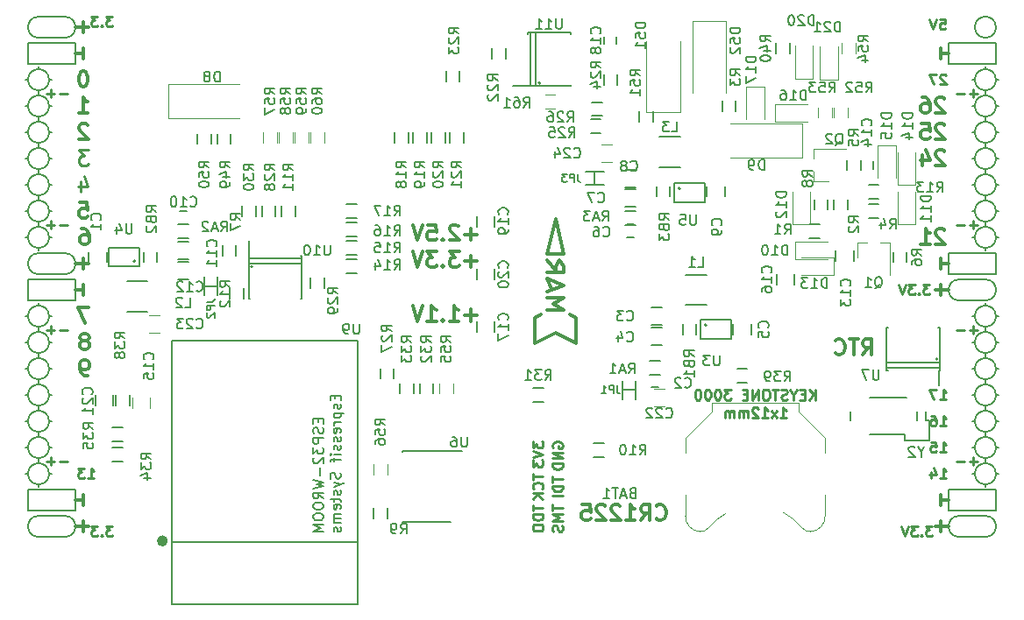
<source format=gbo>
G04 #@! TF.FileFunction,Legend,Bot*
%FSLAX46Y46*%
G04 Gerber Fmt 4.6, Leading zero omitted, Abs format (unit mm)*
G04 Created by KiCad (PCBNEW 4.0.7+dfsg1-1) date Fri Dec 22 20:15:13 2017*
%MOMM*%
%LPD*%
G01*
G04 APERTURE LIST*
%ADD10C,0.100000*%
%ADD11C,0.300000*%
%ADD12C,0.200000*%
%ADD13C,0.250000*%
%ADD14C,0.150000*%
%ADD15C,0.120000*%
%ADD16C,0.500000*%
%ADD17C,0.152400*%
G04 APERTURE END LIST*
D10*
D11*
X182492000Y-87582000D02*
X182492000Y-88598000D01*
X183254000Y-88090000D02*
X181984000Y-88090000D01*
X182492000Y-110442000D02*
X182492000Y-111458000D01*
X183254000Y-110950000D02*
X181984000Y-110950000D01*
X99688000Y-62182000D02*
X99688000Y-63198000D01*
X98926000Y-62690000D02*
X100196000Y-62690000D01*
X99688000Y-110442000D02*
X99688000Y-111458000D01*
X98926000Y-110950000D02*
X100196000Y-110950000D01*
X99688000Y-85042000D02*
X99688000Y-86058000D01*
X98926000Y-85550000D02*
X100196000Y-85550000D01*
D12*
X187826000Y-62690000D02*
G75*
G03X187826000Y-62690000I-1016000J0D01*
G01*
X184270000Y-87074000D02*
X186810000Y-87074000D01*
X184270000Y-89106000D02*
X186810000Y-89106000D01*
X184270000Y-87074000D02*
G75*
G03X184270000Y-89106000I0J-1016000D01*
G01*
X186810000Y-89106000D02*
G75*
G03X186810000Y-87074000I0J1016000D01*
G01*
X184270000Y-111966000D02*
X186810000Y-111966000D01*
X184270000Y-109934000D02*
X186810000Y-109934000D01*
X184270000Y-109934000D02*
G75*
G03X184270000Y-111966000I0J-1016000D01*
G01*
X186810000Y-111966000D02*
G75*
G03X186810000Y-109934000I0J1016000D01*
G01*
X97910000Y-63706000D02*
G75*
G03X97910000Y-61674000I0J1016000D01*
G01*
X95370000Y-61674000D02*
X97910000Y-61674000D01*
X95370000Y-63706000D02*
X97910000Y-63706000D01*
X95370000Y-61674000D02*
G75*
G03X95370000Y-63706000I0J-1016000D01*
G01*
X95370000Y-86566000D02*
X97910000Y-86566000D01*
X95370000Y-84534000D02*
X97910000Y-84534000D01*
X95370000Y-84534000D02*
G75*
G03X95370000Y-86566000I0J-1016000D01*
G01*
X97910000Y-86566000D02*
G75*
G03X97910000Y-84534000I0J1016000D01*
G01*
X95370000Y-111966000D02*
X97910000Y-111966000D01*
X95370000Y-109934000D02*
X97910000Y-109934000D01*
X95370000Y-109934000D02*
G75*
G03X95370000Y-111966000I0J-1016000D01*
G01*
X97910000Y-111966000D02*
G75*
G03X97910000Y-109934000I0J1016000D01*
G01*
X98926000Y-107394000D02*
X94354000Y-107394000D01*
X98926000Y-109426000D02*
X98926000Y-107394000D01*
X94354000Y-109426000D02*
X98926000Y-109426000D01*
X94354000Y-107394000D02*
X94354000Y-109426000D01*
X187826000Y-107394000D02*
X183254000Y-107394000D01*
X187826000Y-109426000D02*
X187826000Y-107394000D01*
X183254000Y-109426000D02*
X187826000Y-109426000D01*
X183254000Y-107394000D02*
X183254000Y-109426000D01*
X187826000Y-84534000D02*
X183254000Y-84534000D01*
X187826000Y-86566000D02*
X187826000Y-84534000D01*
X183254000Y-86566000D02*
X187826000Y-86566000D01*
X183254000Y-84534000D02*
X183254000Y-86566000D01*
X187826000Y-64214000D02*
X183254000Y-64214000D01*
X187826000Y-66246000D02*
X187826000Y-64214000D01*
X183254000Y-66246000D02*
X187826000Y-66246000D01*
X183254000Y-64214000D02*
X183254000Y-66246000D01*
X98926000Y-64214000D02*
X94354000Y-64214000D01*
X98926000Y-66246000D02*
X98926000Y-64214000D01*
X94354000Y-66246000D02*
X98926000Y-66246000D01*
X94354000Y-64214000D02*
X94354000Y-66246000D01*
X98926000Y-87074000D02*
X94354000Y-87074000D01*
X98926000Y-89106000D02*
X98926000Y-87074000D01*
X94354000Y-89106000D02*
X98926000Y-89106000D01*
X94354000Y-87074000D02*
X94354000Y-89106000D01*
D11*
X182872857Y-82331429D02*
X182801428Y-82260000D01*
X182658571Y-82188571D01*
X182301428Y-82188571D01*
X182158571Y-82260000D01*
X182087142Y-82331429D01*
X182015714Y-82474286D01*
X182015714Y-82617143D01*
X182087142Y-82831429D01*
X182944285Y-83688571D01*
X182015714Y-83688571D01*
X180587143Y-83688571D02*
X181444286Y-83688571D01*
X181015714Y-83688571D02*
X181015714Y-82188571D01*
X181158571Y-82402857D01*
X181301429Y-82545714D01*
X181444286Y-82617143D01*
X182872857Y-74711429D02*
X182801428Y-74640000D01*
X182658571Y-74568571D01*
X182301428Y-74568571D01*
X182158571Y-74640000D01*
X182087142Y-74711429D01*
X182015714Y-74854286D01*
X182015714Y-74997143D01*
X182087142Y-75211429D01*
X182944285Y-76068571D01*
X182015714Y-76068571D01*
X180730000Y-75068571D02*
X180730000Y-76068571D01*
X181087143Y-74497143D02*
X181444286Y-75568571D01*
X180515714Y-75568571D01*
X182872857Y-72171429D02*
X182801428Y-72100000D01*
X182658571Y-72028571D01*
X182301428Y-72028571D01*
X182158571Y-72100000D01*
X182087142Y-72171429D01*
X182015714Y-72314286D01*
X182015714Y-72457143D01*
X182087142Y-72671429D01*
X182944285Y-73528571D01*
X182015714Y-73528571D01*
X180658571Y-72028571D02*
X181372857Y-72028571D01*
X181444286Y-72742857D01*
X181372857Y-72671429D01*
X181230000Y-72600000D01*
X180872857Y-72600000D01*
X180730000Y-72671429D01*
X180658571Y-72742857D01*
X180587143Y-72885714D01*
X180587143Y-73242857D01*
X180658571Y-73385714D01*
X180730000Y-73457143D01*
X180872857Y-73528571D01*
X181230000Y-73528571D01*
X181372857Y-73457143D01*
X181444286Y-73385714D01*
D13*
X186032000Y-91971429D02*
X185270095Y-91971429D01*
X185651047Y-92352381D02*
X185651047Y-91590476D01*
X184793905Y-91971429D02*
X184032000Y-91971429D01*
X186032000Y-69111429D02*
X185270095Y-69111429D01*
X185651047Y-69492381D02*
X185651047Y-68730476D01*
X184793905Y-69111429D02*
X184032000Y-69111429D01*
X186032000Y-81811429D02*
X185270095Y-81811429D01*
X185651047Y-82192381D02*
X185651047Y-81430476D01*
X184793905Y-81811429D02*
X184032000Y-81811429D01*
X186032000Y-104671429D02*
X185270095Y-104671429D01*
X185651047Y-105052381D02*
X185651047Y-104290476D01*
X184793905Y-104671429D02*
X184032000Y-104671429D01*
X98148000Y-104671429D02*
X97386095Y-104671429D01*
X96909905Y-104671429D02*
X96148000Y-104671429D01*
X96528952Y-105052381D02*
X96528952Y-104290476D01*
X98148000Y-91971429D02*
X97386095Y-91971429D01*
X96909905Y-91971429D02*
X96148000Y-91971429D01*
X96528952Y-92352381D02*
X96528952Y-91590476D01*
X98148000Y-81811429D02*
X97386095Y-81811429D01*
X96909905Y-81811429D02*
X96148000Y-81811429D01*
X96528952Y-82192381D02*
X96528952Y-81430476D01*
X98148000Y-69111429D02*
X97386095Y-69111429D01*
X96909905Y-69111429D02*
X96148000Y-69111429D01*
X96528952Y-69492381D02*
X96528952Y-68730476D01*
D11*
X182492000Y-107902000D02*
X182492000Y-108918000D01*
X183254000Y-108410000D02*
X182492000Y-108410000D01*
D12*
X95370000Y-96726000D02*
X95370000Y-97234000D01*
X96386000Y-95710000D02*
X96640000Y-95710000D01*
X94354000Y-95710000D02*
X94100000Y-95710000D01*
X187826000Y-98250000D02*
X188080000Y-98250000D01*
X187826000Y-83010000D02*
X188080000Y-83010000D01*
X95370000Y-107140000D02*
X95370000Y-106886000D01*
X96386000Y-105870000D02*
X96640000Y-105870000D01*
X94354000Y-105870000D02*
X94100000Y-105870000D01*
X94354000Y-103330000D02*
X94100000Y-103330000D01*
X95370000Y-104346000D02*
X95370000Y-104854000D01*
X96386000Y-103330000D02*
X96640000Y-103330000D01*
X94354000Y-100790000D02*
X94100000Y-100790000D01*
X95370000Y-102314000D02*
X95370000Y-101806000D01*
X96386000Y-100790000D02*
X96640000Y-100790000D01*
X95370000Y-99266000D02*
X95370000Y-99774000D01*
X94354000Y-98250000D02*
X94100000Y-98250000D01*
X96386000Y-98250000D02*
X96640000Y-98250000D01*
X95370000Y-94186000D02*
X95370000Y-94694000D01*
X96386000Y-93170000D02*
X96640000Y-93170000D01*
X94354000Y-93170000D02*
X94100000Y-93170000D01*
X94354000Y-90630000D02*
X94100000Y-90630000D01*
X95370000Y-91646000D02*
X95370000Y-92154000D01*
X96640000Y-90630000D02*
X96386000Y-90630000D01*
X95370000Y-89360000D02*
X95370000Y-89614000D01*
X94354000Y-83010000D02*
X94100000Y-83010000D01*
X95370000Y-84280000D02*
X95370000Y-84026000D01*
X96386000Y-83010000D02*
X96640000Y-83010000D01*
X95370000Y-81486000D02*
X95370000Y-81994000D01*
X94354000Y-80470000D02*
X94100000Y-80470000D01*
X96640000Y-80470000D02*
X96386000Y-80470000D01*
X95370000Y-78946000D02*
X95370000Y-79454000D01*
X96386000Y-77930000D02*
X96640000Y-77930000D01*
X94354000Y-77930000D02*
X94100000Y-77930000D01*
X95370000Y-76406000D02*
X95370000Y-76914000D01*
X94354000Y-75390000D02*
X94100000Y-75390000D01*
X96386000Y-75390000D02*
X96640000Y-75390000D01*
X95370000Y-73866000D02*
X95370000Y-74374000D01*
X96386000Y-72850000D02*
X96640000Y-72850000D01*
X94100000Y-72850000D02*
X94354000Y-72850000D01*
X94354000Y-70310000D02*
X94100000Y-70310000D01*
X96640000Y-70310000D02*
X96386000Y-70310000D01*
X95370000Y-71326000D02*
X95370000Y-71834000D01*
X95370000Y-68786000D02*
X95370000Y-69294000D01*
X96386000Y-67770000D02*
X96640000Y-67770000D01*
X94354000Y-67770000D02*
X94100000Y-67770000D01*
X95370000Y-66500000D02*
X95370000Y-66754000D01*
X187826000Y-105870000D02*
X188080000Y-105870000D01*
X186810000Y-107140000D02*
X186810000Y-106886000D01*
X185540000Y-105870000D02*
X185794000Y-105870000D01*
X186810000Y-104346000D02*
X186810000Y-104854000D01*
X187826000Y-103330000D02*
X188080000Y-103330000D01*
X185540000Y-103330000D02*
X185794000Y-103330000D01*
X186810000Y-101806000D02*
X186810000Y-102314000D01*
X187826000Y-100790000D02*
X188080000Y-100790000D01*
X185540000Y-100790000D02*
X185794000Y-100790000D01*
X186810000Y-99266000D02*
X186810000Y-99774000D01*
X185540000Y-98250000D02*
X185794000Y-98250000D01*
X186810000Y-97234000D02*
X186810000Y-96726000D01*
X187826000Y-95710000D02*
X188080000Y-95710000D01*
X185540000Y-95710000D02*
X185794000Y-95710000D01*
X186810000Y-94694000D02*
X186810000Y-94186000D01*
X187826000Y-93170000D02*
X188080000Y-93170000D01*
X185540000Y-93170000D02*
X185794000Y-93170000D01*
X186810000Y-92154000D02*
X186810000Y-91646000D01*
X187826000Y-90630000D02*
X188080000Y-90630000D01*
X185540000Y-90630000D02*
X185794000Y-90630000D01*
X186810000Y-89360000D02*
X186810000Y-89614000D01*
X186810000Y-84280000D02*
X186810000Y-84026000D01*
X185540000Y-83010000D02*
X185794000Y-83010000D01*
X186810000Y-81994000D02*
X186810000Y-81486000D01*
X185794000Y-80470000D02*
X185540000Y-80470000D01*
X187826000Y-80470000D02*
X188080000Y-80470000D01*
X186810000Y-78946000D02*
X186810000Y-79454000D01*
X185794000Y-77930000D02*
X185540000Y-77930000D01*
X187826000Y-77930000D02*
X188080000Y-77930000D01*
X186810000Y-76406000D02*
X186810000Y-76914000D01*
X186810000Y-73866000D02*
X186810000Y-74374000D01*
X185794000Y-75390000D02*
X185540000Y-75390000D01*
X187826000Y-75390000D02*
X188080000Y-75390000D01*
X187826000Y-72850000D02*
X188080000Y-72850000D01*
X185540000Y-72850000D02*
X185794000Y-72850000D01*
X186810000Y-71834000D02*
X186810000Y-71326000D01*
X187826000Y-70310000D02*
X188080000Y-70310000D01*
X185540000Y-70310000D02*
X185794000Y-70310000D01*
X187826000Y-67770000D02*
X188080000Y-67770000D01*
X186810000Y-68786000D02*
X186810000Y-69294000D01*
X185540000Y-67770000D02*
X185794000Y-67770000D01*
X186810000Y-66500000D02*
X186810000Y-66754000D01*
X187826000Y-67770000D02*
G75*
G03X187826000Y-67770000I-1016000J0D01*
G01*
X187826000Y-70310000D02*
G75*
G03X187826000Y-70310000I-1016000J0D01*
G01*
X187826000Y-72850000D02*
G75*
G03X187826000Y-72850000I-1016000J0D01*
G01*
X187826000Y-75390000D02*
G75*
G03X187826000Y-75390000I-1016000J0D01*
G01*
X187826000Y-77930000D02*
G75*
G03X187826000Y-77930000I-1016000J0D01*
G01*
X187826000Y-80470000D02*
G75*
G03X187826000Y-80470000I-1016000J0D01*
G01*
X187826000Y-83010000D02*
G75*
G03X187826000Y-83010000I-1016000J0D01*
G01*
X187826000Y-90630000D02*
G75*
G03X187826000Y-90630000I-1016000J0D01*
G01*
X187826000Y-93170000D02*
G75*
G03X187826000Y-93170000I-1016000J0D01*
G01*
X187826000Y-95710000D02*
G75*
G03X187826000Y-95710000I-1016000J0D01*
G01*
X187826000Y-98250000D02*
G75*
G03X187826000Y-98250000I-1016000J0D01*
G01*
X187826000Y-100790000D02*
G75*
G03X187826000Y-100790000I-1016000J0D01*
G01*
X187826000Y-103330000D02*
G75*
G03X187826000Y-103330000I-1016000J0D01*
G01*
X187826000Y-105870000D02*
G75*
G03X187826000Y-105870000I-1016000J0D01*
G01*
X96386000Y-105870000D02*
G75*
G03X96386000Y-105870000I-1016000J0D01*
G01*
X96386000Y-103330000D02*
G75*
G03X96386000Y-103330000I-1016000J0D01*
G01*
X96386000Y-100790000D02*
G75*
G03X96386000Y-100790000I-1016000J0D01*
G01*
X96386000Y-98250000D02*
G75*
G03X96386000Y-98250000I-1016000J0D01*
G01*
X96386000Y-95710000D02*
G75*
G03X96386000Y-95710000I-1016000J0D01*
G01*
X96386000Y-93170000D02*
G75*
G03X96386000Y-93170000I-1016000J0D01*
G01*
X96386000Y-90630000D02*
G75*
G03X96386000Y-90630000I-1016000J0D01*
G01*
X96386000Y-83010000D02*
G75*
G03X96386000Y-83010000I-1016000J0D01*
G01*
X96386000Y-80470000D02*
G75*
G03X96386000Y-80470000I-1016000J0D01*
G01*
X96386000Y-77930000D02*
G75*
G03X96386000Y-77930000I-1016000J0D01*
G01*
X96386000Y-75390000D02*
G75*
G03X96386000Y-75390000I-1016000J0D01*
G01*
X96386000Y-72850000D02*
G75*
G03X96386000Y-72850000I-1016000J0D01*
G01*
X96386000Y-70310000D02*
G75*
G03X96386000Y-70310000I-1016000J0D01*
G01*
X96386000Y-67770000D02*
G75*
G03X96386000Y-67770000I-1016000J0D01*
G01*
D13*
X182428476Y-61888381D02*
X182904667Y-61888381D01*
X182952286Y-62364571D01*
X182904667Y-62316952D01*
X182809429Y-62269333D01*
X182571333Y-62269333D01*
X182476095Y-62316952D01*
X182428476Y-62364571D01*
X182380857Y-62459810D01*
X182380857Y-62697905D01*
X182428476Y-62793143D01*
X182476095Y-62840762D01*
X182571333Y-62888381D01*
X182809429Y-62888381D01*
X182904667Y-62840762D01*
X182952286Y-62793143D01*
X182095143Y-61888381D02*
X181761810Y-62888381D01*
X181428476Y-61888381D01*
D11*
X182492000Y-64722000D02*
X182492000Y-65738000D01*
X183254000Y-65230000D02*
X182492000Y-65230000D01*
D13*
X182999905Y-67317619D02*
X182952286Y-67270000D01*
X182857048Y-67222381D01*
X182618952Y-67222381D01*
X182523714Y-67270000D01*
X182476095Y-67317619D01*
X182428476Y-67412857D01*
X182428476Y-67508095D01*
X182476095Y-67650952D01*
X183047524Y-68222381D01*
X182428476Y-68222381D01*
X182095143Y-67222381D02*
X181428476Y-67222381D01*
X181857048Y-68222381D01*
D11*
X182872857Y-69631429D02*
X182801428Y-69560000D01*
X182658571Y-69488571D01*
X182301428Y-69488571D01*
X182158571Y-69560000D01*
X182087142Y-69631429D01*
X182015714Y-69774286D01*
X182015714Y-69917143D01*
X182087142Y-70131429D01*
X182944285Y-70988571D01*
X182015714Y-70988571D01*
X180730000Y-69488571D02*
X181015714Y-69488571D01*
X181158571Y-69560000D01*
X181230000Y-69631429D01*
X181372857Y-69845714D01*
X181444286Y-70131429D01*
X181444286Y-70702857D01*
X181372857Y-70845714D01*
X181301429Y-70917143D01*
X181158571Y-70988571D01*
X180872857Y-70988571D01*
X180730000Y-70917143D01*
X180658571Y-70845714D01*
X180587143Y-70702857D01*
X180587143Y-70345714D01*
X180658571Y-70202857D01*
X180730000Y-70131429D01*
X180872857Y-70060000D01*
X181158571Y-70060000D01*
X181301429Y-70131429D01*
X181372857Y-70202857D01*
X181444286Y-70345714D01*
X182492000Y-85042000D02*
X182492000Y-86058000D01*
X183254000Y-85550000D02*
X182492000Y-85550000D01*
D13*
X181428190Y-87542381D02*
X180809142Y-87542381D01*
X181142476Y-87923333D01*
X180999618Y-87923333D01*
X180904380Y-87970952D01*
X180856761Y-88018571D01*
X180809142Y-88113810D01*
X180809142Y-88351905D01*
X180856761Y-88447143D01*
X180904380Y-88494762D01*
X180999618Y-88542381D01*
X181285333Y-88542381D01*
X181380571Y-88494762D01*
X181428190Y-88447143D01*
X180380571Y-88447143D02*
X180332952Y-88494762D01*
X180380571Y-88542381D01*
X180428190Y-88494762D01*
X180380571Y-88447143D01*
X180380571Y-88542381D01*
X179999619Y-87542381D02*
X179380571Y-87542381D01*
X179713905Y-87923333D01*
X179571047Y-87923333D01*
X179475809Y-87970952D01*
X179428190Y-88018571D01*
X179380571Y-88113810D01*
X179380571Y-88351905D01*
X179428190Y-88447143D01*
X179475809Y-88494762D01*
X179571047Y-88542381D01*
X179856762Y-88542381D01*
X179952000Y-88494762D01*
X179999619Y-88447143D01*
X179094857Y-87542381D02*
X178761524Y-88542381D01*
X178428190Y-87542381D01*
X182428476Y-98702381D02*
X182999905Y-98702381D01*
X182714191Y-98702381D02*
X182714191Y-97702381D01*
X182809429Y-97845238D01*
X182904667Y-97940476D01*
X182999905Y-97988095D01*
X182095143Y-97702381D02*
X181428476Y-97702381D01*
X181857048Y-98702381D01*
X182428476Y-101242381D02*
X182999905Y-101242381D01*
X182714191Y-101242381D02*
X182714191Y-100242381D01*
X182809429Y-100385238D01*
X182904667Y-100480476D01*
X182999905Y-100528095D01*
X181571333Y-100242381D02*
X181761810Y-100242381D01*
X181857048Y-100290000D01*
X181904667Y-100337619D01*
X181999905Y-100480476D01*
X182047524Y-100670952D01*
X182047524Y-101051905D01*
X181999905Y-101147143D01*
X181952286Y-101194762D01*
X181857048Y-101242381D01*
X181666571Y-101242381D01*
X181571333Y-101194762D01*
X181523714Y-101147143D01*
X181476095Y-101051905D01*
X181476095Y-100813810D01*
X181523714Y-100718571D01*
X181571333Y-100670952D01*
X181666571Y-100623333D01*
X181857048Y-100623333D01*
X181952286Y-100670952D01*
X181999905Y-100718571D01*
X182047524Y-100813810D01*
X182428476Y-103782381D02*
X182999905Y-103782381D01*
X182714191Y-103782381D02*
X182714191Y-102782381D01*
X182809429Y-102925238D01*
X182904667Y-103020476D01*
X182999905Y-103068095D01*
X181523714Y-102782381D02*
X181999905Y-102782381D01*
X182047524Y-103258571D01*
X181999905Y-103210952D01*
X181904667Y-103163333D01*
X181666571Y-103163333D01*
X181571333Y-103210952D01*
X181523714Y-103258571D01*
X181476095Y-103353810D01*
X181476095Y-103591905D01*
X181523714Y-103687143D01*
X181571333Y-103734762D01*
X181666571Y-103782381D01*
X181904667Y-103782381D01*
X181999905Y-103734762D01*
X182047524Y-103687143D01*
X182428476Y-106322381D02*
X182999905Y-106322381D01*
X182714191Y-106322381D02*
X182714191Y-105322381D01*
X182809429Y-105465238D01*
X182904667Y-105560476D01*
X182999905Y-105608095D01*
X181571333Y-105655714D02*
X181571333Y-106322381D01*
X181809429Y-105274762D02*
X182047524Y-105989048D01*
X181428476Y-105989048D01*
X181682190Y-110910381D02*
X181063142Y-110910381D01*
X181396476Y-111291333D01*
X181253618Y-111291333D01*
X181158380Y-111338952D01*
X181110761Y-111386571D01*
X181063142Y-111481810D01*
X181063142Y-111719905D01*
X181110761Y-111815143D01*
X181158380Y-111862762D01*
X181253618Y-111910381D01*
X181539333Y-111910381D01*
X181634571Y-111862762D01*
X181682190Y-111815143D01*
X180634571Y-111815143D02*
X180586952Y-111862762D01*
X180634571Y-111910381D01*
X180682190Y-111862762D01*
X180634571Y-111815143D01*
X180634571Y-111910381D01*
X180253619Y-110910381D02*
X179634571Y-110910381D01*
X179967905Y-111291333D01*
X179825047Y-111291333D01*
X179729809Y-111338952D01*
X179682190Y-111386571D01*
X179634571Y-111481810D01*
X179634571Y-111719905D01*
X179682190Y-111815143D01*
X179729809Y-111862762D01*
X179825047Y-111910381D01*
X180110762Y-111910381D01*
X180206000Y-111862762D01*
X180253619Y-111815143D01*
X179348857Y-110910381D02*
X179015524Y-111910381D01*
X178682190Y-110910381D01*
D11*
X99688000Y-108918000D02*
X99688000Y-107902000D01*
X98926000Y-108410000D02*
X99688000Y-108410000D01*
X99688000Y-88598000D02*
X99688000Y-87582000D01*
X98926000Y-88090000D02*
X99688000Y-88090000D01*
X99688000Y-64722000D02*
X99688000Y-65738000D01*
X98926000Y-65230000D02*
X99688000Y-65230000D01*
D13*
X102513619Y-110910381D02*
X101894571Y-110910381D01*
X102227905Y-111291333D01*
X102085047Y-111291333D01*
X101989809Y-111338952D01*
X101942190Y-111386571D01*
X101894571Y-111481810D01*
X101894571Y-111719905D01*
X101942190Y-111815143D01*
X101989809Y-111862762D01*
X102085047Y-111910381D01*
X102370762Y-111910381D01*
X102466000Y-111862762D01*
X102513619Y-111815143D01*
X101466000Y-111815143D02*
X101418381Y-111862762D01*
X101466000Y-111910381D01*
X101513619Y-111862762D01*
X101466000Y-111815143D01*
X101466000Y-111910381D01*
X101085048Y-110910381D02*
X100466000Y-110910381D01*
X100799334Y-111291333D01*
X100656476Y-111291333D01*
X100561238Y-111338952D01*
X100513619Y-111386571D01*
X100466000Y-111481810D01*
X100466000Y-111719905D01*
X100513619Y-111815143D01*
X100561238Y-111862762D01*
X100656476Y-111910381D01*
X100942191Y-111910381D01*
X101037429Y-111862762D01*
X101085048Y-111815143D01*
X100132476Y-106322381D02*
X100703905Y-106322381D01*
X100418191Y-106322381D02*
X100418191Y-105322381D01*
X100513429Y-105465238D01*
X100608667Y-105560476D01*
X100703905Y-105608095D01*
X99799143Y-105322381D02*
X99180095Y-105322381D01*
X99513429Y-105703333D01*
X99370571Y-105703333D01*
X99275333Y-105750952D01*
X99227714Y-105798571D01*
X99180095Y-105893810D01*
X99180095Y-106131905D01*
X99227714Y-106227143D01*
X99275333Y-106274762D01*
X99370571Y-106322381D01*
X99656286Y-106322381D01*
X99751524Y-106274762D01*
X99799143Y-106227143D01*
D11*
X100100714Y-96388571D02*
X99814999Y-96388571D01*
X99672142Y-96317143D01*
X99600714Y-96245714D01*
X99457856Y-96031429D01*
X99386428Y-95745714D01*
X99386428Y-95174286D01*
X99457856Y-95031429D01*
X99529285Y-94960000D01*
X99672142Y-94888571D01*
X99957856Y-94888571D01*
X100100714Y-94960000D01*
X100172142Y-95031429D01*
X100243571Y-95174286D01*
X100243571Y-95531429D01*
X100172142Y-95674286D01*
X100100714Y-95745714D01*
X99957856Y-95817143D01*
X99672142Y-95817143D01*
X99529285Y-95745714D01*
X99457856Y-95674286D01*
X99386428Y-95531429D01*
X99957856Y-92991429D02*
X100100714Y-92920000D01*
X100172142Y-92848571D01*
X100243571Y-92705714D01*
X100243571Y-92634286D01*
X100172142Y-92491429D01*
X100100714Y-92420000D01*
X99957856Y-92348571D01*
X99672142Y-92348571D01*
X99529285Y-92420000D01*
X99457856Y-92491429D01*
X99386428Y-92634286D01*
X99386428Y-92705714D01*
X99457856Y-92848571D01*
X99529285Y-92920000D01*
X99672142Y-92991429D01*
X99957856Y-92991429D01*
X100100714Y-93062857D01*
X100172142Y-93134286D01*
X100243571Y-93277143D01*
X100243571Y-93562857D01*
X100172142Y-93705714D01*
X100100714Y-93777143D01*
X99957856Y-93848571D01*
X99672142Y-93848571D01*
X99529285Y-93777143D01*
X99457856Y-93705714D01*
X99386428Y-93562857D01*
X99386428Y-93277143D01*
X99457856Y-93134286D01*
X99529285Y-93062857D01*
X99672142Y-92991429D01*
X100187999Y-89808571D02*
X99187999Y-89808571D01*
X99830856Y-91308571D01*
X99529285Y-82188571D02*
X99814999Y-82188571D01*
X99957856Y-82260000D01*
X100029285Y-82331429D01*
X100172142Y-82545714D01*
X100243571Y-82831429D01*
X100243571Y-83402857D01*
X100172142Y-83545714D01*
X100100714Y-83617143D01*
X99957856Y-83688571D01*
X99672142Y-83688571D01*
X99529285Y-83617143D01*
X99457856Y-83545714D01*
X99386428Y-83402857D01*
X99386428Y-83045714D01*
X99457856Y-82902857D01*
X99529285Y-82831429D01*
X99672142Y-82760000D01*
X99957856Y-82760000D01*
X100100714Y-82831429D01*
X100172142Y-82902857D01*
X100243571Y-83045714D01*
X99330856Y-79648571D02*
X100045142Y-79648571D01*
X100116571Y-80362857D01*
X100045142Y-80291429D01*
X99902285Y-80220000D01*
X99545142Y-80220000D01*
X99402285Y-80291429D01*
X99330856Y-80362857D01*
X99259428Y-80505714D01*
X99259428Y-80862857D01*
X99330856Y-81005714D01*
X99402285Y-81077143D01*
X99545142Y-81148571D01*
X99902285Y-81148571D01*
X100045142Y-81077143D01*
X100116571Y-81005714D01*
D13*
X99402285Y-77608571D02*
X99402285Y-78608571D01*
X99759428Y-77037143D02*
X100116571Y-78108571D01*
X99187999Y-78108571D01*
X100187999Y-74568571D02*
X99259428Y-74568571D01*
X99759428Y-75140000D01*
X99545142Y-75140000D01*
X99402285Y-75211429D01*
X99330856Y-75282857D01*
X99259428Y-75425714D01*
X99259428Y-75782857D01*
X99330856Y-75925714D01*
X99402285Y-75997143D01*
X99545142Y-76068571D01*
X99973714Y-76068571D01*
X100116571Y-75997143D01*
X100187999Y-75925714D01*
D11*
X100116571Y-72171429D02*
X100045142Y-72100000D01*
X99902285Y-72028571D01*
X99545142Y-72028571D01*
X99402285Y-72100000D01*
X99330856Y-72171429D01*
X99259428Y-72314286D01*
X99259428Y-72457143D01*
X99330856Y-72671429D01*
X100187999Y-73528571D01*
X99259428Y-73528571D01*
X99259428Y-70988571D02*
X100116571Y-70988571D01*
X99687999Y-70988571D02*
X99687999Y-69488571D01*
X99830856Y-69702857D01*
X99973714Y-69845714D01*
X100116571Y-69917143D01*
X99759428Y-66948571D02*
X99616571Y-66948571D01*
X99473714Y-67020000D01*
X99402285Y-67091429D01*
X99330856Y-67234286D01*
X99259428Y-67520000D01*
X99259428Y-67877143D01*
X99330856Y-68162857D01*
X99402285Y-68305714D01*
X99473714Y-68377143D01*
X99616571Y-68448571D01*
X99759428Y-68448571D01*
X99902285Y-68377143D01*
X99973714Y-68305714D01*
X100045142Y-68162857D01*
X100116571Y-67877143D01*
X100116571Y-67520000D01*
X100045142Y-67234286D01*
X99973714Y-67091429D01*
X99902285Y-67020000D01*
X99759428Y-66948571D01*
D13*
X102513619Y-61634381D02*
X101894571Y-61634381D01*
X102227905Y-62015333D01*
X102085047Y-62015333D01*
X101989809Y-62062952D01*
X101942190Y-62110571D01*
X101894571Y-62205810D01*
X101894571Y-62443905D01*
X101942190Y-62539143D01*
X101989809Y-62586762D01*
X102085047Y-62634381D01*
X102370762Y-62634381D01*
X102466000Y-62586762D01*
X102513619Y-62539143D01*
X101466000Y-62539143D02*
X101418381Y-62586762D01*
X101466000Y-62634381D01*
X101513619Y-62586762D01*
X101466000Y-62539143D01*
X101466000Y-62634381D01*
X101085048Y-61634381D02*
X100466000Y-61634381D01*
X100799334Y-62015333D01*
X100656476Y-62015333D01*
X100561238Y-62062952D01*
X100513619Y-62110571D01*
X100466000Y-62205810D01*
X100466000Y-62443905D01*
X100513619Y-62539143D01*
X100561238Y-62586762D01*
X100656476Y-62634381D01*
X100942191Y-62634381D01*
X101037429Y-62586762D01*
X101085048Y-62539143D01*
X170370715Y-98716381D02*
X170370715Y-97716381D01*
X169799286Y-98716381D02*
X170227858Y-98144952D01*
X169799286Y-97716381D02*
X170370715Y-98287810D01*
X169370715Y-98192571D02*
X169037381Y-98192571D01*
X168894524Y-98716381D02*
X169370715Y-98716381D01*
X169370715Y-97716381D01*
X168894524Y-97716381D01*
X168275477Y-98240190D02*
X168275477Y-98716381D01*
X168608810Y-97716381D02*
X168275477Y-98240190D01*
X167942143Y-97716381D01*
X167656429Y-98668762D02*
X167513572Y-98716381D01*
X167275476Y-98716381D01*
X167180238Y-98668762D01*
X167132619Y-98621143D01*
X167085000Y-98525905D01*
X167085000Y-98430667D01*
X167132619Y-98335429D01*
X167180238Y-98287810D01*
X167275476Y-98240190D01*
X167465953Y-98192571D01*
X167561191Y-98144952D01*
X167608810Y-98097333D01*
X167656429Y-98002095D01*
X167656429Y-97906857D01*
X167608810Y-97811619D01*
X167561191Y-97764000D01*
X167465953Y-97716381D01*
X167227857Y-97716381D01*
X167085000Y-97764000D01*
X166799286Y-97716381D02*
X166227857Y-97716381D01*
X166513572Y-98716381D02*
X166513572Y-97716381D01*
X165704048Y-97716381D02*
X165513571Y-97716381D01*
X165418333Y-97764000D01*
X165323095Y-97859238D01*
X165275476Y-98049714D01*
X165275476Y-98383048D01*
X165323095Y-98573524D01*
X165418333Y-98668762D01*
X165513571Y-98716381D01*
X165704048Y-98716381D01*
X165799286Y-98668762D01*
X165894524Y-98573524D01*
X165942143Y-98383048D01*
X165942143Y-98049714D01*
X165894524Y-97859238D01*
X165799286Y-97764000D01*
X165704048Y-97716381D01*
X164846905Y-98716381D02*
X164846905Y-97716381D01*
X164275476Y-98716381D01*
X164275476Y-97716381D01*
X163799286Y-98192571D02*
X163465952Y-98192571D01*
X163323095Y-98716381D02*
X163799286Y-98716381D01*
X163799286Y-97716381D01*
X163323095Y-97716381D01*
X162227857Y-97716381D02*
X161608809Y-97716381D01*
X161942143Y-98097333D01*
X161799285Y-98097333D01*
X161704047Y-98144952D01*
X161656428Y-98192571D01*
X161608809Y-98287810D01*
X161608809Y-98525905D01*
X161656428Y-98621143D01*
X161704047Y-98668762D01*
X161799285Y-98716381D01*
X162085000Y-98716381D01*
X162180238Y-98668762D01*
X162227857Y-98621143D01*
X160989762Y-97716381D02*
X160894523Y-97716381D01*
X160799285Y-97764000D01*
X160751666Y-97811619D01*
X160704047Y-97906857D01*
X160656428Y-98097333D01*
X160656428Y-98335429D01*
X160704047Y-98525905D01*
X160751666Y-98621143D01*
X160799285Y-98668762D01*
X160894523Y-98716381D01*
X160989762Y-98716381D01*
X161085000Y-98668762D01*
X161132619Y-98621143D01*
X161180238Y-98525905D01*
X161227857Y-98335429D01*
X161227857Y-98097333D01*
X161180238Y-97906857D01*
X161132619Y-97811619D01*
X161085000Y-97764000D01*
X160989762Y-97716381D01*
X160037381Y-97716381D02*
X159942142Y-97716381D01*
X159846904Y-97764000D01*
X159799285Y-97811619D01*
X159751666Y-97906857D01*
X159704047Y-98097333D01*
X159704047Y-98335429D01*
X159751666Y-98525905D01*
X159799285Y-98621143D01*
X159846904Y-98668762D01*
X159942142Y-98716381D01*
X160037381Y-98716381D01*
X160132619Y-98668762D01*
X160180238Y-98621143D01*
X160227857Y-98525905D01*
X160275476Y-98335429D01*
X160275476Y-98097333D01*
X160227857Y-97906857D01*
X160180238Y-97811619D01*
X160132619Y-97764000D01*
X160037381Y-97716381D01*
X159085000Y-97716381D02*
X158989761Y-97716381D01*
X158894523Y-97764000D01*
X158846904Y-97811619D01*
X158799285Y-97906857D01*
X158751666Y-98097333D01*
X158751666Y-98335429D01*
X158799285Y-98525905D01*
X158846904Y-98621143D01*
X158894523Y-98668762D01*
X158989761Y-98716381D01*
X159085000Y-98716381D01*
X159180238Y-98668762D01*
X159227857Y-98621143D01*
X159275476Y-98525905D01*
X159323095Y-98335429D01*
X159323095Y-98097333D01*
X159275476Y-97906857D01*
X159227857Y-97811619D01*
X159180238Y-97764000D01*
X159085000Y-97716381D01*
X166989761Y-100466381D02*
X167561190Y-100466381D01*
X167275476Y-100466381D02*
X167275476Y-99466381D01*
X167370714Y-99609238D01*
X167465952Y-99704476D01*
X167561190Y-99752095D01*
X166656428Y-100466381D02*
X166132618Y-99799714D01*
X166656428Y-99799714D02*
X166132618Y-100466381D01*
X165227856Y-100466381D02*
X165799285Y-100466381D01*
X165513571Y-100466381D02*
X165513571Y-99466381D01*
X165608809Y-99609238D01*
X165704047Y-99704476D01*
X165799285Y-99752095D01*
X164846904Y-99561619D02*
X164799285Y-99514000D01*
X164704047Y-99466381D01*
X164465951Y-99466381D01*
X164370713Y-99514000D01*
X164323094Y-99561619D01*
X164275475Y-99656857D01*
X164275475Y-99752095D01*
X164323094Y-99894952D01*
X164894523Y-100466381D01*
X164275475Y-100466381D01*
X163846904Y-100466381D02*
X163846904Y-99799714D01*
X163846904Y-99894952D02*
X163799285Y-99847333D01*
X163704047Y-99799714D01*
X163561189Y-99799714D01*
X163465951Y-99847333D01*
X163418332Y-99942571D01*
X163418332Y-100466381D01*
X163418332Y-99942571D02*
X163370713Y-99847333D01*
X163275475Y-99799714D01*
X163132618Y-99799714D01*
X163037380Y-99847333D01*
X162989761Y-99942571D01*
X162989761Y-100466381D01*
X162513571Y-100466381D02*
X162513571Y-99799714D01*
X162513571Y-99894952D02*
X162465952Y-99847333D01*
X162370714Y-99799714D01*
X162227856Y-99799714D01*
X162132618Y-99847333D01*
X162084999Y-99942571D01*
X162084999Y-100466381D01*
X162084999Y-99942571D02*
X162037380Y-99847333D01*
X161942142Y-99799714D01*
X161799285Y-99799714D01*
X161704047Y-99847333D01*
X161656428Y-99942571D01*
X161656428Y-100466381D01*
D11*
X155027856Y-110215714D02*
X155099285Y-110287143D01*
X155313571Y-110358571D01*
X155456428Y-110358571D01*
X155670713Y-110287143D01*
X155813571Y-110144286D01*
X155884999Y-110001429D01*
X155956428Y-109715714D01*
X155956428Y-109501429D01*
X155884999Y-109215714D01*
X155813571Y-109072857D01*
X155670713Y-108930000D01*
X155456428Y-108858571D01*
X155313571Y-108858571D01*
X155099285Y-108930000D01*
X155027856Y-109001429D01*
X153527856Y-110358571D02*
X154027856Y-109644286D01*
X154384999Y-110358571D02*
X154384999Y-108858571D01*
X153813571Y-108858571D01*
X153670713Y-108930000D01*
X153599285Y-109001429D01*
X153527856Y-109144286D01*
X153527856Y-109358571D01*
X153599285Y-109501429D01*
X153670713Y-109572857D01*
X153813571Y-109644286D01*
X154384999Y-109644286D01*
X152099285Y-110358571D02*
X152956428Y-110358571D01*
X152527856Y-110358571D02*
X152527856Y-108858571D01*
X152670713Y-109072857D01*
X152813571Y-109215714D01*
X152956428Y-109287143D01*
X151527857Y-109001429D02*
X151456428Y-108930000D01*
X151313571Y-108858571D01*
X150956428Y-108858571D01*
X150813571Y-108930000D01*
X150742142Y-109001429D01*
X150670714Y-109144286D01*
X150670714Y-109287143D01*
X150742142Y-109501429D01*
X151599285Y-110358571D01*
X150670714Y-110358571D01*
X150099286Y-109001429D02*
X150027857Y-108930000D01*
X149885000Y-108858571D01*
X149527857Y-108858571D01*
X149385000Y-108930000D01*
X149313571Y-109001429D01*
X149242143Y-109144286D01*
X149242143Y-109287143D01*
X149313571Y-109501429D01*
X150170714Y-110358571D01*
X149242143Y-110358571D01*
X147885000Y-108858571D02*
X148599286Y-108858571D01*
X148670715Y-109572857D01*
X148599286Y-109501429D01*
X148456429Y-109430000D01*
X148099286Y-109430000D01*
X147956429Y-109501429D01*
X147885000Y-109572857D01*
X147813572Y-109715714D01*
X147813572Y-110072857D01*
X147885000Y-110215714D01*
X147956429Y-110287143D01*
X148099286Y-110358571D01*
X148456429Y-110358571D01*
X148599286Y-110287143D01*
X148670715Y-110215714D01*
X137699999Y-82727143D02*
X136557142Y-82727143D01*
X137128571Y-83298571D02*
X137128571Y-82155714D01*
X135914285Y-81941429D02*
X135842856Y-81870000D01*
X135699999Y-81798571D01*
X135342856Y-81798571D01*
X135199999Y-81870000D01*
X135128570Y-81941429D01*
X135057142Y-82084286D01*
X135057142Y-82227143D01*
X135128570Y-82441429D01*
X135985713Y-83298571D01*
X135057142Y-83298571D01*
X134414285Y-83155714D02*
X134342857Y-83227143D01*
X134414285Y-83298571D01*
X134485714Y-83227143D01*
X134414285Y-83155714D01*
X134414285Y-83298571D01*
X132985713Y-81798571D02*
X133699999Y-81798571D01*
X133771428Y-82512857D01*
X133699999Y-82441429D01*
X133557142Y-82370000D01*
X133199999Y-82370000D01*
X133057142Y-82441429D01*
X132985713Y-82512857D01*
X132914285Y-82655714D01*
X132914285Y-83012857D01*
X132985713Y-83155714D01*
X133057142Y-83227143D01*
X133199999Y-83298571D01*
X133557142Y-83298571D01*
X133699999Y-83227143D01*
X133771428Y-83155714D01*
X132485714Y-81798571D02*
X131985714Y-83298571D01*
X131485714Y-81798571D01*
X137699999Y-85327143D02*
X136557142Y-85327143D01*
X137128571Y-85898571D02*
X137128571Y-84755714D01*
X135985713Y-84398571D02*
X135057142Y-84398571D01*
X135557142Y-84970000D01*
X135342856Y-84970000D01*
X135199999Y-85041429D01*
X135128570Y-85112857D01*
X135057142Y-85255714D01*
X135057142Y-85612857D01*
X135128570Y-85755714D01*
X135199999Y-85827143D01*
X135342856Y-85898571D01*
X135771428Y-85898571D01*
X135914285Y-85827143D01*
X135985713Y-85755714D01*
X134414285Y-85755714D02*
X134342857Y-85827143D01*
X134414285Y-85898571D01*
X134485714Y-85827143D01*
X134414285Y-85755714D01*
X134414285Y-85898571D01*
X133842856Y-84398571D02*
X132914285Y-84398571D01*
X133414285Y-84970000D01*
X133199999Y-84970000D01*
X133057142Y-85041429D01*
X132985713Y-85112857D01*
X132914285Y-85255714D01*
X132914285Y-85612857D01*
X132985713Y-85755714D01*
X133057142Y-85827143D01*
X133199999Y-85898571D01*
X133628571Y-85898571D01*
X133771428Y-85827143D01*
X133842856Y-85755714D01*
X132485714Y-84398571D02*
X131985714Y-85898571D01*
X131485714Y-84398571D01*
X137699999Y-90527143D02*
X136557142Y-90527143D01*
X137128571Y-91098571D02*
X137128571Y-89955714D01*
X135057142Y-91098571D02*
X135914285Y-91098571D01*
X135485713Y-91098571D02*
X135485713Y-89598571D01*
X135628570Y-89812857D01*
X135771428Y-89955714D01*
X135914285Y-90027143D01*
X134414285Y-90955714D02*
X134342857Y-91027143D01*
X134414285Y-91098571D01*
X134485714Y-91027143D01*
X134414285Y-90955714D01*
X134414285Y-91098571D01*
X132914285Y-91098571D02*
X133771428Y-91098571D01*
X133342856Y-91098571D02*
X133342856Y-89598571D01*
X133485713Y-89812857D01*
X133628571Y-89955714D01*
X133771428Y-90027143D01*
X132485714Y-89598571D02*
X131985714Y-91098571D01*
X131485714Y-89598571D01*
D13*
X143082381Y-105854286D02*
X143082381Y-106425715D01*
X144082381Y-106140000D02*
X143082381Y-106140000D01*
X143987143Y-107330477D02*
X144034762Y-107282858D01*
X144082381Y-107140001D01*
X144082381Y-107044763D01*
X144034762Y-106901905D01*
X143939524Y-106806667D01*
X143844286Y-106759048D01*
X143653810Y-106711429D01*
X143510952Y-106711429D01*
X143320476Y-106759048D01*
X143225238Y-106806667D01*
X143130000Y-106901905D01*
X143082381Y-107044763D01*
X143082381Y-107140001D01*
X143130000Y-107282858D01*
X143177619Y-107330477D01*
X144082381Y-107759048D02*
X143082381Y-107759048D01*
X144082381Y-108330477D02*
X143510952Y-107901905D01*
X143082381Y-108330477D02*
X143653810Y-107759048D01*
X143082381Y-102726905D02*
X143082381Y-103345953D01*
X143463333Y-103012619D01*
X143463333Y-103155477D01*
X143510952Y-103250715D01*
X143558571Y-103298334D01*
X143653810Y-103345953D01*
X143891905Y-103345953D01*
X143987143Y-103298334D01*
X144034762Y-103250715D01*
X144082381Y-103155477D01*
X144082381Y-102869762D01*
X144034762Y-102774524D01*
X143987143Y-102726905D01*
X143082381Y-103631667D02*
X144082381Y-103965000D01*
X143082381Y-104298334D01*
X143082381Y-104536429D02*
X143082381Y-105155477D01*
X143463333Y-104822143D01*
X143463333Y-104965001D01*
X143510952Y-105060239D01*
X143558571Y-105107858D01*
X143653810Y-105155477D01*
X143891905Y-105155477D01*
X143987143Y-105107858D01*
X144034762Y-105060239D01*
X144082381Y-104965001D01*
X144082381Y-104679286D01*
X144034762Y-104584048D01*
X143987143Y-104536429D01*
X143082381Y-108878476D02*
X143082381Y-109449905D01*
X144082381Y-109164190D02*
X143082381Y-109164190D01*
X144082381Y-109783238D02*
X143082381Y-109783238D01*
X143082381Y-110021333D01*
X143130000Y-110164191D01*
X143225238Y-110259429D01*
X143320476Y-110307048D01*
X143510952Y-110354667D01*
X143653810Y-110354667D01*
X143844286Y-110307048D01*
X143939524Y-110259429D01*
X144034762Y-110164191D01*
X144082381Y-110021333D01*
X144082381Y-109783238D01*
X143082381Y-110973714D02*
X143082381Y-111164191D01*
X143130000Y-111259429D01*
X143225238Y-111354667D01*
X143415714Y-111402286D01*
X143749048Y-111402286D01*
X143939524Y-111354667D01*
X144034762Y-111259429D01*
X144082381Y-111164191D01*
X144082381Y-110973714D01*
X144034762Y-110878476D01*
X143939524Y-110783238D01*
X143749048Y-110735619D01*
X143415714Y-110735619D01*
X143225238Y-110783238D01*
X143130000Y-110878476D01*
X143082381Y-110973714D01*
X145035000Y-103330096D02*
X144987381Y-103234858D01*
X144987381Y-103092001D01*
X145035000Y-102949143D01*
X145130238Y-102853905D01*
X145225476Y-102806286D01*
X145415952Y-102758667D01*
X145558810Y-102758667D01*
X145749286Y-102806286D01*
X145844524Y-102853905D01*
X145939762Y-102949143D01*
X145987381Y-103092001D01*
X145987381Y-103187239D01*
X145939762Y-103330096D01*
X145892143Y-103377715D01*
X145558810Y-103377715D01*
X145558810Y-103187239D01*
X145987381Y-103806286D02*
X144987381Y-103806286D01*
X145987381Y-104377715D01*
X144987381Y-104377715D01*
X145987381Y-104853905D02*
X144987381Y-104853905D01*
X144987381Y-105092000D01*
X145035000Y-105234858D01*
X145130238Y-105330096D01*
X145225476Y-105377715D01*
X145415952Y-105425334D01*
X145558810Y-105425334D01*
X145749286Y-105377715D01*
X145844524Y-105330096D01*
X145939762Y-105234858D01*
X145987381Y-105092000D01*
X145987381Y-104853905D01*
X144987381Y-106116191D02*
X144987381Y-106687620D01*
X145987381Y-106401905D02*
X144987381Y-106401905D01*
X145987381Y-107020953D02*
X144987381Y-107020953D01*
X144987381Y-107259048D01*
X145035000Y-107401906D01*
X145130238Y-107497144D01*
X145225476Y-107544763D01*
X145415952Y-107592382D01*
X145558810Y-107592382D01*
X145749286Y-107544763D01*
X145844524Y-107497144D01*
X145939762Y-107401906D01*
X145987381Y-107259048D01*
X145987381Y-107020953D01*
X145987381Y-108020953D02*
X144987381Y-108020953D01*
X144987381Y-108854667D02*
X144987381Y-109426096D01*
X145987381Y-109140381D02*
X144987381Y-109140381D01*
X145987381Y-109759429D02*
X144987381Y-109759429D01*
X145701667Y-110092763D01*
X144987381Y-110426096D01*
X145987381Y-110426096D01*
X145939762Y-110854667D02*
X145987381Y-110997524D01*
X145987381Y-111235620D01*
X145939762Y-111330858D01*
X145892143Y-111378477D01*
X145796905Y-111426096D01*
X145701667Y-111426096D01*
X145606429Y-111378477D01*
X145558810Y-111330858D01*
X145511190Y-111235620D01*
X145463571Y-111045143D01*
X145415952Y-110949905D01*
X145368333Y-110902286D01*
X145273095Y-110854667D01*
X145177857Y-110854667D01*
X145082619Y-110902286D01*
X145035000Y-110949905D01*
X144987381Y-111045143D01*
X144987381Y-111283239D01*
X145035000Y-111426096D01*
D11*
X174967142Y-94356571D02*
X175467142Y-93642286D01*
X175824285Y-94356571D02*
X175824285Y-92856571D01*
X175252857Y-92856571D01*
X175109999Y-92928000D01*
X175038571Y-92999429D01*
X174967142Y-93142286D01*
X174967142Y-93356571D01*
X175038571Y-93499429D01*
X175109999Y-93570857D01*
X175252857Y-93642286D01*
X175824285Y-93642286D01*
X174538571Y-92856571D02*
X173681428Y-92856571D01*
X174109999Y-94356571D02*
X174109999Y-92856571D01*
X172324285Y-94213714D02*
X172395714Y-94285143D01*
X172610000Y-94356571D01*
X172752857Y-94356571D01*
X172967142Y-94285143D01*
X173110000Y-94142286D01*
X173181428Y-93999429D01*
X173252857Y-93713714D01*
X173252857Y-93499429D01*
X173181428Y-93213714D01*
X173110000Y-93070857D01*
X172967142Y-92928000D01*
X172752857Y-92856571D01*
X172610000Y-92856571D01*
X172395714Y-92928000D01*
X172324285Y-92999429D01*
D14*
X102823000Y-98258000D02*
X102823000Y-99258000D01*
X104173000Y-99258000D02*
X104173000Y-98258000D01*
X151758000Y-97742000D02*
X153028000Y-97742000D01*
X153028000Y-96853000D02*
X153028000Y-98631000D01*
X151758000Y-96853000D02*
X151758000Y-98631000D01*
D15*
X157345000Y-70900000D02*
X154045000Y-70900000D01*
X154045000Y-70900000D02*
X154045000Y-64000000D01*
X157345000Y-70900000D02*
X157345000Y-64000000D01*
D14*
X153369000Y-70826000D02*
X153369000Y-71826000D01*
X154719000Y-71826000D02*
X154719000Y-70826000D01*
X157870000Y-89565000D02*
X159870000Y-89565000D01*
X159870000Y-86615000D02*
X157870000Y-86615000D01*
X159886803Y-91500000D02*
G75*
G03X159886803Y-91500000I-111803J0D01*
G01*
X159275000Y-92800000D02*
X162275000Y-92800000D01*
X162275000Y-92800000D02*
X162275000Y-91000000D01*
X162275000Y-91000000D02*
X159275000Y-91000000D01*
X159275000Y-91000000D02*
X159275000Y-92800000D01*
X105895000Y-87250000D02*
X103895000Y-87250000D01*
X103895000Y-90200000D02*
X105895000Y-90200000D01*
X104736803Y-85315000D02*
G75*
G03X104736803Y-85315000I-111803J0D01*
G01*
X105125000Y-84015000D02*
X102125000Y-84015000D01*
X102125000Y-84015000D02*
X102125000Y-85815000D01*
X102125000Y-85815000D02*
X105125000Y-85815000D01*
X105125000Y-85815000D02*
X105125000Y-84015000D01*
X155330000Y-76230000D02*
X157330000Y-76230000D01*
X157330000Y-73280000D02*
X155330000Y-73280000D01*
X157346803Y-78292000D02*
G75*
G03X157346803Y-78292000I-111803J0D01*
G01*
X156735000Y-79592000D02*
X159735000Y-79592000D01*
X159735000Y-79592000D02*
X159735000Y-77792000D01*
X159735000Y-77792000D02*
X156735000Y-77792000D01*
X156735000Y-77792000D02*
X156735000Y-79592000D01*
X100235000Y-85415000D02*
X100235000Y-84415000D01*
X101935000Y-84415000D02*
X101935000Y-85415000D01*
X155560000Y-91480000D02*
X154560000Y-91480000D01*
X154560000Y-89780000D02*
X155560000Y-89780000D01*
X155560000Y-93385000D02*
X154560000Y-93385000D01*
X154560000Y-91685000D02*
X155560000Y-91685000D01*
X164165000Y-91400000D02*
X164165000Y-92400000D01*
X162465000Y-92400000D02*
X162465000Y-91400000D01*
X153020000Y-80050000D02*
X152020000Y-80050000D01*
X152020000Y-78350000D02*
X153020000Y-78350000D01*
X153020000Y-78145000D02*
X152020000Y-78145000D01*
X152020000Y-76445000D02*
X153020000Y-76445000D01*
X161625000Y-78065000D02*
X161625000Y-79065000D01*
X159925000Y-79065000D02*
X159925000Y-78065000D01*
X108840000Y-83430000D02*
X109840000Y-83430000D01*
X109840000Y-85130000D02*
X108840000Y-85130000D01*
X108840000Y-85335000D02*
X109840000Y-85335000D01*
X109840000Y-87035000D02*
X108840000Y-87035000D01*
X174071000Y-84288000D02*
X174071000Y-85288000D01*
X172371000Y-85288000D02*
X172371000Y-84288000D01*
D15*
X174435000Y-83520000D02*
X175365000Y-83520000D01*
X177595000Y-83520000D02*
X176665000Y-83520000D01*
X177595000Y-83520000D02*
X177595000Y-86680000D01*
X174435000Y-83520000D02*
X174435000Y-84980000D01*
X170175000Y-77605000D02*
X170175000Y-76675000D01*
X170175000Y-74445000D02*
X170175000Y-75375000D01*
X170175000Y-74445000D02*
X173335000Y-74445000D01*
X170175000Y-77605000D02*
X171635000Y-77605000D01*
D14*
X154510000Y-97510000D02*
X155210000Y-97510000D01*
X155210000Y-96310000D02*
X154510000Y-96310000D01*
X152170000Y-82975000D02*
X152870000Y-82975000D01*
X152870000Y-81775000D02*
X152170000Y-81775000D01*
X109690000Y-80505000D02*
X108990000Y-80505000D01*
X108990000Y-81705000D02*
X109690000Y-81705000D01*
X174780000Y-75675000D02*
X174780000Y-76375000D01*
X175980000Y-76375000D02*
X175980000Y-75675000D01*
X170800000Y-81700000D02*
X169800000Y-81700000D01*
X169800000Y-83050000D02*
X170800000Y-83050000D01*
X172165000Y-79335000D02*
X172165000Y-80335000D01*
X173515000Y-80335000D02*
X173515000Y-79335000D01*
X175515000Y-81145000D02*
X176515000Y-81145000D01*
X176515000Y-79795000D02*
X175515000Y-79795000D01*
X174785000Y-76525000D02*
X174785000Y-75525000D01*
X173435000Y-75525000D02*
X173435000Y-76525000D01*
X179230000Y-85415000D02*
X179230000Y-84415000D01*
X177880000Y-84415000D02*
X177880000Y-85415000D01*
X114460000Y-84780000D02*
X114460000Y-83780000D01*
X113110000Y-83780000D02*
X113110000Y-84780000D01*
X170260000Y-79335000D02*
X170260000Y-80335000D01*
X171610000Y-80335000D02*
X171610000Y-79335000D01*
X129065000Y-110180000D02*
X129065000Y-109180000D01*
X127715000Y-109180000D02*
X127715000Y-110180000D01*
X148972000Y-104259000D02*
X149972000Y-104259000D01*
X149972000Y-102909000D02*
X148972000Y-102909000D01*
X175515000Y-79240000D02*
X176515000Y-79240000D01*
X176515000Y-77890000D02*
X175515000Y-77890000D01*
X155360000Y-94965000D02*
X154360000Y-94965000D01*
X154360000Y-96315000D02*
X155360000Y-96315000D01*
X108840000Y-83050000D02*
X109840000Y-83050000D01*
X109840000Y-81700000D02*
X108840000Y-81700000D01*
X153020000Y-80430000D02*
X152020000Y-80430000D01*
X152020000Y-81780000D02*
X153020000Y-81780000D01*
X158910000Y-92400000D02*
X158910000Y-91400000D01*
X157560000Y-91400000D02*
X157560000Y-92400000D01*
X105490000Y-84415000D02*
X105490000Y-85415000D01*
X106840000Y-85415000D02*
X106840000Y-84415000D01*
X156370000Y-79065000D02*
X156370000Y-78065000D01*
X155020000Y-78065000D02*
X155020000Y-79065000D01*
X125096000Y-86479000D02*
X126096000Y-86479000D01*
X126096000Y-85129000D02*
X125096000Y-85129000D01*
X125096000Y-84701000D02*
X126096000Y-84701000D01*
X126096000Y-83351000D02*
X125096000Y-83351000D01*
X125096000Y-82923000D02*
X126096000Y-82923000D01*
X126096000Y-81573000D02*
X125096000Y-81573000D01*
X125096000Y-81145000D02*
X126096000Y-81145000D01*
X126096000Y-79795000D02*
X125096000Y-79795000D01*
X129747000Y-72858000D02*
X129747000Y-73858000D01*
X131097000Y-73858000D02*
X131097000Y-72858000D01*
X131525000Y-72858000D02*
X131525000Y-73858000D01*
X132875000Y-73858000D02*
X132875000Y-72858000D01*
X133303000Y-72858000D02*
X133303000Y-73858000D01*
X134653000Y-73858000D02*
X134653000Y-72858000D01*
X135081000Y-72858000D02*
X135081000Y-73858000D01*
X136431000Y-73858000D02*
X136431000Y-72858000D01*
X151189600Y-64310000D02*
X151189600Y-63610000D01*
X149989600Y-63610000D02*
X149989600Y-64310000D01*
X161370000Y-69810000D02*
X161370000Y-70810000D01*
X162720000Y-70810000D02*
X162720000Y-69810000D01*
X139145000Y-64730000D02*
X139145000Y-65730000D01*
X140495000Y-65730000D02*
X140495000Y-64730000D01*
X134700000Y-66932000D02*
X134700000Y-67932000D01*
X136050000Y-67932000D02*
X136050000Y-66932000D01*
X149940000Y-67270000D02*
X149940000Y-68270000D01*
X151290000Y-68270000D02*
X151290000Y-67270000D01*
X148675000Y-72890000D02*
X149675000Y-72890000D01*
X149675000Y-71540000D02*
X148675000Y-71540000D01*
X148780000Y-71275000D02*
X149780000Y-71275000D01*
X149780000Y-69925000D02*
X148780000Y-69925000D01*
X130510000Y-103690000D02*
X130510000Y-103790000D01*
X130510000Y-110515000D02*
X130510000Y-110490000D01*
X135160000Y-110515000D02*
X135160000Y-110490000D01*
X136235000Y-103690000D02*
X130510000Y-103690000D01*
X135160000Y-110515000D02*
X130510000Y-110515000D01*
X120175000Y-80970000D02*
X120175000Y-79970000D01*
X118825000Y-79970000D02*
X118825000Y-80970000D01*
X113805000Y-87900000D02*
X113805000Y-88900000D01*
X115155000Y-88900000D02*
X115155000Y-87900000D01*
X128350000Y-95675000D02*
X128350000Y-96675000D01*
X129700000Y-96675000D02*
X129700000Y-95675000D01*
X118270000Y-80970000D02*
X118270000Y-79970000D01*
X116920000Y-79970000D02*
X116920000Y-80970000D01*
X122955000Y-87900000D02*
X122955000Y-86900000D01*
X121605000Y-86900000D02*
X121605000Y-87900000D01*
X116365000Y-80970000D02*
X116365000Y-79970000D01*
X115015000Y-79970000D02*
X115015000Y-80970000D01*
X143130000Y-98925000D02*
X144130000Y-98925000D01*
X144130000Y-97575000D02*
X143130000Y-97575000D01*
X132160000Y-97115000D02*
X132160000Y-98115000D01*
X133510000Y-98115000D02*
X133510000Y-97115000D01*
X130255000Y-97115000D02*
X130255000Y-98115000D01*
X131605000Y-98115000D02*
X131605000Y-97115000D01*
X103490000Y-103290000D02*
X102490000Y-103290000D01*
X102490000Y-104640000D02*
X103490000Y-104640000D01*
X102490000Y-102735000D02*
X103490000Y-102735000D01*
X103490000Y-101385000D02*
X102490000Y-101385000D01*
X168356000Y-86574000D02*
X168356000Y-87574000D01*
X166656000Y-87574000D02*
X166656000Y-86574000D01*
X162815000Y-97020000D02*
X163815000Y-97020000D01*
X163815000Y-95670000D02*
X162815000Y-95670000D01*
X166577000Y-64222000D02*
X166577000Y-65222000D01*
X167927000Y-65222000D02*
X167927000Y-64222000D01*
X137700000Y-92146000D02*
X137700000Y-91146000D01*
X139400000Y-91146000D02*
X139400000Y-92146000D01*
X139400000Y-80986000D02*
X139400000Y-81986000D01*
X137700000Y-81986000D02*
X137700000Y-80986000D01*
X137700000Y-87066000D02*
X137700000Y-86066000D01*
X139400000Y-86066000D02*
X139400000Y-87066000D01*
X100870000Y-99258000D02*
X100870000Y-98258000D01*
X102570000Y-98258000D02*
X102570000Y-99258000D01*
X112602000Y-72985000D02*
X112602000Y-73985000D01*
X113952000Y-73985000D02*
X113952000Y-72985000D01*
X110697000Y-72985000D02*
X110697000Y-73985000D01*
X112047000Y-73985000D02*
X112047000Y-72985000D01*
D15*
X172160000Y-70445000D02*
X172160000Y-71445000D01*
X173520000Y-71445000D02*
X173520000Y-70445000D01*
X170636000Y-70445000D02*
X170636000Y-71445000D01*
X171996000Y-71445000D02*
X171996000Y-70445000D01*
X106126000Y-98512000D02*
X106126000Y-99512000D01*
X104426000Y-99512000D02*
X104426000Y-98512000D01*
X107861000Y-71452000D02*
X107861000Y-68152000D01*
X107861000Y-68152000D02*
X114761000Y-68152000D01*
X107861000Y-71452000D02*
X114761000Y-71452000D01*
X169112000Y-71962000D02*
X169112000Y-75262000D01*
X169112000Y-75262000D02*
X162212000Y-75262000D01*
X169112000Y-71962000D02*
X162212000Y-71962000D01*
X158490000Y-62100000D02*
X161790000Y-62100000D01*
X161790000Y-62100000D02*
X161790000Y-69000000D01*
X158490000Y-62100000D02*
X158490000Y-69000000D01*
X155814000Y-99354000D02*
X154814000Y-99354000D01*
X154814000Y-97654000D02*
X155814000Y-97654000D01*
X106046000Y-90542000D02*
X107046000Y-90542000D01*
X107046000Y-92242000D02*
X106046000Y-92242000D01*
X149734000Y-74032000D02*
X150734000Y-74032000D01*
X150734000Y-75732000D02*
X149734000Y-75732000D01*
X172922000Y-64222000D02*
X172922000Y-65222000D01*
X174282000Y-65222000D02*
X174282000Y-64222000D01*
X135420000Y-98115000D02*
X135420000Y-97115000D01*
X134060000Y-97115000D02*
X134060000Y-98115000D01*
X160091264Y-111074552D02*
G75*
G02X161785000Y-109670000I4493736J-3695448D01*
G01*
X167317553Y-109624793D02*
G75*
G02X169085000Y-111070000I-2732553J-5145207D01*
G01*
X159170385Y-111454160D02*
G75*
G03X160085000Y-111070000I124615J984160D01*
G01*
X169999615Y-111454160D02*
G75*
G02X169085000Y-111070000I-124615J984160D01*
G01*
X157835000Y-109920000D02*
G75*
G03X159285000Y-111470000I1500000J-50000D01*
G01*
X171335000Y-109920000D02*
G75*
G02X169885000Y-111470000I-1500000J-50000D01*
G01*
X157835000Y-107870000D02*
X157835000Y-109970000D01*
X171335000Y-107870000D02*
X171335000Y-109970000D01*
X171335000Y-103870000D02*
X171335000Y-102420000D01*
X171335000Y-102420000D02*
X168735000Y-99820000D01*
X168735000Y-99820000D02*
X168735000Y-99020000D01*
X168735000Y-99020000D02*
X160435000Y-99020000D01*
X160435000Y-99020000D02*
X160435000Y-99820000D01*
X160435000Y-99820000D02*
X157835000Y-102420000D01*
X157835000Y-102420000D02*
X157835000Y-103870000D01*
X170134000Y-67638000D02*
X168434000Y-67638000D01*
X168434000Y-67638000D02*
X168434000Y-64488000D01*
X170134000Y-67638000D02*
X170134000Y-64488000D01*
X172547000Y-67731000D02*
X170847000Y-67731000D01*
X170847000Y-67731000D02*
X170847000Y-64581000D01*
X172547000Y-67731000D02*
X172547000Y-64581000D01*
X168400000Y-85130000D02*
X168400000Y-83430000D01*
X168400000Y-83430000D02*
X171550000Y-83430000D01*
X168400000Y-85130000D02*
X171550000Y-85130000D01*
X180040000Y-81735000D02*
X178340000Y-81735000D01*
X178340000Y-81735000D02*
X178340000Y-78585000D01*
X180040000Y-81735000D02*
X180040000Y-78585000D01*
X169880000Y-81735000D02*
X168180000Y-81735000D01*
X168180000Y-81735000D02*
X168180000Y-78585000D01*
X169880000Y-81735000D02*
X169880000Y-78585000D01*
X172200000Y-84954000D02*
X172200000Y-86654000D01*
X172200000Y-86654000D02*
X169050000Y-86654000D01*
X172200000Y-84954000D02*
X169050000Y-84954000D01*
X180040000Y-77925000D02*
X178340000Y-77925000D01*
X178340000Y-77925000D02*
X178340000Y-74775000D01*
X180040000Y-77925000D02*
X180040000Y-74775000D01*
X176435000Y-74125000D02*
X178135000Y-74125000D01*
X178135000Y-74125000D02*
X178135000Y-77275000D01*
X176435000Y-74125000D02*
X176435000Y-77275000D01*
X166495000Y-71795000D02*
X166495000Y-70095000D01*
X166495000Y-70095000D02*
X169645000Y-70095000D01*
X166495000Y-71795000D02*
X169645000Y-71795000D01*
X163735000Y-68410000D02*
X165435000Y-68410000D01*
X165435000Y-68410000D02*
X165435000Y-71560000D01*
X163735000Y-68410000D02*
X163735000Y-71560000D01*
D14*
X111372000Y-87709000D02*
X112642000Y-87709000D01*
X112642000Y-86820000D02*
X112642000Y-88598000D01*
X111372000Y-86820000D02*
X111372000Y-88598000D01*
X149091000Y-76660000D02*
X149091000Y-77930000D01*
X149980000Y-77930000D02*
X148202000Y-77930000D01*
X149980000Y-76660000D02*
X148202000Y-76660000D01*
D15*
X127710000Y-104946000D02*
X127710000Y-105946000D01*
X129070000Y-105946000D02*
X129070000Y-104946000D01*
X117042000Y-72858000D02*
X117042000Y-73858000D01*
X118402000Y-73858000D02*
X118402000Y-72858000D01*
X118566000Y-72858000D02*
X118566000Y-73858000D01*
X119926000Y-73858000D02*
X119926000Y-72858000D01*
X120090000Y-72858000D02*
X120090000Y-73858000D01*
X121450000Y-73858000D02*
X121450000Y-72858000D01*
X121614000Y-72858000D02*
X121614000Y-73858000D01*
X122974000Y-73858000D02*
X122974000Y-72858000D01*
X144280000Y-70580000D02*
X145280000Y-70580000D01*
X145280000Y-69220000D02*
X144280000Y-69220000D01*
D14*
X182200803Y-94757500D02*
G75*
G03X182200803Y-94757500I-89803J0D01*
G01*
X177285000Y-95583000D02*
X182365000Y-95583000D01*
X182365000Y-95075000D02*
X177285000Y-95075000D01*
X182400000Y-95880000D02*
X182350000Y-95880000D01*
X182400000Y-91730000D02*
X182255000Y-91730000D01*
X177250000Y-91730000D02*
X177395000Y-91730000D01*
X177250000Y-95880000D02*
X177395000Y-95880000D01*
X182400000Y-95880000D02*
X182400000Y-91730000D01*
X177250000Y-95880000D02*
X177250000Y-91730000D01*
X182350000Y-95880000D02*
X182350000Y-97280000D01*
X143817303Y-68087500D02*
G75*
G03X143817303Y-68087500I-89803J0D01*
G01*
X142902000Y-63261500D02*
X142902000Y-68341500D01*
X143410000Y-68341500D02*
X143410000Y-63261500D01*
X142605000Y-68376500D02*
X142605000Y-68326500D01*
X146755000Y-68376500D02*
X146755000Y-68231500D01*
X146755000Y-63226500D02*
X146755000Y-63371500D01*
X142605000Y-63226500D02*
X142605000Y-63371500D01*
X142605000Y-68376500D02*
X146755000Y-68376500D01*
X142605000Y-63226500D02*
X146755000Y-63226500D01*
X142605000Y-68326500D02*
X141205000Y-68326500D01*
X116033803Y-85867500D02*
G75*
G03X116033803Y-85867500I-89803J0D01*
G01*
X120770000Y-85042000D02*
X115690000Y-85042000D01*
X115690000Y-85550000D02*
X120770000Y-85550000D01*
X115655000Y-84745000D02*
X115705000Y-84745000D01*
X115655000Y-88895000D02*
X115800000Y-88895000D01*
X120805000Y-88895000D02*
X120660000Y-88895000D01*
X120805000Y-84745000D02*
X120660000Y-84745000D01*
X115655000Y-84745000D02*
X115655000Y-88895000D01*
X120805000Y-84745000D02*
X120805000Y-88895000D01*
X115705000Y-84745000D02*
X115705000Y-83345000D01*
D16*
X107607981Y-112354000D02*
G75*
G03X107607981Y-112354000I-283981J0D01*
G01*
D14*
X126230000Y-112500000D02*
X108230000Y-112500000D01*
X108230000Y-118500000D02*
X108230000Y-93000000D01*
X126230000Y-118500000D02*
X126230000Y-93000000D01*
X126230000Y-93000000D02*
X108230000Y-93000000D01*
X126230000Y-118500000D02*
X108230000Y-118500000D01*
X181412000Y-100682000D02*
X181012000Y-100682000D01*
X181412000Y-102682000D02*
X181412000Y-100682000D01*
X179012000Y-102682000D02*
X181412000Y-102682000D01*
X179012000Y-102082000D02*
X179012000Y-102682000D01*
X173812000Y-99882000D02*
X173812000Y-100682000D01*
X179212000Y-98482000D02*
X175612000Y-98482000D01*
X179012000Y-102082000D02*
X175612000Y-102082000D01*
X180212000Y-99882000D02*
X180212000Y-100682000D01*
X181012000Y-99882000D02*
X181012000Y-100682000D01*
D11*
X146100000Y-88820000D02*
X144500000Y-88820000D01*
X145100000Y-89420000D02*
X146100000Y-88820000D01*
X146100000Y-90020000D02*
X145100000Y-89420000D01*
X144500000Y-90020000D02*
X146100000Y-90020000D01*
X143300000Y-90820000D02*
X143900000Y-90420000D01*
X147300000Y-90820000D02*
X146700000Y-90420000D01*
X147300000Y-93220000D02*
X147300000Y-90820000D01*
X145300000Y-81220000D02*
X146100000Y-84620000D01*
X144500000Y-84620000D02*
X145300000Y-81220000D01*
X146100000Y-84620000D02*
X144500000Y-84620000D01*
X145300000Y-86220000D02*
X144500000Y-85220000D01*
X145300000Y-85820000D02*
X145300000Y-86420000D01*
X145700000Y-85220000D02*
X145300000Y-85820000D01*
X146100000Y-85820000D02*
X145700000Y-85220000D01*
X146100000Y-86420000D02*
X146100000Y-85820000D01*
X146100000Y-86420000D02*
X144500000Y-86420000D01*
X144500000Y-87020000D02*
X144900000Y-88020000D01*
X146100000Y-87620000D02*
X144500000Y-87020000D01*
X144500000Y-88220000D02*
X146100000Y-87620000D01*
X143300000Y-93220000D02*
X143300000Y-90820000D01*
X145300000Y-92220000D02*
X143300000Y-93220000D01*
X147300000Y-93220000D02*
X145300000Y-92220000D01*
D14*
X103696381Y-92781143D02*
X103220190Y-92447809D01*
X103696381Y-92209714D02*
X102696381Y-92209714D01*
X102696381Y-92590667D01*
X102744000Y-92685905D01*
X102791619Y-92733524D01*
X102886857Y-92781143D01*
X103029714Y-92781143D01*
X103124952Y-92733524D01*
X103172571Y-92685905D01*
X103220190Y-92590667D01*
X103220190Y-92209714D01*
X102696381Y-93114476D02*
X102696381Y-93733524D01*
X103077333Y-93400190D01*
X103077333Y-93543048D01*
X103124952Y-93638286D01*
X103172571Y-93685905D01*
X103267810Y-93733524D01*
X103505905Y-93733524D01*
X103601143Y-93685905D01*
X103648762Y-93638286D01*
X103696381Y-93543048D01*
X103696381Y-93257333D01*
X103648762Y-93162095D01*
X103601143Y-93114476D01*
X103124952Y-94304952D02*
X103077333Y-94209714D01*
X103029714Y-94162095D01*
X102934476Y-94114476D01*
X102886857Y-94114476D01*
X102791619Y-94162095D01*
X102744000Y-94209714D01*
X102696381Y-94304952D01*
X102696381Y-94495429D01*
X102744000Y-94590667D01*
X102791619Y-94638286D01*
X102886857Y-94685905D01*
X102934476Y-94685905D01*
X103029714Y-94638286D01*
X103077333Y-94590667D01*
X103124952Y-94495429D01*
X103124952Y-94304952D01*
X103172571Y-94209714D01*
X103220190Y-94162095D01*
X103315429Y-94114476D01*
X103505905Y-94114476D01*
X103601143Y-94162095D01*
X103648762Y-94209714D01*
X103696381Y-94304952D01*
X103696381Y-94495429D01*
X103648762Y-94590667D01*
X103601143Y-94638286D01*
X103505905Y-94685905D01*
X103315429Y-94685905D01*
X103220190Y-94638286D01*
X103172571Y-94590667D01*
X103124952Y-94495429D01*
D17*
X151249999Y-97324714D02*
X151249999Y-97869000D01*
X151286285Y-97977857D01*
X151358856Y-98050429D01*
X151467713Y-98086714D01*
X151540285Y-98086714D01*
X150887142Y-98086714D02*
X150887142Y-97324714D01*
X150596857Y-97324714D01*
X150524285Y-97361000D01*
X150488000Y-97397286D01*
X150451714Y-97469857D01*
X150451714Y-97578714D01*
X150488000Y-97651286D01*
X150524285Y-97687571D01*
X150596857Y-97723857D01*
X150887142Y-97723857D01*
X149726000Y-98086714D02*
X150161428Y-98086714D01*
X149943714Y-98086714D02*
X149943714Y-97324714D01*
X150016285Y-97433571D01*
X150088857Y-97506143D01*
X150161428Y-97542429D01*
D14*
X153988381Y-62237714D02*
X152988381Y-62237714D01*
X152988381Y-62475809D01*
X153036000Y-62618667D01*
X153131238Y-62713905D01*
X153226476Y-62761524D01*
X153416952Y-62809143D01*
X153559810Y-62809143D01*
X153750286Y-62761524D01*
X153845524Y-62713905D01*
X153940762Y-62618667D01*
X153988381Y-62475809D01*
X153988381Y-62237714D01*
X152988381Y-63713905D02*
X152988381Y-63237714D01*
X153464571Y-63190095D01*
X153416952Y-63237714D01*
X153369333Y-63332952D01*
X153369333Y-63571048D01*
X153416952Y-63666286D01*
X153464571Y-63713905D01*
X153559810Y-63761524D01*
X153797905Y-63761524D01*
X153893143Y-63713905D01*
X153940762Y-63666286D01*
X153988381Y-63571048D01*
X153988381Y-63332952D01*
X153940762Y-63237714D01*
X153893143Y-63190095D01*
X153988381Y-64713905D02*
X153988381Y-64142476D01*
X153988381Y-64428190D02*
X152988381Y-64428190D01*
X153131238Y-64332952D01*
X153226476Y-64237714D01*
X153274095Y-64142476D01*
X153480381Y-67381143D02*
X153004190Y-67047809D01*
X153480381Y-66809714D02*
X152480381Y-66809714D01*
X152480381Y-67190667D01*
X152528000Y-67285905D01*
X152575619Y-67333524D01*
X152670857Y-67381143D01*
X152813714Y-67381143D01*
X152908952Y-67333524D01*
X152956571Y-67285905D01*
X153004190Y-67190667D01*
X153004190Y-66809714D01*
X152480381Y-68285905D02*
X152480381Y-67809714D01*
X152956571Y-67762095D01*
X152908952Y-67809714D01*
X152861333Y-67904952D01*
X152861333Y-68143048D01*
X152908952Y-68238286D01*
X152956571Y-68285905D01*
X153051810Y-68333524D01*
X153289905Y-68333524D01*
X153385143Y-68285905D01*
X153432762Y-68238286D01*
X153480381Y-68143048D01*
X153480381Y-67904952D01*
X153432762Y-67809714D01*
X153385143Y-67762095D01*
X153480381Y-69285905D02*
X153480381Y-68714476D01*
X153480381Y-69000190D02*
X152480381Y-69000190D01*
X152623238Y-68904952D01*
X152718476Y-68809714D01*
X152766095Y-68714476D01*
X159036666Y-85842381D02*
X159512857Y-85842381D01*
X159512857Y-84842381D01*
X158179523Y-85842381D02*
X158750952Y-85842381D01*
X158465238Y-85842381D02*
X158465238Y-84842381D01*
X158560476Y-84985238D01*
X158655714Y-85080476D01*
X158750952Y-85128095D01*
D12*
X161155905Y-94400381D02*
X161155905Y-95209905D01*
X161108286Y-95305143D01*
X161060667Y-95352762D01*
X160965429Y-95400381D01*
X160774952Y-95400381D01*
X160679714Y-95352762D01*
X160632095Y-95305143D01*
X160584476Y-95209905D01*
X160584476Y-94400381D01*
X160203524Y-94400381D02*
X159584476Y-94400381D01*
X159917810Y-94781333D01*
X159774952Y-94781333D01*
X159679714Y-94828952D01*
X159632095Y-94876571D01*
X159584476Y-94971810D01*
X159584476Y-95209905D01*
X159632095Y-95305143D01*
X159679714Y-95352762D01*
X159774952Y-95400381D01*
X160060667Y-95400381D01*
X160155905Y-95352762D01*
X160203524Y-95305143D01*
D14*
X109506666Y-89812381D02*
X109982857Y-89812381D01*
X109982857Y-88812381D01*
X109220952Y-88907619D02*
X109173333Y-88860000D01*
X109078095Y-88812381D01*
X108839999Y-88812381D01*
X108744761Y-88860000D01*
X108697142Y-88907619D01*
X108649523Y-89002857D01*
X108649523Y-89098095D01*
X108697142Y-89240952D01*
X109268571Y-89812381D01*
X108649523Y-89812381D01*
D12*
X104386905Y-81670381D02*
X104386905Y-82479905D01*
X104339286Y-82575143D01*
X104291667Y-82622762D01*
X104196429Y-82670381D01*
X104005952Y-82670381D01*
X103910714Y-82622762D01*
X103863095Y-82575143D01*
X103815476Y-82479905D01*
X103815476Y-81670381D01*
X102910714Y-82003714D02*
X102910714Y-82670381D01*
X103148810Y-81622762D02*
X103386905Y-82337048D01*
X102767857Y-82337048D01*
D14*
X156496666Y-72794381D02*
X156972857Y-72794381D01*
X156972857Y-71794381D01*
X156258571Y-71794381D02*
X155639523Y-71794381D01*
X155972857Y-72175333D01*
X155829999Y-72175333D01*
X155734761Y-72222952D01*
X155687142Y-72270571D01*
X155639523Y-72365810D01*
X155639523Y-72603905D01*
X155687142Y-72699143D01*
X155734761Y-72746762D01*
X155829999Y-72794381D01*
X156115714Y-72794381D01*
X156210952Y-72746762D01*
X156258571Y-72699143D01*
D12*
X158869905Y-80811381D02*
X158869905Y-81620905D01*
X158822286Y-81716143D01*
X158774667Y-81763762D01*
X158679429Y-81811381D01*
X158488952Y-81811381D01*
X158393714Y-81763762D01*
X158346095Y-81716143D01*
X158298476Y-81620905D01*
X158298476Y-80811381D01*
X157346095Y-80811381D02*
X157822286Y-80811381D01*
X157869905Y-81287571D01*
X157822286Y-81239952D01*
X157727048Y-81192333D01*
X157488952Y-81192333D01*
X157393714Y-81239952D01*
X157346095Y-81287571D01*
X157298476Y-81382810D01*
X157298476Y-81620905D01*
X157346095Y-81716143D01*
X157393714Y-81763762D01*
X157488952Y-81811381D01*
X157727048Y-81811381D01*
X157822286Y-81763762D01*
X157869905Y-81716143D01*
D14*
X101315143Y-81319334D02*
X101362762Y-81271715D01*
X101410381Y-81128858D01*
X101410381Y-81033620D01*
X101362762Y-80890762D01*
X101267524Y-80795524D01*
X101172286Y-80747905D01*
X100981810Y-80700286D01*
X100838952Y-80700286D01*
X100648476Y-80747905D01*
X100553238Y-80795524D01*
X100458000Y-80890762D01*
X100410381Y-81033620D01*
X100410381Y-81128858D01*
X100458000Y-81271715D01*
X100505619Y-81319334D01*
X101410381Y-82271715D02*
X101410381Y-81700286D01*
X101410381Y-81986000D02*
X100410381Y-81986000D01*
X100553238Y-81890762D01*
X100648476Y-81795524D01*
X100696095Y-81700286D01*
X152178666Y-90987143D02*
X152226285Y-91034762D01*
X152369142Y-91082381D01*
X152464380Y-91082381D01*
X152607238Y-91034762D01*
X152702476Y-90939524D01*
X152750095Y-90844286D01*
X152797714Y-90653810D01*
X152797714Y-90510952D01*
X152750095Y-90320476D01*
X152702476Y-90225238D01*
X152607238Y-90130000D01*
X152464380Y-90082381D01*
X152369142Y-90082381D01*
X152226285Y-90130000D01*
X152178666Y-90177619D01*
X151845333Y-90082381D02*
X151226285Y-90082381D01*
X151559619Y-90463333D01*
X151416761Y-90463333D01*
X151321523Y-90510952D01*
X151273904Y-90558571D01*
X151226285Y-90653810D01*
X151226285Y-90891905D01*
X151273904Y-90987143D01*
X151321523Y-91034762D01*
X151416761Y-91082381D01*
X151702476Y-91082381D01*
X151797714Y-91034762D01*
X151845333Y-90987143D01*
X152178666Y-93019143D02*
X152226285Y-93066762D01*
X152369142Y-93114381D01*
X152464380Y-93114381D01*
X152607238Y-93066762D01*
X152702476Y-92971524D01*
X152750095Y-92876286D01*
X152797714Y-92685810D01*
X152797714Y-92542952D01*
X152750095Y-92352476D01*
X152702476Y-92257238D01*
X152607238Y-92162000D01*
X152464380Y-92114381D01*
X152369142Y-92114381D01*
X152226285Y-92162000D01*
X152178666Y-92209619D01*
X151321523Y-92447714D02*
X151321523Y-93114381D01*
X151559619Y-92066762D02*
X151797714Y-92781048D01*
X151178666Y-92781048D01*
X165772143Y-91733334D02*
X165819762Y-91685715D01*
X165867381Y-91542858D01*
X165867381Y-91447620D01*
X165819762Y-91304762D01*
X165724524Y-91209524D01*
X165629286Y-91161905D01*
X165438810Y-91114286D01*
X165295952Y-91114286D01*
X165105476Y-91161905D01*
X165010238Y-91209524D01*
X164915000Y-91304762D01*
X164867381Y-91447620D01*
X164867381Y-91542858D01*
X164915000Y-91685715D01*
X164962619Y-91733334D01*
X164867381Y-92638096D02*
X164867381Y-92161905D01*
X165343571Y-92114286D01*
X165295952Y-92161905D01*
X165248333Y-92257143D01*
X165248333Y-92495239D01*
X165295952Y-92590477D01*
X165343571Y-92638096D01*
X165438810Y-92685715D01*
X165676905Y-92685715D01*
X165772143Y-92638096D01*
X165819762Y-92590477D01*
X165867381Y-92495239D01*
X165867381Y-92257143D01*
X165819762Y-92161905D01*
X165772143Y-92114286D01*
X149384666Y-79557143D02*
X149432285Y-79604762D01*
X149575142Y-79652381D01*
X149670380Y-79652381D01*
X149813238Y-79604762D01*
X149908476Y-79509524D01*
X149956095Y-79414286D01*
X150003714Y-79223810D01*
X150003714Y-79080952D01*
X149956095Y-78890476D01*
X149908476Y-78795238D01*
X149813238Y-78700000D01*
X149670380Y-78652381D01*
X149575142Y-78652381D01*
X149432285Y-78700000D01*
X149384666Y-78747619D01*
X149051333Y-78652381D02*
X148384666Y-78652381D01*
X148813238Y-79652381D01*
X152559666Y-76509143D02*
X152607285Y-76556762D01*
X152750142Y-76604381D01*
X152845380Y-76604381D01*
X152988238Y-76556762D01*
X153083476Y-76461524D01*
X153131095Y-76366286D01*
X153178714Y-76175810D01*
X153178714Y-76032952D01*
X153131095Y-75842476D01*
X153083476Y-75747238D01*
X152988238Y-75652000D01*
X152845380Y-75604381D01*
X152750142Y-75604381D01*
X152607285Y-75652000D01*
X152559666Y-75699619D01*
X151988238Y-76032952D02*
X152083476Y-75985333D01*
X152131095Y-75937714D01*
X152178714Y-75842476D01*
X152178714Y-75794857D01*
X152131095Y-75699619D01*
X152083476Y-75652000D01*
X151988238Y-75604381D01*
X151797761Y-75604381D01*
X151702523Y-75652000D01*
X151654904Y-75699619D01*
X151607285Y-75794857D01*
X151607285Y-75842476D01*
X151654904Y-75937714D01*
X151702523Y-75985333D01*
X151797761Y-76032952D01*
X151988238Y-76032952D01*
X152083476Y-76080571D01*
X152131095Y-76128190D01*
X152178714Y-76223429D01*
X152178714Y-76413905D01*
X152131095Y-76509143D01*
X152083476Y-76556762D01*
X151988238Y-76604381D01*
X151797761Y-76604381D01*
X151702523Y-76556762D01*
X151654904Y-76509143D01*
X151607285Y-76413905D01*
X151607285Y-76223429D01*
X151654904Y-76128190D01*
X151702523Y-76080571D01*
X151797761Y-76032952D01*
X161259143Y-81827334D02*
X161306762Y-81779715D01*
X161354381Y-81636858D01*
X161354381Y-81541620D01*
X161306762Y-81398762D01*
X161211524Y-81303524D01*
X161116286Y-81255905D01*
X160925810Y-81208286D01*
X160782952Y-81208286D01*
X160592476Y-81255905D01*
X160497238Y-81303524D01*
X160402000Y-81398762D01*
X160354381Y-81541620D01*
X160354381Y-81636858D01*
X160402000Y-81779715D01*
X160449619Y-81827334D01*
X161354381Y-82303524D02*
X161354381Y-82494000D01*
X161306762Y-82589239D01*
X161259143Y-82636858D01*
X161116286Y-82732096D01*
X160925810Y-82779715D01*
X160544857Y-82779715D01*
X160449619Y-82732096D01*
X160402000Y-82684477D01*
X160354381Y-82589239D01*
X160354381Y-82398762D01*
X160402000Y-82303524D01*
X160449619Y-82255905D01*
X160544857Y-82208286D01*
X160782952Y-82208286D01*
X160878190Y-82255905D01*
X160925810Y-82303524D01*
X160973429Y-82398762D01*
X160973429Y-82589239D01*
X160925810Y-82684477D01*
X160878190Y-82732096D01*
X160782952Y-82779715D01*
X112491143Y-83891143D02*
X112538762Y-83843524D01*
X112586381Y-83700667D01*
X112586381Y-83605429D01*
X112538762Y-83462571D01*
X112443524Y-83367333D01*
X112348286Y-83319714D01*
X112157810Y-83272095D01*
X112014952Y-83272095D01*
X111824476Y-83319714D01*
X111729238Y-83367333D01*
X111634000Y-83462571D01*
X111586381Y-83605429D01*
X111586381Y-83700667D01*
X111634000Y-83843524D01*
X111681619Y-83891143D01*
X112586381Y-84843524D02*
X112586381Y-84272095D01*
X112586381Y-84557809D02*
X111586381Y-84557809D01*
X111729238Y-84462571D01*
X111824476Y-84367333D01*
X111872095Y-84272095D01*
X112586381Y-85795905D02*
X112586381Y-85224476D01*
X112586381Y-85510190D02*
X111586381Y-85510190D01*
X111729238Y-85414952D01*
X111824476Y-85319714D01*
X111872095Y-85224476D01*
X110617857Y-88157143D02*
X110665476Y-88204762D01*
X110808333Y-88252381D01*
X110903571Y-88252381D01*
X111046429Y-88204762D01*
X111141667Y-88109524D01*
X111189286Y-88014286D01*
X111236905Y-87823810D01*
X111236905Y-87680952D01*
X111189286Y-87490476D01*
X111141667Y-87395238D01*
X111046429Y-87300000D01*
X110903571Y-87252381D01*
X110808333Y-87252381D01*
X110665476Y-87300000D01*
X110617857Y-87347619D01*
X109665476Y-88252381D02*
X110236905Y-88252381D01*
X109951191Y-88252381D02*
X109951191Y-87252381D01*
X110046429Y-87395238D01*
X110141667Y-87490476D01*
X110236905Y-87538095D01*
X109284524Y-87347619D02*
X109236905Y-87300000D01*
X109141667Y-87252381D01*
X108903571Y-87252381D01*
X108808333Y-87300000D01*
X108760714Y-87347619D01*
X108713095Y-87442857D01*
X108713095Y-87538095D01*
X108760714Y-87680952D01*
X109332143Y-88252381D01*
X108713095Y-88252381D01*
X173705143Y-87701143D02*
X173752762Y-87653524D01*
X173800381Y-87510667D01*
X173800381Y-87415429D01*
X173752762Y-87272571D01*
X173657524Y-87177333D01*
X173562286Y-87129714D01*
X173371810Y-87082095D01*
X173228952Y-87082095D01*
X173038476Y-87129714D01*
X172943238Y-87177333D01*
X172848000Y-87272571D01*
X172800381Y-87415429D01*
X172800381Y-87510667D01*
X172848000Y-87653524D01*
X172895619Y-87701143D01*
X173800381Y-88653524D02*
X173800381Y-88082095D01*
X173800381Y-88367809D02*
X172800381Y-88367809D01*
X172943238Y-88272571D01*
X173038476Y-88177333D01*
X173086095Y-88082095D01*
X172800381Y-88986857D02*
X172800381Y-89605905D01*
X173181333Y-89272571D01*
X173181333Y-89415429D01*
X173228952Y-89510667D01*
X173276571Y-89558286D01*
X173371810Y-89605905D01*
X173609905Y-89605905D01*
X173705143Y-89558286D01*
X173752762Y-89510667D01*
X173800381Y-89415429D01*
X173800381Y-89129714D01*
X173752762Y-89034476D01*
X173705143Y-88986857D01*
X176110238Y-87939119D02*
X176205476Y-87891500D01*
X176300714Y-87796262D01*
X176443571Y-87653405D01*
X176538810Y-87605786D01*
X176634048Y-87605786D01*
X176586429Y-87843881D02*
X176681667Y-87796262D01*
X176776905Y-87701024D01*
X176824524Y-87510548D01*
X176824524Y-87177214D01*
X176776905Y-86986738D01*
X176681667Y-86891500D01*
X176586429Y-86843881D01*
X176395952Y-86843881D01*
X176300714Y-86891500D01*
X176205476Y-86986738D01*
X176157857Y-87177214D01*
X176157857Y-87510548D01*
X176205476Y-87701024D01*
X176300714Y-87796262D01*
X176395952Y-87843881D01*
X176586429Y-87843881D01*
X175205476Y-87843881D02*
X175776905Y-87843881D01*
X175491191Y-87843881D02*
X175491191Y-86843881D01*
X175586429Y-86986738D01*
X175681667Y-87081976D01*
X175776905Y-87129595D01*
X172325238Y-74072619D02*
X172420476Y-74025000D01*
X172515714Y-73929762D01*
X172658571Y-73786905D01*
X172753810Y-73739286D01*
X172849048Y-73739286D01*
X172801429Y-73977381D02*
X172896667Y-73929762D01*
X172991905Y-73834524D01*
X173039524Y-73644048D01*
X173039524Y-73310714D01*
X172991905Y-73120238D01*
X172896667Y-73025000D01*
X172801429Y-72977381D01*
X172610952Y-72977381D01*
X172515714Y-73025000D01*
X172420476Y-73120238D01*
X172372857Y-73310714D01*
X172372857Y-73644048D01*
X172420476Y-73834524D01*
X172515714Y-73929762D01*
X172610952Y-73977381D01*
X172801429Y-73977381D01*
X171991905Y-73072619D02*
X171944286Y-73025000D01*
X171849048Y-72977381D01*
X171610952Y-72977381D01*
X171515714Y-73025000D01*
X171468095Y-73072619D01*
X171420476Y-73167857D01*
X171420476Y-73263095D01*
X171468095Y-73405952D01*
X172039524Y-73977381D01*
X171420476Y-73977381D01*
X157766666Y-97464143D02*
X157814285Y-97511762D01*
X157957142Y-97559381D01*
X158052380Y-97559381D01*
X158195238Y-97511762D01*
X158290476Y-97416524D01*
X158338095Y-97321286D01*
X158385714Y-97130810D01*
X158385714Y-96987952D01*
X158338095Y-96797476D01*
X158290476Y-96702238D01*
X158195238Y-96607000D01*
X158052380Y-96559381D01*
X157957142Y-96559381D01*
X157814285Y-96607000D01*
X157766666Y-96654619D01*
X157385714Y-96654619D02*
X157338095Y-96607000D01*
X157242857Y-96559381D01*
X157004761Y-96559381D01*
X156909523Y-96607000D01*
X156861904Y-96654619D01*
X156814285Y-96749857D01*
X156814285Y-96845095D01*
X156861904Y-96987952D01*
X157433333Y-97559381D01*
X156814285Y-97559381D01*
X149892666Y-82859143D02*
X149940285Y-82906762D01*
X150083142Y-82954381D01*
X150178380Y-82954381D01*
X150321238Y-82906762D01*
X150416476Y-82811524D01*
X150464095Y-82716286D01*
X150511714Y-82525810D01*
X150511714Y-82382952D01*
X150464095Y-82192476D01*
X150416476Y-82097238D01*
X150321238Y-82002000D01*
X150178380Y-81954381D01*
X150083142Y-81954381D01*
X149940285Y-82002000D01*
X149892666Y-82049619D01*
X149035523Y-81954381D02*
X149226000Y-81954381D01*
X149321238Y-82002000D01*
X149368857Y-82049619D01*
X149464095Y-82192476D01*
X149511714Y-82382952D01*
X149511714Y-82763905D01*
X149464095Y-82859143D01*
X149416476Y-82906762D01*
X149321238Y-82954381D01*
X149130761Y-82954381D01*
X149035523Y-82906762D01*
X148987904Y-82859143D01*
X148940285Y-82763905D01*
X148940285Y-82525810D01*
X148987904Y-82430571D01*
X149035523Y-82382952D01*
X149130761Y-82335333D01*
X149321238Y-82335333D01*
X149416476Y-82382952D01*
X149464095Y-82430571D01*
X149511714Y-82525810D01*
X110022857Y-79957143D02*
X110070476Y-80004762D01*
X110213333Y-80052381D01*
X110308571Y-80052381D01*
X110451429Y-80004762D01*
X110546667Y-79909524D01*
X110594286Y-79814286D01*
X110641905Y-79623810D01*
X110641905Y-79480952D01*
X110594286Y-79290476D01*
X110546667Y-79195238D01*
X110451429Y-79100000D01*
X110308571Y-79052381D01*
X110213333Y-79052381D01*
X110070476Y-79100000D01*
X110022857Y-79147619D01*
X109070476Y-80052381D02*
X109641905Y-80052381D01*
X109356191Y-80052381D02*
X109356191Y-79052381D01*
X109451429Y-79195238D01*
X109546667Y-79290476D01*
X109641905Y-79338095D01*
X108451429Y-79052381D02*
X108356190Y-79052381D01*
X108260952Y-79100000D01*
X108213333Y-79147619D01*
X108165714Y-79242857D01*
X108118095Y-79433333D01*
X108118095Y-79671429D01*
X108165714Y-79861905D01*
X108213333Y-79957143D01*
X108260952Y-80004762D01*
X108356190Y-80052381D01*
X108451429Y-80052381D01*
X108546667Y-80004762D01*
X108594286Y-79957143D01*
X108641905Y-79861905D01*
X108689524Y-79671429D01*
X108689524Y-79433333D01*
X108641905Y-79242857D01*
X108594286Y-79147619D01*
X108546667Y-79100000D01*
X108451429Y-79052381D01*
X175737143Y-72207143D02*
X175784762Y-72159524D01*
X175832381Y-72016667D01*
X175832381Y-71921429D01*
X175784762Y-71778571D01*
X175689524Y-71683333D01*
X175594286Y-71635714D01*
X175403810Y-71588095D01*
X175260952Y-71588095D01*
X175070476Y-71635714D01*
X174975238Y-71683333D01*
X174880000Y-71778571D01*
X174832381Y-71921429D01*
X174832381Y-72016667D01*
X174880000Y-72159524D01*
X174927619Y-72207143D01*
X175832381Y-73159524D02*
X175832381Y-72588095D01*
X175832381Y-72873809D02*
X174832381Y-72873809D01*
X174975238Y-72778571D01*
X175070476Y-72683333D01*
X175118095Y-72588095D01*
X175165714Y-74016667D02*
X175832381Y-74016667D01*
X174784762Y-73778571D02*
X175499048Y-73540476D01*
X175499048Y-74159524D01*
X167418666Y-82700381D02*
X167752000Y-82224190D01*
X167990095Y-82700381D02*
X167990095Y-81700381D01*
X167609142Y-81700381D01*
X167513904Y-81748000D01*
X167466285Y-81795619D01*
X167418666Y-81890857D01*
X167418666Y-82033714D01*
X167466285Y-82128952D01*
X167513904Y-82176571D01*
X167609142Y-82224190D01*
X167990095Y-82224190D01*
X166466285Y-82700381D02*
X167037714Y-82700381D01*
X166752000Y-82700381D02*
X166752000Y-81700381D01*
X166847238Y-81843238D01*
X166942476Y-81938476D01*
X167037714Y-81986095D01*
X174562381Y-81573334D02*
X174086190Y-81240000D01*
X174562381Y-81001905D02*
X173562381Y-81001905D01*
X173562381Y-81382858D01*
X173610000Y-81478096D01*
X173657619Y-81525715D01*
X173752857Y-81573334D01*
X173895714Y-81573334D01*
X173990952Y-81525715D01*
X174038571Y-81478096D01*
X174086190Y-81382858D01*
X174086190Y-81001905D01*
X173657619Y-81954286D02*
X173610000Y-82001905D01*
X173562381Y-82097143D01*
X173562381Y-82335239D01*
X173610000Y-82430477D01*
X173657619Y-82478096D01*
X173752857Y-82525715D01*
X173848095Y-82525715D01*
X173990952Y-82478096D01*
X174562381Y-81906667D01*
X174562381Y-82525715D01*
X177578666Y-82192381D02*
X177912000Y-81716190D01*
X178150095Y-82192381D02*
X178150095Y-81192381D01*
X177769142Y-81192381D01*
X177673904Y-81240000D01*
X177626285Y-81287619D01*
X177578666Y-81382857D01*
X177578666Y-81525714D01*
X177626285Y-81620952D01*
X177673904Y-81668571D01*
X177769142Y-81716190D01*
X178150095Y-81716190D01*
X176721523Y-81525714D02*
X176721523Y-82192381D01*
X176959619Y-81144762D02*
X177197714Y-81859048D01*
X176578666Y-81859048D01*
X174562381Y-73191334D02*
X174086190Y-72858000D01*
X174562381Y-72619905D02*
X173562381Y-72619905D01*
X173562381Y-73000858D01*
X173610000Y-73096096D01*
X173657619Y-73143715D01*
X173752857Y-73191334D01*
X173895714Y-73191334D01*
X173990952Y-73143715D01*
X174038571Y-73096096D01*
X174086190Y-73000858D01*
X174086190Y-72619905D01*
X173562381Y-74096096D02*
X173562381Y-73619905D01*
X174038571Y-73572286D01*
X173990952Y-73619905D01*
X173943333Y-73715143D01*
X173943333Y-73953239D01*
X173990952Y-74048477D01*
X174038571Y-74096096D01*
X174133810Y-74143715D01*
X174371905Y-74143715D01*
X174467143Y-74096096D01*
X174514762Y-74048477D01*
X174562381Y-73953239D01*
X174562381Y-73715143D01*
X174514762Y-73619905D01*
X174467143Y-73572286D01*
X180658381Y-84748334D02*
X180182190Y-84415000D01*
X180658381Y-84176905D02*
X179658381Y-84176905D01*
X179658381Y-84557858D01*
X179706000Y-84653096D01*
X179753619Y-84700715D01*
X179848857Y-84748334D01*
X179991714Y-84748334D01*
X180086952Y-84700715D01*
X180134571Y-84653096D01*
X180182190Y-84557858D01*
X180182190Y-84176905D01*
X179658381Y-85605477D02*
X179658381Y-85415000D01*
X179706000Y-85319762D01*
X179753619Y-85272143D01*
X179896476Y-85176905D01*
X180086952Y-85129286D01*
X180467905Y-85129286D01*
X180563143Y-85176905D01*
X180610762Y-85224524D01*
X180658381Y-85319762D01*
X180658381Y-85510239D01*
X180610762Y-85605477D01*
X180563143Y-85653096D01*
X180467905Y-85700715D01*
X180229810Y-85700715D01*
X180134571Y-85653096D01*
X180086952Y-85605477D01*
X180039333Y-85510239D01*
X180039333Y-85319762D01*
X180086952Y-85224524D01*
X180134571Y-85176905D01*
X180229810Y-85129286D01*
X114872381Y-81319334D02*
X114396190Y-80986000D01*
X114872381Y-80747905D02*
X113872381Y-80747905D01*
X113872381Y-81128858D01*
X113920000Y-81224096D01*
X113967619Y-81271715D01*
X114062857Y-81319334D01*
X114205714Y-81319334D01*
X114300952Y-81271715D01*
X114348571Y-81224096D01*
X114396190Y-81128858D01*
X114396190Y-80747905D01*
X113872381Y-81652667D02*
X113872381Y-82319334D01*
X114872381Y-81890762D01*
X170117381Y-77128334D02*
X169641190Y-76795000D01*
X170117381Y-76556905D02*
X169117381Y-76556905D01*
X169117381Y-76937858D01*
X169165000Y-77033096D01*
X169212619Y-77080715D01*
X169307857Y-77128334D01*
X169450714Y-77128334D01*
X169545952Y-77080715D01*
X169593571Y-77033096D01*
X169641190Y-76937858D01*
X169641190Y-76556905D01*
X169545952Y-77699762D02*
X169498333Y-77604524D01*
X169450714Y-77556905D01*
X169355476Y-77509286D01*
X169307857Y-77509286D01*
X169212619Y-77556905D01*
X169165000Y-77604524D01*
X169117381Y-77699762D01*
X169117381Y-77890239D01*
X169165000Y-77985477D01*
X169212619Y-78033096D01*
X169307857Y-78080715D01*
X169355476Y-78080715D01*
X169450714Y-78033096D01*
X169498333Y-77985477D01*
X169545952Y-77890239D01*
X169545952Y-77699762D01*
X169593571Y-77604524D01*
X169641190Y-77556905D01*
X169736429Y-77509286D01*
X169926905Y-77509286D01*
X170022143Y-77556905D01*
X170069762Y-77604524D01*
X170117381Y-77699762D01*
X170117381Y-77890239D01*
X170069762Y-77985477D01*
X170022143Y-78033096D01*
X169926905Y-78080715D01*
X169736429Y-78080715D01*
X169641190Y-78033096D01*
X169593571Y-77985477D01*
X169545952Y-77890239D01*
X130334666Y-111656381D02*
X130668000Y-111180190D01*
X130906095Y-111656381D02*
X130906095Y-110656381D01*
X130525142Y-110656381D01*
X130429904Y-110704000D01*
X130382285Y-110751619D01*
X130334666Y-110846857D01*
X130334666Y-110989714D01*
X130382285Y-111084952D01*
X130429904Y-111132571D01*
X130525142Y-111180190D01*
X130906095Y-111180190D01*
X129858476Y-111656381D02*
X129668000Y-111656381D01*
X129572761Y-111608762D01*
X129525142Y-111561143D01*
X129429904Y-111418286D01*
X129382285Y-111227810D01*
X129382285Y-110846857D01*
X129429904Y-110751619D01*
X129477523Y-110704000D01*
X129572761Y-110656381D01*
X129763238Y-110656381D01*
X129858476Y-110704000D01*
X129906095Y-110751619D01*
X129953714Y-110846857D01*
X129953714Y-111084952D01*
X129906095Y-111180190D01*
X129858476Y-111227810D01*
X129763238Y-111275429D01*
X129572761Y-111275429D01*
X129477523Y-111227810D01*
X129429904Y-111180190D01*
X129382285Y-111084952D01*
X153416857Y-104036381D02*
X153750191Y-103560190D01*
X153988286Y-104036381D02*
X153988286Y-103036381D01*
X153607333Y-103036381D01*
X153512095Y-103084000D01*
X153464476Y-103131619D01*
X153416857Y-103226857D01*
X153416857Y-103369714D01*
X153464476Y-103464952D01*
X153512095Y-103512571D01*
X153607333Y-103560190D01*
X153988286Y-103560190D01*
X152464476Y-104036381D02*
X153035905Y-104036381D01*
X152750191Y-104036381D02*
X152750191Y-103036381D01*
X152845429Y-103179238D01*
X152940667Y-103274476D01*
X153035905Y-103322095D01*
X151845429Y-103036381D02*
X151750190Y-103036381D01*
X151654952Y-103084000D01*
X151607333Y-103131619D01*
X151559714Y-103226857D01*
X151512095Y-103417333D01*
X151512095Y-103655429D01*
X151559714Y-103845905D01*
X151607333Y-103941143D01*
X151654952Y-103988762D01*
X151750190Y-104036381D01*
X151845429Y-104036381D01*
X151940667Y-103988762D01*
X151988286Y-103941143D01*
X152035905Y-103845905D01*
X152083524Y-103655429D01*
X152083524Y-103417333D01*
X152035905Y-103226857D01*
X151988286Y-103131619D01*
X151940667Y-103084000D01*
X151845429Y-103036381D01*
X182118857Y-78636381D02*
X182452191Y-78160190D01*
X182690286Y-78636381D02*
X182690286Y-77636381D01*
X182309333Y-77636381D01*
X182214095Y-77684000D01*
X182166476Y-77731619D01*
X182118857Y-77826857D01*
X182118857Y-77969714D01*
X182166476Y-78064952D01*
X182214095Y-78112571D01*
X182309333Y-78160190D01*
X182690286Y-78160190D01*
X181166476Y-78636381D02*
X181737905Y-78636381D01*
X181452191Y-78636381D02*
X181452191Y-77636381D01*
X181547429Y-77779238D01*
X181642667Y-77874476D01*
X181737905Y-77922095D01*
X180833143Y-77636381D02*
X180214095Y-77636381D01*
X180547429Y-78017333D01*
X180404571Y-78017333D01*
X180309333Y-78064952D01*
X180261714Y-78112571D01*
X180214095Y-78207810D01*
X180214095Y-78445905D01*
X180261714Y-78541143D01*
X180309333Y-78588762D01*
X180404571Y-78636381D01*
X180690286Y-78636381D01*
X180785524Y-78588762D01*
X180833143Y-78541143D01*
X152353238Y-96162381D02*
X152686572Y-95686190D01*
X152924667Y-96162381D02*
X152924667Y-95162381D01*
X152543714Y-95162381D01*
X152448476Y-95210000D01*
X152400857Y-95257619D01*
X152353238Y-95352857D01*
X152353238Y-95495714D01*
X152400857Y-95590952D01*
X152448476Y-95638571D01*
X152543714Y-95686190D01*
X152924667Y-95686190D01*
X151972286Y-95876667D02*
X151496095Y-95876667D01*
X152067524Y-96162381D02*
X151734191Y-95162381D01*
X151400857Y-96162381D01*
X150543714Y-96162381D02*
X151115143Y-96162381D01*
X150829429Y-96162381D02*
X150829429Y-95162381D01*
X150924667Y-95305238D01*
X151019905Y-95400476D01*
X151115143Y-95448095D01*
X112983238Y-82446381D02*
X113316572Y-81970190D01*
X113554667Y-82446381D02*
X113554667Y-81446381D01*
X113173714Y-81446381D01*
X113078476Y-81494000D01*
X113030857Y-81541619D01*
X112983238Y-81636857D01*
X112983238Y-81779714D01*
X113030857Y-81874952D01*
X113078476Y-81922571D01*
X113173714Y-81970190D01*
X113554667Y-81970190D01*
X112602286Y-82160667D02*
X112126095Y-82160667D01*
X112697524Y-82446381D02*
X112364191Y-81446381D01*
X112030857Y-82446381D01*
X111745143Y-81541619D02*
X111697524Y-81494000D01*
X111602286Y-81446381D01*
X111364190Y-81446381D01*
X111268952Y-81494000D01*
X111221333Y-81541619D01*
X111173714Y-81636857D01*
X111173714Y-81732095D01*
X111221333Y-81874952D01*
X111792762Y-82446381D01*
X111173714Y-82446381D01*
X149813238Y-81430381D02*
X150146572Y-80954190D01*
X150384667Y-81430381D02*
X150384667Y-80430381D01*
X150003714Y-80430381D01*
X149908476Y-80478000D01*
X149860857Y-80525619D01*
X149813238Y-80620857D01*
X149813238Y-80763714D01*
X149860857Y-80858952D01*
X149908476Y-80906571D01*
X150003714Y-80954190D01*
X150384667Y-80954190D01*
X149432286Y-81144667D02*
X148956095Y-81144667D01*
X149527524Y-81430381D02*
X149194191Y-80430381D01*
X148860857Y-81430381D01*
X148622762Y-80430381D02*
X148003714Y-80430381D01*
X148337048Y-80811333D01*
X148194190Y-80811333D01*
X148098952Y-80858952D01*
X148051333Y-80906571D01*
X148003714Y-81001810D01*
X148003714Y-81239905D01*
X148051333Y-81335143D01*
X148098952Y-81382762D01*
X148194190Y-81430381D01*
X148479905Y-81430381D01*
X148575143Y-81382762D01*
X148622762Y-81335143D01*
X158687381Y-94535334D02*
X158211190Y-94202000D01*
X158687381Y-93963905D02*
X157687381Y-93963905D01*
X157687381Y-94344858D01*
X157735000Y-94440096D01*
X157782619Y-94487715D01*
X157877857Y-94535334D01*
X158020714Y-94535334D01*
X158115952Y-94487715D01*
X158163571Y-94440096D01*
X158211190Y-94344858D01*
X158211190Y-93963905D01*
X158163571Y-95297239D02*
X158211190Y-95440096D01*
X158258810Y-95487715D01*
X158354048Y-95535334D01*
X158496905Y-95535334D01*
X158592143Y-95487715D01*
X158639762Y-95440096D01*
X158687381Y-95344858D01*
X158687381Y-94963905D01*
X157687381Y-94963905D01*
X157687381Y-95297239D01*
X157735000Y-95392477D01*
X157782619Y-95440096D01*
X157877857Y-95487715D01*
X157973095Y-95487715D01*
X158068333Y-95440096D01*
X158115952Y-95392477D01*
X158163571Y-95297239D01*
X158163571Y-94963905D01*
X158687381Y-96487715D02*
X158687381Y-95916286D01*
X158687381Y-96202000D02*
X157687381Y-96202000D01*
X157830238Y-96106762D01*
X157925476Y-96011524D01*
X157973095Y-95916286D01*
X106744381Y-80565334D02*
X106268190Y-80232000D01*
X106744381Y-79993905D02*
X105744381Y-79993905D01*
X105744381Y-80374858D01*
X105792000Y-80470096D01*
X105839619Y-80517715D01*
X105934857Y-80565334D01*
X106077714Y-80565334D01*
X106172952Y-80517715D01*
X106220571Y-80470096D01*
X106268190Y-80374858D01*
X106268190Y-79993905D01*
X106220571Y-81327239D02*
X106268190Y-81470096D01*
X106315810Y-81517715D01*
X106411048Y-81565334D01*
X106553905Y-81565334D01*
X106649143Y-81517715D01*
X106696762Y-81470096D01*
X106744381Y-81374858D01*
X106744381Y-80993905D01*
X105744381Y-80993905D01*
X105744381Y-81327239D01*
X105792000Y-81422477D01*
X105839619Y-81470096D01*
X105934857Y-81517715D01*
X106030095Y-81517715D01*
X106125333Y-81470096D01*
X106172952Y-81422477D01*
X106220571Y-81327239D01*
X106220571Y-80993905D01*
X105839619Y-81946286D02*
X105792000Y-81993905D01*
X105744381Y-82089143D01*
X105744381Y-82327239D01*
X105792000Y-82422477D01*
X105839619Y-82470096D01*
X105934857Y-82517715D01*
X106030095Y-82517715D01*
X106172952Y-82470096D01*
X106744381Y-81898667D01*
X106744381Y-82517715D01*
X156274381Y-81327334D02*
X155798190Y-80994000D01*
X156274381Y-80755905D02*
X155274381Y-80755905D01*
X155274381Y-81136858D01*
X155322000Y-81232096D01*
X155369619Y-81279715D01*
X155464857Y-81327334D01*
X155607714Y-81327334D01*
X155702952Y-81279715D01*
X155750571Y-81232096D01*
X155798190Y-81136858D01*
X155798190Y-80755905D01*
X155750571Y-82089239D02*
X155798190Y-82232096D01*
X155845810Y-82279715D01*
X155941048Y-82327334D01*
X156083905Y-82327334D01*
X156179143Y-82279715D01*
X156226762Y-82232096D01*
X156274381Y-82136858D01*
X156274381Y-81755905D01*
X155274381Y-81755905D01*
X155274381Y-82089239D01*
X155322000Y-82184477D01*
X155369619Y-82232096D01*
X155464857Y-82279715D01*
X155560095Y-82279715D01*
X155655333Y-82232096D01*
X155702952Y-82184477D01*
X155750571Y-82089239D01*
X155750571Y-81755905D01*
X155274381Y-82660667D02*
X155274381Y-83279715D01*
X155655333Y-82946381D01*
X155655333Y-83089239D01*
X155702952Y-83184477D01*
X155750571Y-83232096D01*
X155845810Y-83279715D01*
X156083905Y-83279715D01*
X156179143Y-83232096D01*
X156226762Y-83184477D01*
X156274381Y-83089239D01*
X156274381Y-82803524D01*
X156226762Y-82708286D01*
X156179143Y-82660667D01*
X129708857Y-86129381D02*
X130042191Y-85653190D01*
X130280286Y-86129381D02*
X130280286Y-85129381D01*
X129899333Y-85129381D01*
X129804095Y-85177000D01*
X129756476Y-85224619D01*
X129708857Y-85319857D01*
X129708857Y-85462714D01*
X129756476Y-85557952D01*
X129804095Y-85605571D01*
X129899333Y-85653190D01*
X130280286Y-85653190D01*
X128756476Y-86129381D02*
X129327905Y-86129381D01*
X129042191Y-86129381D02*
X129042191Y-85129381D01*
X129137429Y-85272238D01*
X129232667Y-85367476D01*
X129327905Y-85415095D01*
X127899333Y-85462714D02*
X127899333Y-86129381D01*
X128137429Y-85081762D02*
X128375524Y-85796048D01*
X127756476Y-85796048D01*
X129708857Y-84479381D02*
X130042191Y-84003190D01*
X130280286Y-84479381D02*
X130280286Y-83479381D01*
X129899333Y-83479381D01*
X129804095Y-83527000D01*
X129756476Y-83574619D01*
X129708857Y-83669857D01*
X129708857Y-83812714D01*
X129756476Y-83907952D01*
X129804095Y-83955571D01*
X129899333Y-84003190D01*
X130280286Y-84003190D01*
X128756476Y-84479381D02*
X129327905Y-84479381D01*
X129042191Y-84479381D02*
X129042191Y-83479381D01*
X129137429Y-83622238D01*
X129232667Y-83717476D01*
X129327905Y-83765095D01*
X127851714Y-83479381D02*
X128327905Y-83479381D01*
X128375524Y-83955571D01*
X128327905Y-83907952D01*
X128232667Y-83860333D01*
X127994571Y-83860333D01*
X127899333Y-83907952D01*
X127851714Y-83955571D01*
X127804095Y-84050810D01*
X127804095Y-84288905D01*
X127851714Y-84384143D01*
X127899333Y-84431762D01*
X127994571Y-84479381D01*
X128232667Y-84479381D01*
X128327905Y-84431762D01*
X128375524Y-84384143D01*
X129708857Y-82827381D02*
X130042191Y-82351190D01*
X130280286Y-82827381D02*
X130280286Y-81827381D01*
X129899333Y-81827381D01*
X129804095Y-81875000D01*
X129756476Y-81922619D01*
X129708857Y-82017857D01*
X129708857Y-82160714D01*
X129756476Y-82255952D01*
X129804095Y-82303571D01*
X129899333Y-82351190D01*
X130280286Y-82351190D01*
X128756476Y-82827381D02*
X129327905Y-82827381D01*
X129042191Y-82827381D02*
X129042191Y-81827381D01*
X129137429Y-81970238D01*
X129232667Y-82065476D01*
X129327905Y-82113095D01*
X127899333Y-81827381D02*
X128089810Y-81827381D01*
X128185048Y-81875000D01*
X128232667Y-81922619D01*
X128327905Y-82065476D01*
X128375524Y-82255952D01*
X128375524Y-82636905D01*
X128327905Y-82732143D01*
X128280286Y-82779762D01*
X128185048Y-82827381D01*
X127994571Y-82827381D01*
X127899333Y-82779762D01*
X127851714Y-82732143D01*
X127804095Y-82636905D01*
X127804095Y-82398810D01*
X127851714Y-82303571D01*
X127899333Y-82255952D01*
X127994571Y-82208333D01*
X128185048Y-82208333D01*
X128280286Y-82255952D01*
X128327905Y-82303571D01*
X128375524Y-82398810D01*
X129708857Y-80922381D02*
X130042191Y-80446190D01*
X130280286Y-80922381D02*
X130280286Y-79922381D01*
X129899333Y-79922381D01*
X129804095Y-79970000D01*
X129756476Y-80017619D01*
X129708857Y-80112857D01*
X129708857Y-80255714D01*
X129756476Y-80350952D01*
X129804095Y-80398571D01*
X129899333Y-80446190D01*
X130280286Y-80446190D01*
X128756476Y-80922381D02*
X129327905Y-80922381D01*
X129042191Y-80922381D02*
X129042191Y-79922381D01*
X129137429Y-80065238D01*
X129232667Y-80160476D01*
X129327905Y-80208095D01*
X128423143Y-79922381D02*
X127756476Y-79922381D01*
X128185048Y-80922381D01*
X130874381Y-76271143D02*
X130398190Y-75937809D01*
X130874381Y-75699714D02*
X129874381Y-75699714D01*
X129874381Y-76080667D01*
X129922000Y-76175905D01*
X129969619Y-76223524D01*
X130064857Y-76271143D01*
X130207714Y-76271143D01*
X130302952Y-76223524D01*
X130350571Y-76175905D01*
X130398190Y-76080667D01*
X130398190Y-75699714D01*
X130874381Y-77223524D02*
X130874381Y-76652095D01*
X130874381Y-76937809D02*
X129874381Y-76937809D01*
X130017238Y-76842571D01*
X130112476Y-76747333D01*
X130160095Y-76652095D01*
X130302952Y-77794952D02*
X130255333Y-77699714D01*
X130207714Y-77652095D01*
X130112476Y-77604476D01*
X130064857Y-77604476D01*
X129969619Y-77652095D01*
X129922000Y-77699714D01*
X129874381Y-77794952D01*
X129874381Y-77985429D01*
X129922000Y-78080667D01*
X129969619Y-78128286D01*
X130064857Y-78175905D01*
X130112476Y-78175905D01*
X130207714Y-78128286D01*
X130255333Y-78080667D01*
X130302952Y-77985429D01*
X130302952Y-77794952D01*
X130350571Y-77699714D01*
X130398190Y-77652095D01*
X130493429Y-77604476D01*
X130683905Y-77604476D01*
X130779143Y-77652095D01*
X130826762Y-77699714D01*
X130874381Y-77794952D01*
X130874381Y-77985429D01*
X130826762Y-78080667D01*
X130779143Y-78128286D01*
X130683905Y-78175905D01*
X130493429Y-78175905D01*
X130398190Y-78128286D01*
X130350571Y-78080667D01*
X130302952Y-77985429D01*
X132652381Y-76271143D02*
X132176190Y-75937809D01*
X132652381Y-75699714D02*
X131652381Y-75699714D01*
X131652381Y-76080667D01*
X131700000Y-76175905D01*
X131747619Y-76223524D01*
X131842857Y-76271143D01*
X131985714Y-76271143D01*
X132080952Y-76223524D01*
X132128571Y-76175905D01*
X132176190Y-76080667D01*
X132176190Y-75699714D01*
X132652381Y-77223524D02*
X132652381Y-76652095D01*
X132652381Y-76937809D02*
X131652381Y-76937809D01*
X131795238Y-76842571D01*
X131890476Y-76747333D01*
X131938095Y-76652095D01*
X132652381Y-77699714D02*
X132652381Y-77890190D01*
X132604762Y-77985429D01*
X132557143Y-78033048D01*
X132414286Y-78128286D01*
X132223810Y-78175905D01*
X131842857Y-78175905D01*
X131747619Y-78128286D01*
X131700000Y-78080667D01*
X131652381Y-77985429D01*
X131652381Y-77794952D01*
X131700000Y-77699714D01*
X131747619Y-77652095D01*
X131842857Y-77604476D01*
X132080952Y-77604476D01*
X132176190Y-77652095D01*
X132223810Y-77699714D01*
X132271429Y-77794952D01*
X132271429Y-77985429D01*
X132223810Y-78080667D01*
X132176190Y-78128286D01*
X132080952Y-78175905D01*
X134430381Y-76271143D02*
X133954190Y-75937809D01*
X134430381Y-75699714D02*
X133430381Y-75699714D01*
X133430381Y-76080667D01*
X133478000Y-76175905D01*
X133525619Y-76223524D01*
X133620857Y-76271143D01*
X133763714Y-76271143D01*
X133858952Y-76223524D01*
X133906571Y-76175905D01*
X133954190Y-76080667D01*
X133954190Y-75699714D01*
X133525619Y-76652095D02*
X133478000Y-76699714D01*
X133430381Y-76794952D01*
X133430381Y-77033048D01*
X133478000Y-77128286D01*
X133525619Y-77175905D01*
X133620857Y-77223524D01*
X133716095Y-77223524D01*
X133858952Y-77175905D01*
X134430381Y-76604476D01*
X134430381Y-77223524D01*
X133430381Y-77842571D02*
X133430381Y-77937810D01*
X133478000Y-78033048D01*
X133525619Y-78080667D01*
X133620857Y-78128286D01*
X133811333Y-78175905D01*
X134049429Y-78175905D01*
X134239905Y-78128286D01*
X134335143Y-78080667D01*
X134382762Y-78033048D01*
X134430381Y-77937810D01*
X134430381Y-77842571D01*
X134382762Y-77747333D01*
X134335143Y-77699714D01*
X134239905Y-77652095D01*
X134049429Y-77604476D01*
X133811333Y-77604476D01*
X133620857Y-77652095D01*
X133525619Y-77699714D01*
X133478000Y-77747333D01*
X133430381Y-77842571D01*
X136208381Y-76271143D02*
X135732190Y-75937809D01*
X136208381Y-75699714D02*
X135208381Y-75699714D01*
X135208381Y-76080667D01*
X135256000Y-76175905D01*
X135303619Y-76223524D01*
X135398857Y-76271143D01*
X135541714Y-76271143D01*
X135636952Y-76223524D01*
X135684571Y-76175905D01*
X135732190Y-76080667D01*
X135732190Y-75699714D01*
X135303619Y-76652095D02*
X135256000Y-76699714D01*
X135208381Y-76794952D01*
X135208381Y-77033048D01*
X135256000Y-77128286D01*
X135303619Y-77175905D01*
X135398857Y-77223524D01*
X135494095Y-77223524D01*
X135636952Y-77175905D01*
X136208381Y-76604476D01*
X136208381Y-77223524D01*
X136208381Y-78175905D02*
X136208381Y-77604476D01*
X136208381Y-77890190D02*
X135208381Y-77890190D01*
X135351238Y-77794952D01*
X135446476Y-77699714D01*
X135494095Y-77604476D01*
X149575143Y-63317143D02*
X149622762Y-63269524D01*
X149670381Y-63126667D01*
X149670381Y-63031429D01*
X149622762Y-62888571D01*
X149527524Y-62793333D01*
X149432286Y-62745714D01*
X149241810Y-62698095D01*
X149098952Y-62698095D01*
X148908476Y-62745714D01*
X148813238Y-62793333D01*
X148718000Y-62888571D01*
X148670381Y-63031429D01*
X148670381Y-63126667D01*
X148718000Y-63269524D01*
X148765619Y-63317143D01*
X149670381Y-64269524D02*
X149670381Y-63698095D01*
X149670381Y-63983809D02*
X148670381Y-63983809D01*
X148813238Y-63888571D01*
X148908476Y-63793333D01*
X148956095Y-63698095D01*
X149098952Y-64840952D02*
X149051333Y-64745714D01*
X149003714Y-64698095D01*
X148908476Y-64650476D01*
X148860857Y-64650476D01*
X148765619Y-64698095D01*
X148718000Y-64745714D01*
X148670381Y-64840952D01*
X148670381Y-65031429D01*
X148718000Y-65126667D01*
X148765619Y-65174286D01*
X148860857Y-65221905D01*
X148908476Y-65221905D01*
X149003714Y-65174286D01*
X149051333Y-65126667D01*
X149098952Y-65031429D01*
X149098952Y-64840952D01*
X149146571Y-64745714D01*
X149194190Y-64698095D01*
X149289429Y-64650476D01*
X149479905Y-64650476D01*
X149575143Y-64698095D01*
X149622762Y-64745714D01*
X149670381Y-64840952D01*
X149670381Y-65031429D01*
X149622762Y-65126667D01*
X149575143Y-65174286D01*
X149479905Y-65221905D01*
X149289429Y-65221905D01*
X149194190Y-65174286D01*
X149146571Y-65126667D01*
X149098952Y-65031429D01*
X163132381Y-67349334D02*
X162656190Y-67016000D01*
X163132381Y-66777905D02*
X162132381Y-66777905D01*
X162132381Y-67158858D01*
X162180000Y-67254096D01*
X162227619Y-67301715D01*
X162322857Y-67349334D01*
X162465714Y-67349334D01*
X162560952Y-67301715D01*
X162608571Y-67254096D01*
X162656190Y-67158858D01*
X162656190Y-66777905D01*
X162132381Y-67682667D02*
X162132381Y-68301715D01*
X162513333Y-67968381D01*
X162513333Y-68111239D01*
X162560952Y-68206477D01*
X162608571Y-68254096D01*
X162703810Y-68301715D01*
X162941905Y-68301715D01*
X163037143Y-68254096D01*
X163084762Y-68206477D01*
X163132381Y-68111239D01*
X163132381Y-67825524D01*
X163084762Y-67730286D01*
X163037143Y-67682667D01*
X139732381Y-67857143D02*
X139256190Y-67523809D01*
X139732381Y-67285714D02*
X138732381Y-67285714D01*
X138732381Y-67666667D01*
X138780000Y-67761905D01*
X138827619Y-67809524D01*
X138922857Y-67857143D01*
X139065714Y-67857143D01*
X139160952Y-67809524D01*
X139208571Y-67761905D01*
X139256190Y-67666667D01*
X139256190Y-67285714D01*
X138827619Y-68238095D02*
X138780000Y-68285714D01*
X138732381Y-68380952D01*
X138732381Y-68619048D01*
X138780000Y-68714286D01*
X138827619Y-68761905D01*
X138922857Y-68809524D01*
X139018095Y-68809524D01*
X139160952Y-68761905D01*
X139732381Y-68190476D01*
X139732381Y-68809524D01*
X138827619Y-69190476D02*
X138780000Y-69238095D01*
X138732381Y-69333333D01*
X138732381Y-69571429D01*
X138780000Y-69666667D01*
X138827619Y-69714286D01*
X138922857Y-69761905D01*
X139018095Y-69761905D01*
X139160952Y-69714286D01*
X139732381Y-69142857D01*
X139732381Y-69761905D01*
X135954381Y-63317143D02*
X135478190Y-62983809D01*
X135954381Y-62745714D02*
X134954381Y-62745714D01*
X134954381Y-63126667D01*
X135002000Y-63221905D01*
X135049619Y-63269524D01*
X135144857Y-63317143D01*
X135287714Y-63317143D01*
X135382952Y-63269524D01*
X135430571Y-63221905D01*
X135478190Y-63126667D01*
X135478190Y-62745714D01*
X135049619Y-63698095D02*
X135002000Y-63745714D01*
X134954381Y-63840952D01*
X134954381Y-64079048D01*
X135002000Y-64174286D01*
X135049619Y-64221905D01*
X135144857Y-64269524D01*
X135240095Y-64269524D01*
X135382952Y-64221905D01*
X135954381Y-63650476D01*
X135954381Y-64269524D01*
X134954381Y-64602857D02*
X134954381Y-65221905D01*
X135335333Y-64888571D01*
X135335333Y-65031429D01*
X135382952Y-65126667D01*
X135430571Y-65174286D01*
X135525810Y-65221905D01*
X135763905Y-65221905D01*
X135859143Y-65174286D01*
X135906762Y-65126667D01*
X135954381Y-65031429D01*
X135954381Y-64745714D01*
X135906762Y-64650476D01*
X135859143Y-64602857D01*
X149670381Y-66619143D02*
X149194190Y-66285809D01*
X149670381Y-66047714D02*
X148670381Y-66047714D01*
X148670381Y-66428667D01*
X148718000Y-66523905D01*
X148765619Y-66571524D01*
X148860857Y-66619143D01*
X149003714Y-66619143D01*
X149098952Y-66571524D01*
X149146571Y-66523905D01*
X149194190Y-66428667D01*
X149194190Y-66047714D01*
X148765619Y-67000095D02*
X148718000Y-67047714D01*
X148670381Y-67142952D01*
X148670381Y-67381048D01*
X148718000Y-67476286D01*
X148765619Y-67523905D01*
X148860857Y-67571524D01*
X148956095Y-67571524D01*
X149098952Y-67523905D01*
X149670381Y-66952476D01*
X149670381Y-67571524D01*
X149003714Y-68428667D02*
X149670381Y-68428667D01*
X148622762Y-68190571D02*
X149337048Y-67952476D01*
X149337048Y-68571524D01*
X146558857Y-73352381D02*
X146892191Y-72876190D01*
X147130286Y-73352381D02*
X147130286Y-72352381D01*
X146749333Y-72352381D01*
X146654095Y-72400000D01*
X146606476Y-72447619D01*
X146558857Y-72542857D01*
X146558857Y-72685714D01*
X146606476Y-72780952D01*
X146654095Y-72828571D01*
X146749333Y-72876190D01*
X147130286Y-72876190D01*
X146177905Y-72447619D02*
X146130286Y-72400000D01*
X146035048Y-72352381D01*
X145796952Y-72352381D01*
X145701714Y-72400000D01*
X145654095Y-72447619D01*
X145606476Y-72542857D01*
X145606476Y-72638095D01*
X145654095Y-72780952D01*
X146225524Y-73352381D01*
X145606476Y-73352381D01*
X144701714Y-72352381D02*
X145177905Y-72352381D01*
X145225524Y-72828571D01*
X145177905Y-72780952D01*
X145082667Y-72733333D01*
X144844571Y-72733333D01*
X144749333Y-72780952D01*
X144701714Y-72828571D01*
X144654095Y-72923810D01*
X144654095Y-73161905D01*
X144701714Y-73257143D01*
X144749333Y-73304762D01*
X144844571Y-73352381D01*
X145082667Y-73352381D01*
X145177905Y-73304762D01*
X145225524Y-73257143D01*
X146422857Y-71852381D02*
X146756191Y-71376190D01*
X146994286Y-71852381D02*
X146994286Y-70852381D01*
X146613333Y-70852381D01*
X146518095Y-70900000D01*
X146470476Y-70947619D01*
X146422857Y-71042857D01*
X146422857Y-71185714D01*
X146470476Y-71280952D01*
X146518095Y-71328571D01*
X146613333Y-71376190D01*
X146994286Y-71376190D01*
X146041905Y-70947619D02*
X145994286Y-70900000D01*
X145899048Y-70852381D01*
X145660952Y-70852381D01*
X145565714Y-70900000D01*
X145518095Y-70947619D01*
X145470476Y-71042857D01*
X145470476Y-71138095D01*
X145518095Y-71280952D01*
X146089524Y-71852381D01*
X145470476Y-71852381D01*
X144613333Y-70852381D02*
X144803810Y-70852381D01*
X144899048Y-70900000D01*
X144946667Y-70947619D01*
X145041905Y-71090476D01*
X145089524Y-71280952D01*
X145089524Y-71661905D01*
X145041905Y-71757143D01*
X144994286Y-71804762D01*
X144899048Y-71852381D01*
X144708571Y-71852381D01*
X144613333Y-71804762D01*
X144565714Y-71757143D01*
X144518095Y-71661905D01*
X144518095Y-71423810D01*
X144565714Y-71328571D01*
X144613333Y-71280952D01*
X144708571Y-71233333D01*
X144899048Y-71233333D01*
X144994286Y-71280952D01*
X145041905Y-71328571D01*
X145089524Y-71423810D01*
X136771905Y-102274381D02*
X136771905Y-103083905D01*
X136724286Y-103179143D01*
X136676667Y-103226762D01*
X136581429Y-103274381D01*
X136390952Y-103274381D01*
X136295714Y-103226762D01*
X136248095Y-103179143D01*
X136200476Y-103083905D01*
X136200476Y-102274381D01*
X135295714Y-102274381D02*
X135486191Y-102274381D01*
X135581429Y-102322000D01*
X135629048Y-102369619D01*
X135724286Y-102512476D01*
X135771905Y-102702952D01*
X135771905Y-103083905D01*
X135724286Y-103179143D01*
X135676667Y-103226762D01*
X135581429Y-103274381D01*
X135390952Y-103274381D01*
X135295714Y-103226762D01*
X135248095Y-103179143D01*
X135200476Y-103083905D01*
X135200476Y-102845810D01*
X135248095Y-102750571D01*
X135295714Y-102702952D01*
X135390952Y-102655333D01*
X135581429Y-102655333D01*
X135676667Y-102702952D01*
X135724286Y-102750571D01*
X135771905Y-102845810D01*
X119952381Y-76525143D02*
X119476190Y-76191809D01*
X119952381Y-75953714D02*
X118952381Y-75953714D01*
X118952381Y-76334667D01*
X119000000Y-76429905D01*
X119047619Y-76477524D01*
X119142857Y-76525143D01*
X119285714Y-76525143D01*
X119380952Y-76477524D01*
X119428571Y-76429905D01*
X119476190Y-76334667D01*
X119476190Y-75953714D01*
X119952381Y-77477524D02*
X119952381Y-76906095D01*
X119952381Y-77191809D02*
X118952381Y-77191809D01*
X119095238Y-77096571D01*
X119190476Y-77001333D01*
X119238095Y-76906095D01*
X119952381Y-78429905D02*
X119952381Y-77858476D01*
X119952381Y-78144190D02*
X118952381Y-78144190D01*
X119095238Y-78048952D01*
X119190476Y-77953714D01*
X119238095Y-77858476D01*
X113856381Y-87828143D02*
X113380190Y-87494809D01*
X113856381Y-87256714D02*
X112856381Y-87256714D01*
X112856381Y-87637667D01*
X112904000Y-87732905D01*
X112951619Y-87780524D01*
X113046857Y-87828143D01*
X113189714Y-87828143D01*
X113284952Y-87780524D01*
X113332571Y-87732905D01*
X113380190Y-87637667D01*
X113380190Y-87256714D01*
X113856381Y-88780524D02*
X113856381Y-88209095D01*
X113856381Y-88494809D02*
X112856381Y-88494809D01*
X112999238Y-88399571D01*
X113094476Y-88304333D01*
X113142095Y-88209095D01*
X112951619Y-89161476D02*
X112904000Y-89209095D01*
X112856381Y-89304333D01*
X112856381Y-89542429D01*
X112904000Y-89637667D01*
X112951619Y-89685286D01*
X113046857Y-89732905D01*
X113142095Y-89732905D01*
X113284952Y-89685286D01*
X113856381Y-89113857D01*
X113856381Y-89732905D01*
X129477381Y-92103143D02*
X129001190Y-91769809D01*
X129477381Y-91531714D02*
X128477381Y-91531714D01*
X128477381Y-91912667D01*
X128525000Y-92007905D01*
X128572619Y-92055524D01*
X128667857Y-92103143D01*
X128810714Y-92103143D01*
X128905952Y-92055524D01*
X128953571Y-92007905D01*
X129001190Y-91912667D01*
X129001190Y-91531714D01*
X128572619Y-92484095D02*
X128525000Y-92531714D01*
X128477381Y-92626952D01*
X128477381Y-92865048D01*
X128525000Y-92960286D01*
X128572619Y-93007905D01*
X128667857Y-93055524D01*
X128763095Y-93055524D01*
X128905952Y-93007905D01*
X129477381Y-92436476D01*
X129477381Y-93055524D01*
X128477381Y-93388857D02*
X128477381Y-94055524D01*
X129477381Y-93626952D01*
X118174381Y-76525143D02*
X117698190Y-76191809D01*
X118174381Y-75953714D02*
X117174381Y-75953714D01*
X117174381Y-76334667D01*
X117222000Y-76429905D01*
X117269619Y-76477524D01*
X117364857Y-76525143D01*
X117507714Y-76525143D01*
X117602952Y-76477524D01*
X117650571Y-76429905D01*
X117698190Y-76334667D01*
X117698190Y-75953714D01*
X117269619Y-76906095D02*
X117222000Y-76953714D01*
X117174381Y-77048952D01*
X117174381Y-77287048D01*
X117222000Y-77382286D01*
X117269619Y-77429905D01*
X117364857Y-77477524D01*
X117460095Y-77477524D01*
X117602952Y-77429905D01*
X118174381Y-76858476D01*
X118174381Y-77477524D01*
X117602952Y-78048952D02*
X117555333Y-77953714D01*
X117507714Y-77906095D01*
X117412476Y-77858476D01*
X117364857Y-77858476D01*
X117269619Y-77906095D01*
X117222000Y-77953714D01*
X117174381Y-78048952D01*
X117174381Y-78239429D01*
X117222000Y-78334667D01*
X117269619Y-78382286D01*
X117364857Y-78429905D01*
X117412476Y-78429905D01*
X117507714Y-78382286D01*
X117555333Y-78334667D01*
X117602952Y-78239429D01*
X117602952Y-78048952D01*
X117650571Y-77953714D01*
X117698190Y-77906095D01*
X117793429Y-77858476D01*
X117983905Y-77858476D01*
X118079143Y-77906095D01*
X118126762Y-77953714D01*
X118174381Y-78048952D01*
X118174381Y-78239429D01*
X118126762Y-78334667D01*
X118079143Y-78382286D01*
X117983905Y-78429905D01*
X117793429Y-78429905D01*
X117698190Y-78382286D01*
X117650571Y-78334667D01*
X117602952Y-78239429D01*
X124270381Y-88463143D02*
X123794190Y-88129809D01*
X124270381Y-87891714D02*
X123270381Y-87891714D01*
X123270381Y-88272667D01*
X123318000Y-88367905D01*
X123365619Y-88415524D01*
X123460857Y-88463143D01*
X123603714Y-88463143D01*
X123698952Y-88415524D01*
X123746571Y-88367905D01*
X123794190Y-88272667D01*
X123794190Y-87891714D01*
X123365619Y-88844095D02*
X123318000Y-88891714D01*
X123270381Y-88986952D01*
X123270381Y-89225048D01*
X123318000Y-89320286D01*
X123365619Y-89367905D01*
X123460857Y-89415524D01*
X123556095Y-89415524D01*
X123698952Y-89367905D01*
X124270381Y-88796476D01*
X124270381Y-89415524D01*
X124270381Y-89891714D02*
X124270381Y-90082190D01*
X124222762Y-90177429D01*
X124175143Y-90225048D01*
X124032286Y-90320286D01*
X123841810Y-90367905D01*
X123460857Y-90367905D01*
X123365619Y-90320286D01*
X123318000Y-90272667D01*
X123270381Y-90177429D01*
X123270381Y-89986952D01*
X123318000Y-89891714D01*
X123365619Y-89844095D01*
X123460857Y-89796476D01*
X123698952Y-89796476D01*
X123794190Y-89844095D01*
X123841810Y-89891714D01*
X123889429Y-89986952D01*
X123889429Y-90177429D01*
X123841810Y-90272667D01*
X123794190Y-90320286D01*
X123698952Y-90367905D01*
X116142381Y-76525143D02*
X115666190Y-76191809D01*
X116142381Y-75953714D02*
X115142381Y-75953714D01*
X115142381Y-76334667D01*
X115190000Y-76429905D01*
X115237619Y-76477524D01*
X115332857Y-76525143D01*
X115475714Y-76525143D01*
X115570952Y-76477524D01*
X115618571Y-76429905D01*
X115666190Y-76334667D01*
X115666190Y-75953714D01*
X115142381Y-76858476D02*
X115142381Y-77477524D01*
X115523333Y-77144190D01*
X115523333Y-77287048D01*
X115570952Y-77382286D01*
X115618571Y-77429905D01*
X115713810Y-77477524D01*
X115951905Y-77477524D01*
X116047143Y-77429905D01*
X116094762Y-77382286D01*
X116142381Y-77287048D01*
X116142381Y-77001333D01*
X116094762Y-76906095D01*
X116047143Y-76858476D01*
X115142381Y-78096571D02*
X115142381Y-78191810D01*
X115190000Y-78287048D01*
X115237619Y-78334667D01*
X115332857Y-78382286D01*
X115523333Y-78429905D01*
X115761429Y-78429905D01*
X115951905Y-78382286D01*
X116047143Y-78334667D01*
X116094762Y-78287048D01*
X116142381Y-78191810D01*
X116142381Y-78096571D01*
X116094762Y-78001333D01*
X116047143Y-77953714D01*
X115951905Y-77906095D01*
X115761429Y-77858476D01*
X115523333Y-77858476D01*
X115332857Y-77906095D01*
X115237619Y-77953714D01*
X115190000Y-78001333D01*
X115142381Y-78096571D01*
X144272857Y-96802381D02*
X144606191Y-96326190D01*
X144844286Y-96802381D02*
X144844286Y-95802381D01*
X144463333Y-95802381D01*
X144368095Y-95850000D01*
X144320476Y-95897619D01*
X144272857Y-95992857D01*
X144272857Y-96135714D01*
X144320476Y-96230952D01*
X144368095Y-96278571D01*
X144463333Y-96326190D01*
X144844286Y-96326190D01*
X143939524Y-95802381D02*
X143320476Y-95802381D01*
X143653810Y-96183333D01*
X143510952Y-96183333D01*
X143415714Y-96230952D01*
X143368095Y-96278571D01*
X143320476Y-96373810D01*
X143320476Y-96611905D01*
X143368095Y-96707143D01*
X143415714Y-96754762D01*
X143510952Y-96802381D01*
X143796667Y-96802381D01*
X143891905Y-96754762D01*
X143939524Y-96707143D01*
X142368095Y-96802381D02*
X142939524Y-96802381D01*
X142653810Y-96802381D02*
X142653810Y-95802381D01*
X142749048Y-95945238D01*
X142844286Y-96040476D01*
X142939524Y-96088095D01*
X133287381Y-93162143D02*
X132811190Y-92828809D01*
X133287381Y-92590714D02*
X132287381Y-92590714D01*
X132287381Y-92971667D01*
X132335000Y-93066905D01*
X132382619Y-93114524D01*
X132477857Y-93162143D01*
X132620714Y-93162143D01*
X132715952Y-93114524D01*
X132763571Y-93066905D01*
X132811190Y-92971667D01*
X132811190Y-92590714D01*
X132287381Y-93495476D02*
X132287381Y-94114524D01*
X132668333Y-93781190D01*
X132668333Y-93924048D01*
X132715952Y-94019286D01*
X132763571Y-94066905D01*
X132858810Y-94114524D01*
X133096905Y-94114524D01*
X133192143Y-94066905D01*
X133239762Y-94019286D01*
X133287381Y-93924048D01*
X133287381Y-93638333D01*
X133239762Y-93543095D01*
X133192143Y-93495476D01*
X132382619Y-94495476D02*
X132335000Y-94543095D01*
X132287381Y-94638333D01*
X132287381Y-94876429D01*
X132335000Y-94971667D01*
X132382619Y-95019286D01*
X132477857Y-95066905D01*
X132573095Y-95066905D01*
X132715952Y-95019286D01*
X133287381Y-94447857D01*
X133287381Y-95066905D01*
X131382381Y-93162143D02*
X130906190Y-92828809D01*
X131382381Y-92590714D02*
X130382381Y-92590714D01*
X130382381Y-92971667D01*
X130430000Y-93066905D01*
X130477619Y-93114524D01*
X130572857Y-93162143D01*
X130715714Y-93162143D01*
X130810952Y-93114524D01*
X130858571Y-93066905D01*
X130906190Y-92971667D01*
X130906190Y-92590714D01*
X130382381Y-93495476D02*
X130382381Y-94114524D01*
X130763333Y-93781190D01*
X130763333Y-93924048D01*
X130810952Y-94019286D01*
X130858571Y-94066905D01*
X130953810Y-94114524D01*
X131191905Y-94114524D01*
X131287143Y-94066905D01*
X131334762Y-94019286D01*
X131382381Y-93924048D01*
X131382381Y-93638333D01*
X131334762Y-93543095D01*
X131287143Y-93495476D01*
X130382381Y-94447857D02*
X130382381Y-95066905D01*
X130763333Y-94733571D01*
X130763333Y-94876429D01*
X130810952Y-94971667D01*
X130858571Y-95019286D01*
X130953810Y-95066905D01*
X131191905Y-95066905D01*
X131287143Y-95019286D01*
X131334762Y-94971667D01*
X131382381Y-94876429D01*
X131382381Y-94590714D01*
X131334762Y-94495476D01*
X131287143Y-94447857D01*
X106236381Y-104465143D02*
X105760190Y-104131809D01*
X106236381Y-103893714D02*
X105236381Y-103893714D01*
X105236381Y-104274667D01*
X105284000Y-104369905D01*
X105331619Y-104417524D01*
X105426857Y-104465143D01*
X105569714Y-104465143D01*
X105664952Y-104417524D01*
X105712571Y-104369905D01*
X105760190Y-104274667D01*
X105760190Y-103893714D01*
X105236381Y-104798476D02*
X105236381Y-105417524D01*
X105617333Y-105084190D01*
X105617333Y-105227048D01*
X105664952Y-105322286D01*
X105712571Y-105369905D01*
X105807810Y-105417524D01*
X106045905Y-105417524D01*
X106141143Y-105369905D01*
X106188762Y-105322286D01*
X106236381Y-105227048D01*
X106236381Y-104941333D01*
X106188762Y-104846095D01*
X106141143Y-104798476D01*
X105569714Y-106274667D02*
X106236381Y-106274667D01*
X105188762Y-106036571D02*
X105903048Y-105798476D01*
X105903048Y-106417524D01*
X100648381Y-101544143D02*
X100172190Y-101210809D01*
X100648381Y-100972714D02*
X99648381Y-100972714D01*
X99648381Y-101353667D01*
X99696000Y-101448905D01*
X99743619Y-101496524D01*
X99838857Y-101544143D01*
X99981714Y-101544143D01*
X100076952Y-101496524D01*
X100124571Y-101448905D01*
X100172190Y-101353667D01*
X100172190Y-100972714D01*
X99648381Y-101877476D02*
X99648381Y-102496524D01*
X100029333Y-102163190D01*
X100029333Y-102306048D01*
X100076952Y-102401286D01*
X100124571Y-102448905D01*
X100219810Y-102496524D01*
X100457905Y-102496524D01*
X100553143Y-102448905D01*
X100600762Y-102401286D01*
X100648381Y-102306048D01*
X100648381Y-102020333D01*
X100600762Y-101925095D01*
X100553143Y-101877476D01*
X99648381Y-103401286D02*
X99648381Y-102925095D01*
X100124571Y-102877476D01*
X100076952Y-102925095D01*
X100029333Y-103020333D01*
X100029333Y-103258429D01*
X100076952Y-103353667D01*
X100124571Y-103401286D01*
X100219810Y-103448905D01*
X100457905Y-103448905D01*
X100553143Y-103401286D01*
X100600762Y-103353667D01*
X100648381Y-103258429D01*
X100648381Y-103020333D01*
X100600762Y-102925095D01*
X100553143Y-102877476D01*
X166085143Y-86431143D02*
X166132762Y-86383524D01*
X166180381Y-86240667D01*
X166180381Y-86145429D01*
X166132762Y-86002571D01*
X166037524Y-85907333D01*
X165942286Y-85859714D01*
X165751810Y-85812095D01*
X165608952Y-85812095D01*
X165418476Y-85859714D01*
X165323238Y-85907333D01*
X165228000Y-86002571D01*
X165180381Y-86145429D01*
X165180381Y-86240667D01*
X165228000Y-86383524D01*
X165275619Y-86431143D01*
X166180381Y-87383524D02*
X166180381Y-86812095D01*
X166180381Y-87097809D02*
X165180381Y-87097809D01*
X165323238Y-87002571D01*
X165418476Y-86907333D01*
X165466095Y-86812095D01*
X165180381Y-88240667D02*
X165180381Y-88050190D01*
X165228000Y-87954952D01*
X165275619Y-87907333D01*
X165418476Y-87812095D01*
X165608952Y-87764476D01*
X165989905Y-87764476D01*
X166085143Y-87812095D01*
X166132762Y-87859714D01*
X166180381Y-87954952D01*
X166180381Y-88145429D01*
X166132762Y-88240667D01*
X166085143Y-88288286D01*
X165989905Y-88335905D01*
X165751810Y-88335905D01*
X165656571Y-88288286D01*
X165608952Y-88240667D01*
X165561333Y-88145429D01*
X165561333Y-87954952D01*
X165608952Y-87859714D01*
X165656571Y-87812095D01*
X165751810Y-87764476D01*
X167386857Y-96924381D02*
X167720191Y-96448190D01*
X167958286Y-96924381D02*
X167958286Y-95924381D01*
X167577333Y-95924381D01*
X167482095Y-95972000D01*
X167434476Y-96019619D01*
X167386857Y-96114857D01*
X167386857Y-96257714D01*
X167434476Y-96352952D01*
X167482095Y-96400571D01*
X167577333Y-96448190D01*
X167958286Y-96448190D01*
X167053524Y-95924381D02*
X166434476Y-95924381D01*
X166767810Y-96305333D01*
X166624952Y-96305333D01*
X166529714Y-96352952D01*
X166482095Y-96400571D01*
X166434476Y-96495810D01*
X166434476Y-96733905D01*
X166482095Y-96829143D01*
X166529714Y-96876762D01*
X166624952Y-96924381D01*
X166910667Y-96924381D01*
X167005905Y-96876762D01*
X167053524Y-96829143D01*
X165958286Y-96924381D02*
X165767810Y-96924381D01*
X165672571Y-96876762D01*
X165624952Y-96829143D01*
X165529714Y-96686286D01*
X165482095Y-96495810D01*
X165482095Y-96114857D01*
X165529714Y-96019619D01*
X165577333Y-95972000D01*
X165672571Y-95924381D01*
X165863048Y-95924381D01*
X165958286Y-95972000D01*
X166005905Y-96019619D01*
X166053524Y-96114857D01*
X166053524Y-96352952D01*
X166005905Y-96448190D01*
X165958286Y-96495810D01*
X165863048Y-96543429D01*
X165672571Y-96543429D01*
X165577333Y-96495810D01*
X165529714Y-96448190D01*
X165482095Y-96352952D01*
X166053381Y-64079143D02*
X165577190Y-63745809D01*
X166053381Y-63507714D02*
X165053381Y-63507714D01*
X165053381Y-63888667D01*
X165101000Y-63983905D01*
X165148619Y-64031524D01*
X165243857Y-64079143D01*
X165386714Y-64079143D01*
X165481952Y-64031524D01*
X165529571Y-63983905D01*
X165577190Y-63888667D01*
X165577190Y-63507714D01*
X165386714Y-64936286D02*
X166053381Y-64936286D01*
X165005762Y-64698190D02*
X165720048Y-64460095D01*
X165720048Y-65079143D01*
X165053381Y-65650571D02*
X165053381Y-65745810D01*
X165101000Y-65841048D01*
X165148619Y-65888667D01*
X165243857Y-65936286D01*
X165434333Y-65983905D01*
X165672429Y-65983905D01*
X165862905Y-65936286D01*
X165958143Y-65888667D01*
X166005762Y-65841048D01*
X166053381Y-65745810D01*
X166053381Y-65650571D01*
X166005762Y-65555333D01*
X165958143Y-65507714D01*
X165862905Y-65460095D01*
X165672429Y-65412476D01*
X165434333Y-65412476D01*
X165243857Y-65460095D01*
X165148619Y-65507714D01*
X165101000Y-65555333D01*
X165053381Y-65650571D01*
X140657143Y-91003143D02*
X140704762Y-90955524D01*
X140752381Y-90812667D01*
X140752381Y-90717429D01*
X140704762Y-90574571D01*
X140609524Y-90479333D01*
X140514286Y-90431714D01*
X140323810Y-90384095D01*
X140180952Y-90384095D01*
X139990476Y-90431714D01*
X139895238Y-90479333D01*
X139800000Y-90574571D01*
X139752381Y-90717429D01*
X139752381Y-90812667D01*
X139800000Y-90955524D01*
X139847619Y-91003143D01*
X140752381Y-91955524D02*
X140752381Y-91384095D01*
X140752381Y-91669809D02*
X139752381Y-91669809D01*
X139895238Y-91574571D01*
X139990476Y-91479333D01*
X140038095Y-91384095D01*
X139752381Y-92288857D02*
X139752381Y-92955524D01*
X140752381Y-92526952D01*
X140657143Y-80777143D02*
X140704762Y-80729524D01*
X140752381Y-80586667D01*
X140752381Y-80491429D01*
X140704762Y-80348571D01*
X140609524Y-80253333D01*
X140514286Y-80205714D01*
X140323810Y-80158095D01*
X140180952Y-80158095D01*
X139990476Y-80205714D01*
X139895238Y-80253333D01*
X139800000Y-80348571D01*
X139752381Y-80491429D01*
X139752381Y-80586667D01*
X139800000Y-80729524D01*
X139847619Y-80777143D01*
X140752381Y-81729524D02*
X140752381Y-81158095D01*
X140752381Y-81443809D02*
X139752381Y-81443809D01*
X139895238Y-81348571D01*
X139990476Y-81253333D01*
X140038095Y-81158095D01*
X140752381Y-82205714D02*
X140752381Y-82396190D01*
X140704762Y-82491429D01*
X140657143Y-82539048D01*
X140514286Y-82634286D01*
X140323810Y-82681905D01*
X139942857Y-82681905D01*
X139847619Y-82634286D01*
X139800000Y-82586667D01*
X139752381Y-82491429D01*
X139752381Y-82300952D01*
X139800000Y-82205714D01*
X139847619Y-82158095D01*
X139942857Y-82110476D01*
X140180952Y-82110476D01*
X140276190Y-82158095D01*
X140323810Y-82205714D01*
X140371429Y-82300952D01*
X140371429Y-82491429D01*
X140323810Y-82586667D01*
X140276190Y-82634286D01*
X140180952Y-82681905D01*
X140657143Y-85943143D02*
X140704762Y-85895524D01*
X140752381Y-85752667D01*
X140752381Y-85657429D01*
X140704762Y-85514571D01*
X140609524Y-85419333D01*
X140514286Y-85371714D01*
X140323810Y-85324095D01*
X140180952Y-85324095D01*
X139990476Y-85371714D01*
X139895238Y-85419333D01*
X139800000Y-85514571D01*
X139752381Y-85657429D01*
X139752381Y-85752667D01*
X139800000Y-85895524D01*
X139847619Y-85943143D01*
X139847619Y-86324095D02*
X139800000Y-86371714D01*
X139752381Y-86466952D01*
X139752381Y-86705048D01*
X139800000Y-86800286D01*
X139847619Y-86847905D01*
X139942857Y-86895524D01*
X140038095Y-86895524D01*
X140180952Y-86847905D01*
X140752381Y-86276476D01*
X140752381Y-86895524D01*
X139752381Y-87514571D02*
X139752381Y-87609810D01*
X139800000Y-87705048D01*
X139847619Y-87752667D01*
X139942857Y-87800286D01*
X140133333Y-87847905D01*
X140371429Y-87847905D01*
X140561905Y-87800286D01*
X140657143Y-87752667D01*
X140704762Y-87705048D01*
X140752381Y-87609810D01*
X140752381Y-87514571D01*
X140704762Y-87419333D01*
X140657143Y-87371714D01*
X140561905Y-87324095D01*
X140371429Y-87276476D01*
X140133333Y-87276476D01*
X139942857Y-87324095D01*
X139847619Y-87371714D01*
X139800000Y-87419333D01*
X139752381Y-87514571D01*
X100489643Y-98178643D02*
X100537262Y-98131024D01*
X100584881Y-97988167D01*
X100584881Y-97892929D01*
X100537262Y-97750071D01*
X100442024Y-97654833D01*
X100346786Y-97607214D01*
X100156310Y-97559595D01*
X100013452Y-97559595D01*
X99822976Y-97607214D01*
X99727738Y-97654833D01*
X99632500Y-97750071D01*
X99584881Y-97892929D01*
X99584881Y-97988167D01*
X99632500Y-98131024D01*
X99680119Y-98178643D01*
X99680119Y-98559595D02*
X99632500Y-98607214D01*
X99584881Y-98702452D01*
X99584881Y-98940548D01*
X99632500Y-99035786D01*
X99680119Y-99083405D01*
X99775357Y-99131024D01*
X99870595Y-99131024D01*
X100013452Y-99083405D01*
X100584881Y-98511976D01*
X100584881Y-99131024D01*
X100584881Y-100083405D02*
X100584881Y-99511976D01*
X100584881Y-99797690D02*
X99584881Y-99797690D01*
X99727738Y-99702452D01*
X99822976Y-99607214D01*
X99870595Y-99511976D01*
X113856381Y-76271143D02*
X113380190Y-75937809D01*
X113856381Y-75699714D02*
X112856381Y-75699714D01*
X112856381Y-76080667D01*
X112904000Y-76175905D01*
X112951619Y-76223524D01*
X113046857Y-76271143D01*
X113189714Y-76271143D01*
X113284952Y-76223524D01*
X113332571Y-76175905D01*
X113380190Y-76080667D01*
X113380190Y-75699714D01*
X113189714Y-77128286D02*
X113856381Y-77128286D01*
X112808762Y-76890190D02*
X113523048Y-76652095D01*
X113523048Y-77271143D01*
X113856381Y-77699714D02*
X113856381Y-77890190D01*
X113808762Y-77985429D01*
X113761143Y-78033048D01*
X113618286Y-78128286D01*
X113427810Y-78175905D01*
X113046857Y-78175905D01*
X112951619Y-78128286D01*
X112904000Y-78080667D01*
X112856381Y-77985429D01*
X112856381Y-77794952D01*
X112904000Y-77699714D01*
X112951619Y-77652095D01*
X113046857Y-77604476D01*
X113284952Y-77604476D01*
X113380190Y-77652095D01*
X113427810Y-77699714D01*
X113475429Y-77794952D01*
X113475429Y-77985429D01*
X113427810Y-78080667D01*
X113380190Y-78128286D01*
X113284952Y-78175905D01*
X111824381Y-76271143D02*
X111348190Y-75937809D01*
X111824381Y-75699714D02*
X110824381Y-75699714D01*
X110824381Y-76080667D01*
X110872000Y-76175905D01*
X110919619Y-76223524D01*
X111014857Y-76271143D01*
X111157714Y-76271143D01*
X111252952Y-76223524D01*
X111300571Y-76175905D01*
X111348190Y-76080667D01*
X111348190Y-75699714D01*
X110824381Y-77175905D02*
X110824381Y-76699714D01*
X111300571Y-76652095D01*
X111252952Y-76699714D01*
X111205333Y-76794952D01*
X111205333Y-77033048D01*
X111252952Y-77128286D01*
X111300571Y-77175905D01*
X111395810Y-77223524D01*
X111633905Y-77223524D01*
X111729143Y-77175905D01*
X111776762Y-77128286D01*
X111824381Y-77033048D01*
X111824381Y-76794952D01*
X111776762Y-76699714D01*
X111729143Y-76652095D01*
X110824381Y-77842571D02*
X110824381Y-77937810D01*
X110872000Y-78033048D01*
X110919619Y-78080667D01*
X111014857Y-78128286D01*
X111205333Y-78175905D01*
X111443429Y-78175905D01*
X111633905Y-78128286D01*
X111729143Y-78080667D01*
X111776762Y-78033048D01*
X111824381Y-77937810D01*
X111824381Y-77842571D01*
X111776762Y-77747333D01*
X111729143Y-77699714D01*
X111633905Y-77652095D01*
X111443429Y-77604476D01*
X111205333Y-77604476D01*
X111014857Y-77652095D01*
X110919619Y-77699714D01*
X110872000Y-77747333D01*
X110824381Y-77842571D01*
X175260857Y-68984381D02*
X175594191Y-68508190D01*
X175832286Y-68984381D02*
X175832286Y-67984381D01*
X175451333Y-67984381D01*
X175356095Y-68032000D01*
X175308476Y-68079619D01*
X175260857Y-68174857D01*
X175260857Y-68317714D01*
X175308476Y-68412952D01*
X175356095Y-68460571D01*
X175451333Y-68508190D01*
X175832286Y-68508190D01*
X174356095Y-67984381D02*
X174832286Y-67984381D01*
X174879905Y-68460571D01*
X174832286Y-68412952D01*
X174737048Y-68365333D01*
X174498952Y-68365333D01*
X174403714Y-68412952D01*
X174356095Y-68460571D01*
X174308476Y-68555810D01*
X174308476Y-68793905D01*
X174356095Y-68889143D01*
X174403714Y-68936762D01*
X174498952Y-68984381D01*
X174737048Y-68984381D01*
X174832286Y-68936762D01*
X174879905Y-68889143D01*
X173927524Y-68079619D02*
X173879905Y-68032000D01*
X173784667Y-67984381D01*
X173546571Y-67984381D01*
X173451333Y-68032000D01*
X173403714Y-68079619D01*
X173356095Y-68174857D01*
X173356095Y-68270095D01*
X173403714Y-68412952D01*
X173975143Y-68984381D01*
X173356095Y-68984381D01*
X171704857Y-68984381D02*
X172038191Y-68508190D01*
X172276286Y-68984381D02*
X172276286Y-67984381D01*
X171895333Y-67984381D01*
X171800095Y-68032000D01*
X171752476Y-68079619D01*
X171704857Y-68174857D01*
X171704857Y-68317714D01*
X171752476Y-68412952D01*
X171800095Y-68460571D01*
X171895333Y-68508190D01*
X172276286Y-68508190D01*
X170800095Y-67984381D02*
X171276286Y-67984381D01*
X171323905Y-68460571D01*
X171276286Y-68412952D01*
X171181048Y-68365333D01*
X170942952Y-68365333D01*
X170847714Y-68412952D01*
X170800095Y-68460571D01*
X170752476Y-68555810D01*
X170752476Y-68793905D01*
X170800095Y-68889143D01*
X170847714Y-68936762D01*
X170942952Y-68984381D01*
X171181048Y-68984381D01*
X171276286Y-68936762D01*
X171323905Y-68889143D01*
X170419143Y-67984381D02*
X169800095Y-67984381D01*
X170133429Y-68365333D01*
X169990571Y-68365333D01*
X169895333Y-68412952D01*
X169847714Y-68460571D01*
X169800095Y-68555810D01*
X169800095Y-68793905D01*
X169847714Y-68889143D01*
X169895333Y-68936762D01*
X169990571Y-68984381D01*
X170276286Y-68984381D01*
X170371524Y-68936762D01*
X170419143Y-68889143D01*
X106395143Y-94813143D02*
X106442762Y-94765524D01*
X106490381Y-94622667D01*
X106490381Y-94527429D01*
X106442762Y-94384571D01*
X106347524Y-94289333D01*
X106252286Y-94241714D01*
X106061810Y-94194095D01*
X105918952Y-94194095D01*
X105728476Y-94241714D01*
X105633238Y-94289333D01*
X105538000Y-94384571D01*
X105490381Y-94527429D01*
X105490381Y-94622667D01*
X105538000Y-94765524D01*
X105585619Y-94813143D01*
X106490381Y-95765524D02*
X106490381Y-95194095D01*
X106490381Y-95479809D02*
X105490381Y-95479809D01*
X105633238Y-95384571D01*
X105728476Y-95289333D01*
X105776095Y-95194095D01*
X105490381Y-96670286D02*
X105490381Y-96194095D01*
X105966571Y-96146476D01*
X105918952Y-96194095D01*
X105871333Y-96289333D01*
X105871333Y-96527429D01*
X105918952Y-96622667D01*
X105966571Y-96670286D01*
X106061810Y-96717905D01*
X106299905Y-96717905D01*
X106395143Y-96670286D01*
X106442762Y-96622667D01*
X106490381Y-96527429D01*
X106490381Y-96289333D01*
X106442762Y-96194095D01*
X106395143Y-96146476D01*
X112872095Y-67968381D02*
X112872095Y-66968381D01*
X112634000Y-66968381D01*
X112491142Y-67016000D01*
X112395904Y-67111238D01*
X112348285Y-67206476D01*
X112300666Y-67396952D01*
X112300666Y-67539810D01*
X112348285Y-67730286D01*
X112395904Y-67825524D01*
X112491142Y-67920762D01*
X112634000Y-67968381D01*
X112872095Y-67968381D01*
X111729238Y-67396952D02*
X111824476Y-67349333D01*
X111872095Y-67301714D01*
X111919714Y-67206476D01*
X111919714Y-67158857D01*
X111872095Y-67063619D01*
X111824476Y-67016000D01*
X111729238Y-66968381D01*
X111538761Y-66968381D01*
X111443523Y-67016000D01*
X111395904Y-67063619D01*
X111348285Y-67158857D01*
X111348285Y-67206476D01*
X111395904Y-67301714D01*
X111443523Y-67349333D01*
X111538761Y-67396952D01*
X111729238Y-67396952D01*
X111824476Y-67444571D01*
X111872095Y-67492190D01*
X111919714Y-67587429D01*
X111919714Y-67777905D01*
X111872095Y-67873143D01*
X111824476Y-67920762D01*
X111729238Y-67968381D01*
X111538761Y-67968381D01*
X111443523Y-67920762D01*
X111395904Y-67873143D01*
X111348285Y-67777905D01*
X111348285Y-67587429D01*
X111395904Y-67492190D01*
X111443523Y-67444571D01*
X111538761Y-67396952D01*
X165450095Y-76477381D02*
X165450095Y-75477381D01*
X165212000Y-75477381D01*
X165069142Y-75525000D01*
X164973904Y-75620238D01*
X164926285Y-75715476D01*
X164878666Y-75905952D01*
X164878666Y-76048810D01*
X164926285Y-76239286D01*
X164973904Y-76334524D01*
X165069142Y-76429762D01*
X165212000Y-76477381D01*
X165450095Y-76477381D01*
X164402476Y-76477381D02*
X164212000Y-76477381D01*
X164116761Y-76429762D01*
X164069142Y-76382143D01*
X163973904Y-76239286D01*
X163926285Y-76048810D01*
X163926285Y-75667857D01*
X163973904Y-75572619D01*
X164021523Y-75525000D01*
X164116761Y-75477381D01*
X164307238Y-75477381D01*
X164402476Y-75525000D01*
X164450095Y-75572619D01*
X164497714Y-75667857D01*
X164497714Y-75905952D01*
X164450095Y-76001190D01*
X164402476Y-76048810D01*
X164307238Y-76096429D01*
X164116761Y-76096429D01*
X164021523Y-76048810D01*
X163973904Y-76001190D01*
X163926285Y-75905952D01*
X163132381Y-62745714D02*
X162132381Y-62745714D01*
X162132381Y-62983809D01*
X162180000Y-63126667D01*
X162275238Y-63221905D01*
X162370476Y-63269524D01*
X162560952Y-63317143D01*
X162703810Y-63317143D01*
X162894286Y-63269524D01*
X162989524Y-63221905D01*
X163084762Y-63126667D01*
X163132381Y-62983809D01*
X163132381Y-62745714D01*
X162132381Y-64221905D02*
X162132381Y-63745714D01*
X162608571Y-63698095D01*
X162560952Y-63745714D01*
X162513333Y-63840952D01*
X162513333Y-64079048D01*
X162560952Y-64174286D01*
X162608571Y-64221905D01*
X162703810Y-64269524D01*
X162941905Y-64269524D01*
X163037143Y-64221905D01*
X163084762Y-64174286D01*
X163132381Y-64079048D01*
X163132381Y-63840952D01*
X163084762Y-63745714D01*
X163037143Y-63698095D01*
X162227619Y-64650476D02*
X162180000Y-64698095D01*
X162132381Y-64793333D01*
X162132381Y-65031429D01*
X162180000Y-65126667D01*
X162227619Y-65174286D01*
X162322857Y-65221905D01*
X162418095Y-65221905D01*
X162560952Y-65174286D01*
X163132381Y-64602857D01*
X163132381Y-65221905D01*
X155956857Y-100385143D02*
X156004476Y-100432762D01*
X156147333Y-100480381D01*
X156242571Y-100480381D01*
X156385429Y-100432762D01*
X156480667Y-100337524D01*
X156528286Y-100242286D01*
X156575905Y-100051810D01*
X156575905Y-99908952D01*
X156528286Y-99718476D01*
X156480667Y-99623238D01*
X156385429Y-99528000D01*
X156242571Y-99480381D01*
X156147333Y-99480381D01*
X156004476Y-99528000D01*
X155956857Y-99575619D01*
X155575905Y-99575619D02*
X155528286Y-99528000D01*
X155433048Y-99480381D01*
X155194952Y-99480381D01*
X155099714Y-99528000D01*
X155052095Y-99575619D01*
X155004476Y-99670857D01*
X155004476Y-99766095D01*
X155052095Y-99908952D01*
X155623524Y-100480381D01*
X155004476Y-100480381D01*
X154623524Y-99575619D02*
X154575905Y-99528000D01*
X154480667Y-99480381D01*
X154242571Y-99480381D01*
X154147333Y-99528000D01*
X154099714Y-99575619D01*
X154052095Y-99670857D01*
X154052095Y-99766095D01*
X154099714Y-99908952D01*
X154671143Y-100480381D01*
X154052095Y-100480381D01*
X110617857Y-91749143D02*
X110665476Y-91796762D01*
X110808333Y-91844381D01*
X110903571Y-91844381D01*
X111046429Y-91796762D01*
X111141667Y-91701524D01*
X111189286Y-91606286D01*
X111236905Y-91415810D01*
X111236905Y-91272952D01*
X111189286Y-91082476D01*
X111141667Y-90987238D01*
X111046429Y-90892000D01*
X110903571Y-90844381D01*
X110808333Y-90844381D01*
X110665476Y-90892000D01*
X110617857Y-90939619D01*
X110236905Y-90939619D02*
X110189286Y-90892000D01*
X110094048Y-90844381D01*
X109855952Y-90844381D01*
X109760714Y-90892000D01*
X109713095Y-90939619D01*
X109665476Y-91034857D01*
X109665476Y-91130095D01*
X109713095Y-91272952D01*
X110284524Y-91844381D01*
X109665476Y-91844381D01*
X109332143Y-90844381D02*
X108713095Y-90844381D01*
X109046429Y-91225333D01*
X108903571Y-91225333D01*
X108808333Y-91272952D01*
X108760714Y-91320571D01*
X108713095Y-91415810D01*
X108713095Y-91653905D01*
X108760714Y-91749143D01*
X108808333Y-91796762D01*
X108903571Y-91844381D01*
X109189286Y-91844381D01*
X109284524Y-91796762D01*
X109332143Y-91749143D01*
X147066857Y-75239143D02*
X147114476Y-75286762D01*
X147257333Y-75334381D01*
X147352571Y-75334381D01*
X147495429Y-75286762D01*
X147590667Y-75191524D01*
X147638286Y-75096286D01*
X147685905Y-74905810D01*
X147685905Y-74762952D01*
X147638286Y-74572476D01*
X147590667Y-74477238D01*
X147495429Y-74382000D01*
X147352571Y-74334381D01*
X147257333Y-74334381D01*
X147114476Y-74382000D01*
X147066857Y-74429619D01*
X146685905Y-74429619D02*
X146638286Y-74382000D01*
X146543048Y-74334381D01*
X146304952Y-74334381D01*
X146209714Y-74382000D01*
X146162095Y-74429619D01*
X146114476Y-74524857D01*
X146114476Y-74620095D01*
X146162095Y-74762952D01*
X146733524Y-75334381D01*
X146114476Y-75334381D01*
X145257333Y-74667714D02*
X145257333Y-75334381D01*
X145495429Y-74286762D02*
X145733524Y-75001048D01*
X145114476Y-75001048D01*
X175504381Y-64079143D02*
X175028190Y-63745809D01*
X175504381Y-63507714D02*
X174504381Y-63507714D01*
X174504381Y-63888667D01*
X174552000Y-63983905D01*
X174599619Y-64031524D01*
X174694857Y-64079143D01*
X174837714Y-64079143D01*
X174932952Y-64031524D01*
X174980571Y-63983905D01*
X175028190Y-63888667D01*
X175028190Y-63507714D01*
X174504381Y-64983905D02*
X174504381Y-64507714D01*
X174980571Y-64460095D01*
X174932952Y-64507714D01*
X174885333Y-64602952D01*
X174885333Y-64841048D01*
X174932952Y-64936286D01*
X174980571Y-64983905D01*
X175075810Y-65031524D01*
X175313905Y-65031524D01*
X175409143Y-64983905D01*
X175456762Y-64936286D01*
X175504381Y-64841048D01*
X175504381Y-64602952D01*
X175456762Y-64507714D01*
X175409143Y-64460095D01*
X174837714Y-65888667D02*
X175504381Y-65888667D01*
X174456762Y-65650571D02*
X175171048Y-65412476D01*
X175171048Y-66031524D01*
X135192381Y-93162143D02*
X134716190Y-92828809D01*
X135192381Y-92590714D02*
X134192381Y-92590714D01*
X134192381Y-92971667D01*
X134240000Y-93066905D01*
X134287619Y-93114524D01*
X134382857Y-93162143D01*
X134525714Y-93162143D01*
X134620952Y-93114524D01*
X134668571Y-93066905D01*
X134716190Y-92971667D01*
X134716190Y-92590714D01*
X134192381Y-94066905D02*
X134192381Y-93590714D01*
X134668571Y-93543095D01*
X134620952Y-93590714D01*
X134573333Y-93685952D01*
X134573333Y-93924048D01*
X134620952Y-94019286D01*
X134668571Y-94066905D01*
X134763810Y-94114524D01*
X135001905Y-94114524D01*
X135097143Y-94066905D01*
X135144762Y-94019286D01*
X135192381Y-93924048D01*
X135192381Y-93685952D01*
X135144762Y-93590714D01*
X135097143Y-93543095D01*
X134192381Y-95019286D02*
X134192381Y-94543095D01*
X134668571Y-94495476D01*
X134620952Y-94543095D01*
X134573333Y-94638333D01*
X134573333Y-94876429D01*
X134620952Y-94971667D01*
X134668571Y-95019286D01*
X134763810Y-95066905D01*
X135001905Y-95066905D01*
X135097143Y-95019286D01*
X135144762Y-94971667D01*
X135192381Y-94876429D01*
X135192381Y-94638333D01*
X135144762Y-94543095D01*
X135097143Y-94495476D01*
X152718285Y-107703571D02*
X152575428Y-107751190D01*
X152527809Y-107798810D01*
X152480190Y-107894048D01*
X152480190Y-108036905D01*
X152527809Y-108132143D01*
X152575428Y-108179762D01*
X152670666Y-108227381D01*
X153051619Y-108227381D01*
X153051619Y-107227381D01*
X152718285Y-107227381D01*
X152623047Y-107275000D01*
X152575428Y-107322619D01*
X152527809Y-107417857D01*
X152527809Y-107513095D01*
X152575428Y-107608333D01*
X152623047Y-107655952D01*
X152718285Y-107703571D01*
X153051619Y-107703571D01*
X152099238Y-107941667D02*
X151623047Y-107941667D01*
X152194476Y-108227381D02*
X151861143Y-107227381D01*
X151527809Y-108227381D01*
X151337333Y-107227381D02*
X150765904Y-107227381D01*
X151051619Y-108227381D02*
X151051619Y-107227381D01*
X149908761Y-108227381D02*
X150480190Y-108227381D01*
X150194476Y-108227381D02*
X150194476Y-107227381D01*
X150289714Y-107370238D01*
X150384952Y-107465476D01*
X150480190Y-107513095D01*
X170244286Y-62507381D02*
X170244286Y-61507381D01*
X170006191Y-61507381D01*
X169863333Y-61555000D01*
X169768095Y-61650238D01*
X169720476Y-61745476D01*
X169672857Y-61935952D01*
X169672857Y-62078810D01*
X169720476Y-62269286D01*
X169768095Y-62364524D01*
X169863333Y-62459762D01*
X170006191Y-62507381D01*
X170244286Y-62507381D01*
X169291905Y-61602619D02*
X169244286Y-61555000D01*
X169149048Y-61507381D01*
X168910952Y-61507381D01*
X168815714Y-61555000D01*
X168768095Y-61602619D01*
X168720476Y-61697857D01*
X168720476Y-61793095D01*
X168768095Y-61935952D01*
X169339524Y-62507381D01*
X168720476Y-62507381D01*
X168101429Y-61507381D02*
X168006190Y-61507381D01*
X167910952Y-61555000D01*
X167863333Y-61602619D01*
X167815714Y-61697857D01*
X167768095Y-61888333D01*
X167768095Y-62126429D01*
X167815714Y-62316905D01*
X167863333Y-62412143D01*
X167910952Y-62459762D01*
X168006190Y-62507381D01*
X168101429Y-62507381D01*
X168196667Y-62459762D01*
X168244286Y-62412143D01*
X168291905Y-62316905D01*
X168339524Y-62126429D01*
X168339524Y-61888333D01*
X168291905Y-61697857D01*
X168244286Y-61602619D01*
X168196667Y-61555000D01*
X168101429Y-61507381D01*
X172784286Y-63142381D02*
X172784286Y-62142381D01*
X172546191Y-62142381D01*
X172403333Y-62190000D01*
X172308095Y-62285238D01*
X172260476Y-62380476D01*
X172212857Y-62570952D01*
X172212857Y-62713810D01*
X172260476Y-62904286D01*
X172308095Y-62999524D01*
X172403333Y-63094762D01*
X172546191Y-63142381D01*
X172784286Y-63142381D01*
X171831905Y-62237619D02*
X171784286Y-62190000D01*
X171689048Y-62142381D01*
X171450952Y-62142381D01*
X171355714Y-62190000D01*
X171308095Y-62237619D01*
X171260476Y-62332857D01*
X171260476Y-62428095D01*
X171308095Y-62570952D01*
X171879524Y-63142381D01*
X171260476Y-63142381D01*
X170308095Y-63142381D02*
X170879524Y-63142381D01*
X170593810Y-63142381D02*
X170593810Y-62142381D01*
X170689048Y-62285238D01*
X170784286Y-62380476D01*
X170879524Y-62428095D01*
X167704286Y-84732381D02*
X167704286Y-83732381D01*
X167466191Y-83732381D01*
X167323333Y-83780000D01*
X167228095Y-83875238D01*
X167180476Y-83970476D01*
X167132857Y-84160952D01*
X167132857Y-84303810D01*
X167180476Y-84494286D01*
X167228095Y-84589524D01*
X167323333Y-84684762D01*
X167466191Y-84732381D01*
X167704286Y-84732381D01*
X166180476Y-84732381D02*
X166751905Y-84732381D01*
X166466191Y-84732381D02*
X166466191Y-83732381D01*
X166561429Y-83875238D01*
X166656667Y-83970476D01*
X166751905Y-84018095D01*
X165561429Y-83732381D02*
X165466190Y-83732381D01*
X165370952Y-83780000D01*
X165323333Y-83827619D01*
X165275714Y-83922857D01*
X165228095Y-84113333D01*
X165228095Y-84351429D01*
X165275714Y-84541905D01*
X165323333Y-84637143D01*
X165370952Y-84684762D01*
X165466190Y-84732381D01*
X165561429Y-84732381D01*
X165656667Y-84684762D01*
X165704286Y-84637143D01*
X165751905Y-84541905D01*
X165799524Y-84351429D01*
X165799524Y-84113333D01*
X165751905Y-83922857D01*
X165704286Y-83827619D01*
X165656667Y-83780000D01*
X165561429Y-83732381D01*
X181547381Y-79001714D02*
X180547381Y-79001714D01*
X180547381Y-79239809D01*
X180595000Y-79382667D01*
X180690238Y-79477905D01*
X180785476Y-79525524D01*
X180975952Y-79573143D01*
X181118810Y-79573143D01*
X181309286Y-79525524D01*
X181404524Y-79477905D01*
X181499762Y-79382667D01*
X181547381Y-79239809D01*
X181547381Y-79001714D01*
X181547381Y-80525524D02*
X181547381Y-79954095D01*
X181547381Y-80239809D02*
X180547381Y-80239809D01*
X180690238Y-80144571D01*
X180785476Y-80049333D01*
X180833095Y-79954095D01*
X181547381Y-81477905D02*
X181547381Y-80906476D01*
X181547381Y-81192190D02*
X180547381Y-81192190D01*
X180690238Y-81096952D01*
X180785476Y-81001714D01*
X180833095Y-80906476D01*
X167577381Y-78620714D02*
X166577381Y-78620714D01*
X166577381Y-78858809D01*
X166625000Y-79001667D01*
X166720238Y-79096905D01*
X166815476Y-79144524D01*
X167005952Y-79192143D01*
X167148810Y-79192143D01*
X167339286Y-79144524D01*
X167434524Y-79096905D01*
X167529762Y-79001667D01*
X167577381Y-78858809D01*
X167577381Y-78620714D01*
X167577381Y-80144524D02*
X167577381Y-79573095D01*
X167577381Y-79858809D02*
X166577381Y-79858809D01*
X166720238Y-79763571D01*
X166815476Y-79668333D01*
X166863095Y-79573095D01*
X166672619Y-80525476D02*
X166625000Y-80573095D01*
X166577381Y-80668333D01*
X166577381Y-80906429D01*
X166625000Y-81001667D01*
X166672619Y-81049286D01*
X166767857Y-81096905D01*
X166863095Y-81096905D01*
X167005952Y-81049286D01*
X167577381Y-80477857D01*
X167577381Y-81096905D01*
X171514286Y-87907381D02*
X171514286Y-86907381D01*
X171276191Y-86907381D01*
X171133333Y-86955000D01*
X171038095Y-87050238D01*
X170990476Y-87145476D01*
X170942857Y-87335952D01*
X170942857Y-87478810D01*
X170990476Y-87669286D01*
X171038095Y-87764524D01*
X171133333Y-87859762D01*
X171276191Y-87907381D01*
X171514286Y-87907381D01*
X169990476Y-87907381D02*
X170561905Y-87907381D01*
X170276191Y-87907381D02*
X170276191Y-86907381D01*
X170371429Y-87050238D01*
X170466667Y-87145476D01*
X170561905Y-87193095D01*
X169657143Y-86907381D02*
X169038095Y-86907381D01*
X169371429Y-87288333D01*
X169228571Y-87288333D01*
X169133333Y-87335952D01*
X169085714Y-87383571D01*
X169038095Y-87478810D01*
X169038095Y-87716905D01*
X169085714Y-87812143D01*
X169133333Y-87859762D01*
X169228571Y-87907381D01*
X169514286Y-87907381D01*
X169609524Y-87859762D01*
X169657143Y-87812143D01*
X179769381Y-71000714D02*
X178769381Y-71000714D01*
X178769381Y-71238809D01*
X178817000Y-71381667D01*
X178912238Y-71476905D01*
X179007476Y-71524524D01*
X179197952Y-71572143D01*
X179340810Y-71572143D01*
X179531286Y-71524524D01*
X179626524Y-71476905D01*
X179721762Y-71381667D01*
X179769381Y-71238809D01*
X179769381Y-71000714D01*
X179769381Y-72524524D02*
X179769381Y-71953095D01*
X179769381Y-72238809D02*
X178769381Y-72238809D01*
X178912238Y-72143571D01*
X179007476Y-72048333D01*
X179055095Y-71953095D01*
X179102714Y-73381667D02*
X179769381Y-73381667D01*
X178721762Y-73143571D02*
X179436048Y-72905476D01*
X179436048Y-73524524D01*
X177737381Y-71000714D02*
X176737381Y-71000714D01*
X176737381Y-71238809D01*
X176785000Y-71381667D01*
X176880238Y-71476905D01*
X176975476Y-71524524D01*
X177165952Y-71572143D01*
X177308810Y-71572143D01*
X177499286Y-71524524D01*
X177594524Y-71476905D01*
X177689762Y-71381667D01*
X177737381Y-71238809D01*
X177737381Y-71000714D01*
X177737381Y-72524524D02*
X177737381Y-71953095D01*
X177737381Y-72238809D02*
X176737381Y-72238809D01*
X176880238Y-72143571D01*
X176975476Y-72048333D01*
X177023095Y-71953095D01*
X176737381Y-73429286D02*
X176737381Y-72953095D01*
X177213571Y-72905476D01*
X177165952Y-72953095D01*
X177118333Y-73048333D01*
X177118333Y-73286429D01*
X177165952Y-73381667D01*
X177213571Y-73429286D01*
X177308810Y-73476905D01*
X177546905Y-73476905D01*
X177642143Y-73429286D01*
X177689762Y-73381667D01*
X177737381Y-73286429D01*
X177737381Y-73048333D01*
X177689762Y-72953095D01*
X177642143Y-72905476D01*
X169482286Y-69746381D02*
X169482286Y-68746381D01*
X169244191Y-68746381D01*
X169101333Y-68794000D01*
X169006095Y-68889238D01*
X168958476Y-68984476D01*
X168910857Y-69174952D01*
X168910857Y-69317810D01*
X168958476Y-69508286D01*
X169006095Y-69603524D01*
X169101333Y-69698762D01*
X169244191Y-69746381D01*
X169482286Y-69746381D01*
X167958476Y-69746381D02*
X168529905Y-69746381D01*
X168244191Y-69746381D02*
X168244191Y-68746381D01*
X168339429Y-68889238D01*
X168434667Y-68984476D01*
X168529905Y-69032095D01*
X167101333Y-68746381D02*
X167291810Y-68746381D01*
X167387048Y-68794000D01*
X167434667Y-68841619D01*
X167529905Y-68984476D01*
X167577524Y-69174952D01*
X167577524Y-69555905D01*
X167529905Y-69651143D01*
X167482286Y-69698762D01*
X167387048Y-69746381D01*
X167196571Y-69746381D01*
X167101333Y-69698762D01*
X167053714Y-69651143D01*
X167006095Y-69555905D01*
X167006095Y-69317810D01*
X167053714Y-69222571D01*
X167101333Y-69174952D01*
X167196571Y-69127333D01*
X167387048Y-69127333D01*
X167482286Y-69174952D01*
X167529905Y-69222571D01*
X167577524Y-69317810D01*
X164656381Y-65539714D02*
X163656381Y-65539714D01*
X163656381Y-65777809D01*
X163704000Y-65920667D01*
X163799238Y-66015905D01*
X163894476Y-66063524D01*
X164084952Y-66111143D01*
X164227810Y-66111143D01*
X164418286Y-66063524D01*
X164513524Y-66015905D01*
X164608762Y-65920667D01*
X164656381Y-65777809D01*
X164656381Y-65539714D01*
X164656381Y-67063524D02*
X164656381Y-66492095D01*
X164656381Y-66777809D02*
X163656381Y-66777809D01*
X163799238Y-66682571D01*
X163894476Y-66587333D01*
X163942095Y-66492095D01*
X163656381Y-67396857D02*
X163656381Y-68063524D01*
X164656381Y-67634952D01*
D17*
X111589714Y-89233001D02*
X112134000Y-89233001D01*
X112242857Y-89196715D01*
X112315429Y-89124144D01*
X112351714Y-89015287D01*
X112351714Y-88942715D01*
X112351714Y-89595858D02*
X111589714Y-89595858D01*
X111589714Y-89886143D01*
X111626000Y-89958715D01*
X111662286Y-89995000D01*
X111734857Y-90031286D01*
X111843714Y-90031286D01*
X111916286Y-89995000D01*
X111952571Y-89958715D01*
X111988857Y-89886143D01*
X111988857Y-89595858D01*
X111662286Y-90321572D02*
X111626000Y-90357858D01*
X111589714Y-90430429D01*
X111589714Y-90611858D01*
X111626000Y-90684429D01*
X111662286Y-90720715D01*
X111734857Y-90757000D01*
X111807429Y-90757000D01*
X111916286Y-90720715D01*
X112351714Y-90285286D01*
X112351714Y-90757000D01*
X147439999Y-76877714D02*
X147439999Y-77422000D01*
X147476285Y-77530857D01*
X147548856Y-77603429D01*
X147657713Y-77639714D01*
X147730285Y-77639714D01*
X147077142Y-77639714D02*
X147077142Y-76877714D01*
X146786857Y-76877714D01*
X146714285Y-76914000D01*
X146678000Y-76950286D01*
X146641714Y-77022857D01*
X146641714Y-77131714D01*
X146678000Y-77204286D01*
X146714285Y-77240571D01*
X146786857Y-77276857D01*
X147077142Y-77276857D01*
X146387714Y-76877714D02*
X145916000Y-76877714D01*
X146170000Y-77168000D01*
X146061142Y-77168000D01*
X145988571Y-77204286D01*
X145952285Y-77240571D01*
X145916000Y-77313143D01*
X145916000Y-77494571D01*
X145952285Y-77567143D01*
X145988571Y-77603429D01*
X146061142Y-77639714D01*
X146278857Y-77639714D01*
X146351428Y-77603429D01*
X146387714Y-77567143D01*
D14*
X128842381Y-101163143D02*
X128366190Y-100829809D01*
X128842381Y-100591714D02*
X127842381Y-100591714D01*
X127842381Y-100972667D01*
X127890000Y-101067905D01*
X127937619Y-101115524D01*
X128032857Y-101163143D01*
X128175714Y-101163143D01*
X128270952Y-101115524D01*
X128318571Y-101067905D01*
X128366190Y-100972667D01*
X128366190Y-100591714D01*
X127842381Y-102067905D02*
X127842381Y-101591714D01*
X128318571Y-101544095D01*
X128270952Y-101591714D01*
X128223333Y-101686952D01*
X128223333Y-101925048D01*
X128270952Y-102020286D01*
X128318571Y-102067905D01*
X128413810Y-102115524D01*
X128651905Y-102115524D01*
X128747143Y-102067905D01*
X128794762Y-102020286D01*
X128842381Y-101925048D01*
X128842381Y-101686952D01*
X128794762Y-101591714D01*
X128747143Y-101544095D01*
X127842381Y-102972667D02*
X127842381Y-102782190D01*
X127890000Y-102686952D01*
X127937619Y-102639333D01*
X128080476Y-102544095D01*
X128270952Y-102496476D01*
X128651905Y-102496476D01*
X128747143Y-102544095D01*
X128794762Y-102591714D01*
X128842381Y-102686952D01*
X128842381Y-102877429D01*
X128794762Y-102972667D01*
X128747143Y-103020286D01*
X128651905Y-103067905D01*
X128413810Y-103067905D01*
X128318571Y-103020286D01*
X128270952Y-102972667D01*
X128223333Y-102877429D01*
X128223333Y-102686952D01*
X128270952Y-102591714D01*
X128318571Y-102544095D01*
X128413810Y-102496476D01*
X118174381Y-69159143D02*
X117698190Y-68825809D01*
X118174381Y-68587714D02*
X117174381Y-68587714D01*
X117174381Y-68968667D01*
X117222000Y-69063905D01*
X117269619Y-69111524D01*
X117364857Y-69159143D01*
X117507714Y-69159143D01*
X117602952Y-69111524D01*
X117650571Y-69063905D01*
X117698190Y-68968667D01*
X117698190Y-68587714D01*
X117174381Y-70063905D02*
X117174381Y-69587714D01*
X117650571Y-69540095D01*
X117602952Y-69587714D01*
X117555333Y-69682952D01*
X117555333Y-69921048D01*
X117602952Y-70016286D01*
X117650571Y-70063905D01*
X117745810Y-70111524D01*
X117983905Y-70111524D01*
X118079143Y-70063905D01*
X118126762Y-70016286D01*
X118174381Y-69921048D01*
X118174381Y-69682952D01*
X118126762Y-69587714D01*
X118079143Y-69540095D01*
X117174381Y-70444857D02*
X117174381Y-71111524D01*
X118174381Y-70682952D01*
X119698381Y-69159143D02*
X119222190Y-68825809D01*
X119698381Y-68587714D02*
X118698381Y-68587714D01*
X118698381Y-68968667D01*
X118746000Y-69063905D01*
X118793619Y-69111524D01*
X118888857Y-69159143D01*
X119031714Y-69159143D01*
X119126952Y-69111524D01*
X119174571Y-69063905D01*
X119222190Y-68968667D01*
X119222190Y-68587714D01*
X118698381Y-70063905D02*
X118698381Y-69587714D01*
X119174571Y-69540095D01*
X119126952Y-69587714D01*
X119079333Y-69682952D01*
X119079333Y-69921048D01*
X119126952Y-70016286D01*
X119174571Y-70063905D01*
X119269810Y-70111524D01*
X119507905Y-70111524D01*
X119603143Y-70063905D01*
X119650762Y-70016286D01*
X119698381Y-69921048D01*
X119698381Y-69682952D01*
X119650762Y-69587714D01*
X119603143Y-69540095D01*
X119126952Y-70682952D02*
X119079333Y-70587714D01*
X119031714Y-70540095D01*
X118936476Y-70492476D01*
X118888857Y-70492476D01*
X118793619Y-70540095D01*
X118746000Y-70587714D01*
X118698381Y-70682952D01*
X118698381Y-70873429D01*
X118746000Y-70968667D01*
X118793619Y-71016286D01*
X118888857Y-71063905D01*
X118936476Y-71063905D01*
X119031714Y-71016286D01*
X119079333Y-70968667D01*
X119126952Y-70873429D01*
X119126952Y-70682952D01*
X119174571Y-70587714D01*
X119222190Y-70540095D01*
X119317429Y-70492476D01*
X119507905Y-70492476D01*
X119603143Y-70540095D01*
X119650762Y-70587714D01*
X119698381Y-70682952D01*
X119698381Y-70873429D01*
X119650762Y-70968667D01*
X119603143Y-71016286D01*
X119507905Y-71063905D01*
X119317429Y-71063905D01*
X119222190Y-71016286D01*
X119174571Y-70968667D01*
X119126952Y-70873429D01*
X121222381Y-69159143D02*
X120746190Y-68825809D01*
X121222381Y-68587714D02*
X120222381Y-68587714D01*
X120222381Y-68968667D01*
X120270000Y-69063905D01*
X120317619Y-69111524D01*
X120412857Y-69159143D01*
X120555714Y-69159143D01*
X120650952Y-69111524D01*
X120698571Y-69063905D01*
X120746190Y-68968667D01*
X120746190Y-68587714D01*
X120222381Y-70063905D02*
X120222381Y-69587714D01*
X120698571Y-69540095D01*
X120650952Y-69587714D01*
X120603333Y-69682952D01*
X120603333Y-69921048D01*
X120650952Y-70016286D01*
X120698571Y-70063905D01*
X120793810Y-70111524D01*
X121031905Y-70111524D01*
X121127143Y-70063905D01*
X121174762Y-70016286D01*
X121222381Y-69921048D01*
X121222381Y-69682952D01*
X121174762Y-69587714D01*
X121127143Y-69540095D01*
X121222381Y-70587714D02*
X121222381Y-70778190D01*
X121174762Y-70873429D01*
X121127143Y-70921048D01*
X120984286Y-71016286D01*
X120793810Y-71063905D01*
X120412857Y-71063905D01*
X120317619Y-71016286D01*
X120270000Y-70968667D01*
X120222381Y-70873429D01*
X120222381Y-70682952D01*
X120270000Y-70587714D01*
X120317619Y-70540095D01*
X120412857Y-70492476D01*
X120650952Y-70492476D01*
X120746190Y-70540095D01*
X120793810Y-70587714D01*
X120841429Y-70682952D01*
X120841429Y-70873429D01*
X120793810Y-70968667D01*
X120746190Y-71016286D01*
X120650952Y-71063905D01*
X122746381Y-69159143D02*
X122270190Y-68825809D01*
X122746381Y-68587714D02*
X121746381Y-68587714D01*
X121746381Y-68968667D01*
X121794000Y-69063905D01*
X121841619Y-69111524D01*
X121936857Y-69159143D01*
X122079714Y-69159143D01*
X122174952Y-69111524D01*
X122222571Y-69063905D01*
X122270190Y-68968667D01*
X122270190Y-68587714D01*
X121746381Y-70016286D02*
X121746381Y-69825809D01*
X121794000Y-69730571D01*
X121841619Y-69682952D01*
X121984476Y-69587714D01*
X122174952Y-69540095D01*
X122555905Y-69540095D01*
X122651143Y-69587714D01*
X122698762Y-69635333D01*
X122746381Y-69730571D01*
X122746381Y-69921048D01*
X122698762Y-70016286D01*
X122651143Y-70063905D01*
X122555905Y-70111524D01*
X122317810Y-70111524D01*
X122222571Y-70063905D01*
X122174952Y-70016286D01*
X122127333Y-69921048D01*
X122127333Y-69730571D01*
X122174952Y-69635333D01*
X122222571Y-69587714D01*
X122317810Y-69540095D01*
X121746381Y-70730571D02*
X121746381Y-70825810D01*
X121794000Y-70921048D01*
X121841619Y-70968667D01*
X121936857Y-71016286D01*
X122127333Y-71063905D01*
X122365429Y-71063905D01*
X122555905Y-71016286D01*
X122651143Y-70968667D01*
X122698762Y-70921048D01*
X122746381Y-70825810D01*
X122746381Y-70730571D01*
X122698762Y-70635333D01*
X122651143Y-70587714D01*
X122555905Y-70540095D01*
X122365429Y-70492476D01*
X122127333Y-70492476D01*
X121936857Y-70540095D01*
X121841619Y-70587714D01*
X121794000Y-70635333D01*
X121746381Y-70730571D01*
X142222857Y-70452381D02*
X142556191Y-69976190D01*
X142794286Y-70452381D02*
X142794286Y-69452381D01*
X142413333Y-69452381D01*
X142318095Y-69500000D01*
X142270476Y-69547619D01*
X142222857Y-69642857D01*
X142222857Y-69785714D01*
X142270476Y-69880952D01*
X142318095Y-69928571D01*
X142413333Y-69976190D01*
X142794286Y-69976190D01*
X141365714Y-69452381D02*
X141556191Y-69452381D01*
X141651429Y-69500000D01*
X141699048Y-69547619D01*
X141794286Y-69690476D01*
X141841905Y-69880952D01*
X141841905Y-70261905D01*
X141794286Y-70357143D01*
X141746667Y-70404762D01*
X141651429Y-70452381D01*
X141460952Y-70452381D01*
X141365714Y-70404762D01*
X141318095Y-70357143D01*
X141270476Y-70261905D01*
X141270476Y-70023810D01*
X141318095Y-69928571D01*
X141365714Y-69880952D01*
X141460952Y-69833333D01*
X141651429Y-69833333D01*
X141746667Y-69880952D01*
X141794286Y-69928571D01*
X141841905Y-70023810D01*
X140318095Y-70452381D02*
X140889524Y-70452381D01*
X140603810Y-70452381D02*
X140603810Y-69452381D01*
X140699048Y-69595238D01*
X140794286Y-69690476D01*
X140889524Y-69738095D01*
X176522905Y-95797381D02*
X176522905Y-96606905D01*
X176475286Y-96702143D01*
X176427667Y-96749762D01*
X176332429Y-96797381D01*
X176141952Y-96797381D01*
X176046714Y-96749762D01*
X175999095Y-96702143D01*
X175951476Y-96606905D01*
X175951476Y-95797381D01*
X175570524Y-95797381D02*
X174903857Y-95797381D01*
X175332429Y-96797381D01*
X145918095Y-61852381D02*
X145918095Y-62661905D01*
X145870476Y-62757143D01*
X145822857Y-62804762D01*
X145727619Y-62852381D01*
X145537142Y-62852381D01*
X145441904Y-62804762D01*
X145394285Y-62757143D01*
X145346666Y-62661905D01*
X145346666Y-61852381D01*
X144346666Y-62852381D02*
X144918095Y-62852381D01*
X144632381Y-62852381D02*
X144632381Y-61852381D01*
X144727619Y-61995238D01*
X144822857Y-62090476D01*
X144918095Y-62138095D01*
X143394285Y-62852381D02*
X143965714Y-62852381D01*
X143680000Y-62852381D02*
X143680000Y-61852381D01*
X143775238Y-61995238D01*
X143870476Y-62090476D01*
X143965714Y-62138095D01*
X123532095Y-83732381D02*
X123532095Y-84541905D01*
X123484476Y-84637143D01*
X123436857Y-84684762D01*
X123341619Y-84732381D01*
X123151142Y-84732381D01*
X123055904Y-84684762D01*
X123008285Y-84637143D01*
X122960666Y-84541905D01*
X122960666Y-83732381D01*
X121960666Y-84732381D02*
X122532095Y-84732381D01*
X122246381Y-84732381D02*
X122246381Y-83732381D01*
X122341619Y-83875238D01*
X122436857Y-83970476D01*
X122532095Y-84018095D01*
X121341619Y-83732381D02*
X121246380Y-83732381D01*
X121151142Y-83780000D01*
X121103523Y-83827619D01*
X121055904Y-83922857D01*
X121008285Y-84113333D01*
X121008285Y-84351429D01*
X121055904Y-84541905D01*
X121103523Y-84637143D01*
X121151142Y-84684762D01*
X121246380Y-84732381D01*
X121341619Y-84732381D01*
X121436857Y-84684762D01*
X121484476Y-84637143D01*
X121532095Y-84541905D01*
X121579714Y-84351429D01*
X121579714Y-84113333D01*
X121532095Y-83922857D01*
X121484476Y-83827619D01*
X121436857Y-83780000D01*
X121341619Y-83732381D01*
X126357905Y-91352381D02*
X126357905Y-92161905D01*
X126310286Y-92257143D01*
X126262667Y-92304762D01*
X126167429Y-92352381D01*
X125976952Y-92352381D01*
X125881714Y-92304762D01*
X125834095Y-92257143D01*
X125786476Y-92161905D01*
X125786476Y-91352381D01*
X125262667Y-92352381D02*
X125072191Y-92352381D01*
X124976952Y-92304762D01*
X124929333Y-92257143D01*
X124834095Y-92114286D01*
X124786476Y-91923810D01*
X124786476Y-91542857D01*
X124834095Y-91447619D01*
X124881714Y-91400000D01*
X124976952Y-91352381D01*
X125167429Y-91352381D01*
X125262667Y-91400000D01*
X125310286Y-91447619D01*
X125357905Y-91542857D01*
X125357905Y-91780952D01*
X125310286Y-91876190D01*
X125262667Y-91923810D01*
X125167429Y-91971429D01*
X124976952Y-91971429D01*
X124881714Y-91923810D01*
X124834095Y-91876190D01*
X124786476Y-91780952D01*
X124016571Y-98289570D02*
X124016571Y-98622904D01*
X124540381Y-98765761D02*
X124540381Y-98289570D01*
X123540381Y-98289570D01*
X123540381Y-98765761D01*
X124492762Y-99146713D02*
X124540381Y-99241951D01*
X124540381Y-99432427D01*
X124492762Y-99527666D01*
X124397524Y-99575285D01*
X124349905Y-99575285D01*
X124254667Y-99527666D01*
X124207048Y-99432427D01*
X124207048Y-99289570D01*
X124159429Y-99194332D01*
X124064190Y-99146713D01*
X124016571Y-99146713D01*
X123921333Y-99194332D01*
X123873714Y-99289570D01*
X123873714Y-99432427D01*
X123921333Y-99527666D01*
X123873714Y-100003856D02*
X124873714Y-100003856D01*
X123921333Y-100003856D02*
X123873714Y-100099094D01*
X123873714Y-100289571D01*
X123921333Y-100384809D01*
X123968952Y-100432428D01*
X124064190Y-100480047D01*
X124349905Y-100480047D01*
X124445143Y-100432428D01*
X124492762Y-100384809D01*
X124540381Y-100289571D01*
X124540381Y-100099094D01*
X124492762Y-100003856D01*
X124540381Y-100908618D02*
X123873714Y-100908618D01*
X124064190Y-100908618D02*
X123968952Y-100956237D01*
X123921333Y-101003856D01*
X123873714Y-101099094D01*
X123873714Y-101194333D01*
X124492762Y-101908619D02*
X124540381Y-101813381D01*
X124540381Y-101622904D01*
X124492762Y-101527666D01*
X124397524Y-101480047D01*
X124016571Y-101480047D01*
X123921333Y-101527666D01*
X123873714Y-101622904D01*
X123873714Y-101813381D01*
X123921333Y-101908619D01*
X124016571Y-101956238D01*
X124111810Y-101956238D01*
X124207048Y-101480047D01*
X124492762Y-102337190D02*
X124540381Y-102432428D01*
X124540381Y-102622904D01*
X124492762Y-102718143D01*
X124397524Y-102765762D01*
X124349905Y-102765762D01*
X124254667Y-102718143D01*
X124207048Y-102622904D01*
X124207048Y-102480047D01*
X124159429Y-102384809D01*
X124064190Y-102337190D01*
X124016571Y-102337190D01*
X123921333Y-102384809D01*
X123873714Y-102480047D01*
X123873714Y-102622904D01*
X123921333Y-102718143D01*
X124492762Y-103146714D02*
X124540381Y-103241952D01*
X124540381Y-103432428D01*
X124492762Y-103527667D01*
X124397524Y-103575286D01*
X124349905Y-103575286D01*
X124254667Y-103527667D01*
X124207048Y-103432428D01*
X124207048Y-103289571D01*
X124159429Y-103194333D01*
X124064190Y-103146714D01*
X124016571Y-103146714D01*
X123921333Y-103194333D01*
X123873714Y-103289571D01*
X123873714Y-103432428D01*
X123921333Y-103527667D01*
X124540381Y-104003857D02*
X123873714Y-104003857D01*
X123540381Y-104003857D02*
X123588000Y-103956238D01*
X123635619Y-104003857D01*
X123588000Y-104051476D01*
X123540381Y-104003857D01*
X123635619Y-104003857D01*
X123873714Y-104337190D02*
X123873714Y-104718142D01*
X124540381Y-104480047D02*
X123683238Y-104480047D01*
X123588000Y-104527666D01*
X123540381Y-104622904D01*
X123540381Y-104718142D01*
X124492762Y-105765762D02*
X124540381Y-105908619D01*
X124540381Y-106146715D01*
X124492762Y-106241953D01*
X124445143Y-106289572D01*
X124349905Y-106337191D01*
X124254667Y-106337191D01*
X124159429Y-106289572D01*
X124111810Y-106241953D01*
X124064190Y-106146715D01*
X124016571Y-105956238D01*
X123968952Y-105861000D01*
X123921333Y-105813381D01*
X123826095Y-105765762D01*
X123730857Y-105765762D01*
X123635619Y-105813381D01*
X123588000Y-105861000D01*
X123540381Y-105956238D01*
X123540381Y-106194334D01*
X123588000Y-106337191D01*
X123873714Y-106670524D02*
X124540381Y-106908619D01*
X123873714Y-107146715D02*
X124540381Y-106908619D01*
X124778476Y-106813381D01*
X124826095Y-106765762D01*
X124873714Y-106670524D01*
X124492762Y-107480048D02*
X124540381Y-107575286D01*
X124540381Y-107765762D01*
X124492762Y-107861001D01*
X124397524Y-107908620D01*
X124349905Y-107908620D01*
X124254667Y-107861001D01*
X124207048Y-107765762D01*
X124207048Y-107622905D01*
X124159429Y-107527667D01*
X124064190Y-107480048D01*
X124016571Y-107480048D01*
X123921333Y-107527667D01*
X123873714Y-107622905D01*
X123873714Y-107765762D01*
X123921333Y-107861001D01*
X123873714Y-108194334D02*
X123873714Y-108575286D01*
X123540381Y-108337191D02*
X124397524Y-108337191D01*
X124492762Y-108384810D01*
X124540381Y-108480048D01*
X124540381Y-108575286D01*
X124492762Y-109289573D02*
X124540381Y-109194335D01*
X124540381Y-109003858D01*
X124492762Y-108908620D01*
X124397524Y-108861001D01*
X124016571Y-108861001D01*
X123921333Y-108908620D01*
X123873714Y-109003858D01*
X123873714Y-109194335D01*
X123921333Y-109289573D01*
X124016571Y-109337192D01*
X124111810Y-109337192D01*
X124207048Y-108861001D01*
X124540381Y-109765763D02*
X123873714Y-109765763D01*
X123968952Y-109765763D02*
X123921333Y-109813382D01*
X123873714Y-109908620D01*
X123873714Y-110051478D01*
X123921333Y-110146716D01*
X124016571Y-110194335D01*
X124540381Y-110194335D01*
X124016571Y-110194335D02*
X123921333Y-110241954D01*
X123873714Y-110337192D01*
X123873714Y-110480049D01*
X123921333Y-110575287D01*
X124016571Y-110622906D01*
X124540381Y-110622906D01*
X124492762Y-111051477D02*
X124540381Y-111146715D01*
X124540381Y-111337191D01*
X124492762Y-111432430D01*
X124397524Y-111480049D01*
X124349905Y-111480049D01*
X124254667Y-111432430D01*
X124207048Y-111337191D01*
X124207048Y-111194334D01*
X124159429Y-111099096D01*
X124064190Y-111051477D01*
X124016571Y-111051477D01*
X123921333Y-111099096D01*
X123873714Y-111194334D01*
X123873714Y-111337191D01*
X123921333Y-111432430D01*
X122365571Y-100551619D02*
X122365571Y-100884953D01*
X122889381Y-101027810D02*
X122889381Y-100551619D01*
X121889381Y-100551619D01*
X121889381Y-101027810D01*
X122841762Y-101408762D02*
X122889381Y-101551619D01*
X122889381Y-101789715D01*
X122841762Y-101884953D01*
X122794143Y-101932572D01*
X122698905Y-101980191D01*
X122603667Y-101980191D01*
X122508429Y-101932572D01*
X122460810Y-101884953D01*
X122413190Y-101789715D01*
X122365571Y-101599238D01*
X122317952Y-101504000D01*
X122270333Y-101456381D01*
X122175095Y-101408762D01*
X122079857Y-101408762D01*
X121984619Y-101456381D01*
X121937000Y-101504000D01*
X121889381Y-101599238D01*
X121889381Y-101837334D01*
X121937000Y-101980191D01*
X122889381Y-102408762D02*
X121889381Y-102408762D01*
X121889381Y-102789715D01*
X121937000Y-102884953D01*
X121984619Y-102932572D01*
X122079857Y-102980191D01*
X122222714Y-102980191D01*
X122317952Y-102932572D01*
X122365571Y-102884953D01*
X122413190Y-102789715D01*
X122413190Y-102408762D01*
X121889381Y-103313524D02*
X121889381Y-103932572D01*
X122270333Y-103599238D01*
X122270333Y-103742096D01*
X122317952Y-103837334D01*
X122365571Y-103884953D01*
X122460810Y-103932572D01*
X122698905Y-103932572D01*
X122794143Y-103884953D01*
X122841762Y-103837334D01*
X122889381Y-103742096D01*
X122889381Y-103456381D01*
X122841762Y-103361143D01*
X122794143Y-103313524D01*
X121984619Y-104313524D02*
X121937000Y-104361143D01*
X121889381Y-104456381D01*
X121889381Y-104694477D01*
X121937000Y-104789715D01*
X121984619Y-104837334D01*
X122079857Y-104884953D01*
X122175095Y-104884953D01*
X122317952Y-104837334D01*
X122889381Y-104265905D01*
X122889381Y-104884953D01*
X122508429Y-105313524D02*
X122508429Y-106075429D01*
X121889381Y-106456381D02*
X122889381Y-106694476D01*
X122175095Y-106884953D01*
X122889381Y-107075429D01*
X121889381Y-107313524D01*
X122889381Y-108265905D02*
X122413190Y-107932571D01*
X122889381Y-107694476D02*
X121889381Y-107694476D01*
X121889381Y-108075429D01*
X121937000Y-108170667D01*
X121984619Y-108218286D01*
X122079857Y-108265905D01*
X122222714Y-108265905D01*
X122317952Y-108218286D01*
X122365571Y-108170667D01*
X122413190Y-108075429D01*
X122413190Y-107694476D01*
X121889381Y-108884952D02*
X121889381Y-109075429D01*
X121937000Y-109170667D01*
X122032238Y-109265905D01*
X122222714Y-109313524D01*
X122556048Y-109313524D01*
X122746524Y-109265905D01*
X122841762Y-109170667D01*
X122889381Y-109075429D01*
X122889381Y-108884952D01*
X122841762Y-108789714D01*
X122746524Y-108694476D01*
X122556048Y-108646857D01*
X122222714Y-108646857D01*
X122032238Y-108694476D01*
X121937000Y-108789714D01*
X121889381Y-108884952D01*
X121889381Y-109932571D02*
X121889381Y-110123048D01*
X121937000Y-110218286D01*
X122032238Y-110313524D01*
X122222714Y-110361143D01*
X122556048Y-110361143D01*
X122746524Y-110313524D01*
X122841762Y-110218286D01*
X122889381Y-110123048D01*
X122889381Y-109932571D01*
X122841762Y-109837333D01*
X122746524Y-109742095D01*
X122556048Y-109694476D01*
X122222714Y-109694476D01*
X122032238Y-109742095D01*
X121937000Y-109837333D01*
X121889381Y-109932571D01*
X122889381Y-110789714D02*
X121889381Y-110789714D01*
X122603667Y-111123048D01*
X121889381Y-111456381D01*
X122889381Y-111456381D01*
X180588191Y-103758190D02*
X180588191Y-104234381D01*
X180921524Y-103234381D02*
X180588191Y-103758190D01*
X180254857Y-103234381D01*
X179969143Y-103329619D02*
X179921524Y-103282000D01*
X179826286Y-103234381D01*
X179588190Y-103234381D01*
X179492952Y-103282000D01*
X179445333Y-103329619D01*
X179397714Y-103424857D01*
X179397714Y-103520095D01*
X179445333Y-103662952D01*
X180016762Y-104234381D01*
X179397714Y-104234381D01*
M02*

</source>
